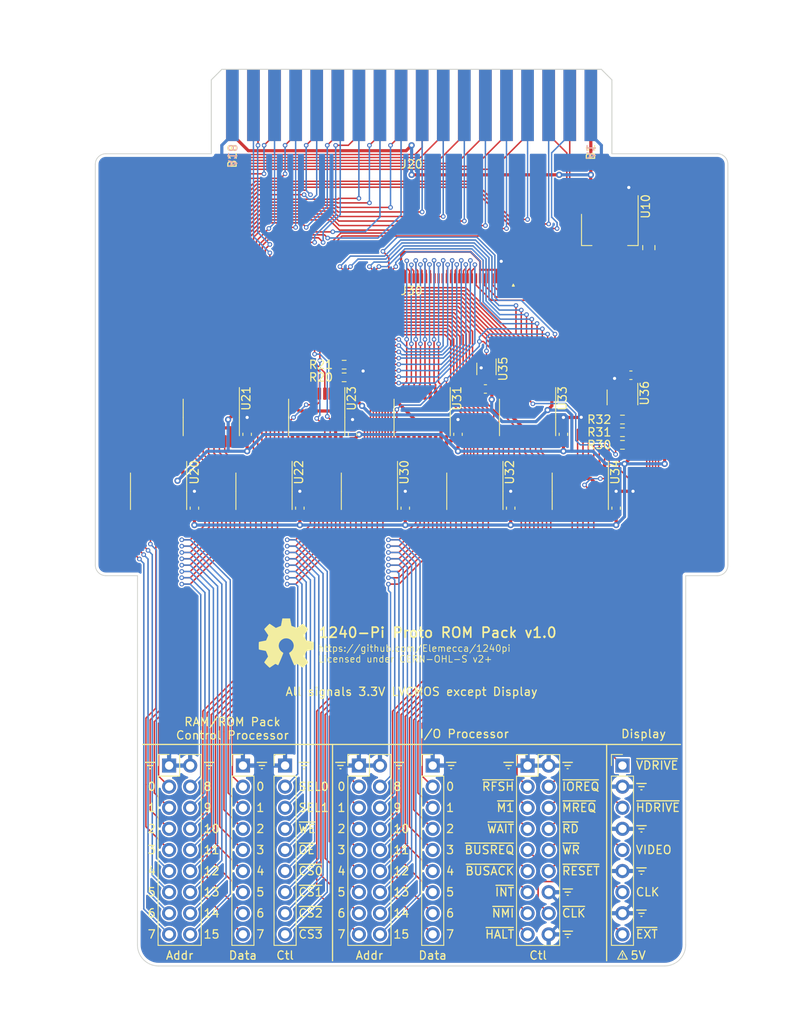
<source format=kicad_pcb>
(kicad_pcb (version 20211014) (generator pcbnew)
  (title_block (title "1240-Pi Proto ROM Pack") (date "2022-05-21") (rev "1.0") (company "© 2022 Sam Hanes, licensed under CERN-OHL-S v2+") (comment 1 "https://github.com/Elemecca/1240pi") (comment 2 "Licensed under CERN-OHL-S v2+"))
  (layers (0 "F.Cu" signal) (31 "B.Cu" signal) (34 "B.Paste" user) (35 "F.Paste" user) (36 "B.SilkS" user "B.Silkscreen") (37 "F.SilkS" user "F.Silkscreen") (38 "B.Mask" user) (39 "F.Mask" user) (44 "Edge.Cuts" user))
  (net 0 "")
  (net 1 "GND")
  (net 2 "/Control Proc Bus/C_A13")
  (net 3 "/Control Proc Bus/C_A14")
  (net 4 "/Control Proc Bus/C_A15")
  (net 5 "/Control Proc Bus/C_D3")
  (net 6 "/Control Proc Bus/C_D4")
  (net 7 "/Control Proc Bus/C_D5")
  (net 8 "/Control Proc Bus/C_D6")
  (net 9 "/Control Proc Bus/C_D7")
  (net 10 "/Control Proc Bus/C_~{CS0}")
  (net 11 "/Control Proc Bus/C_~{CS3}")
  (net 12 "/Control Proc Bus/C_A10")
  (net 13 "/Control Proc Bus/C_~{OE}")
  (net 14 "/Control Proc Bus/C_A11")
  (net 15 "/Control Proc Bus/C_D0")
  (net 16 "/Control Proc Bus/C_D1")
  (net 17 "/Control Proc Bus/C_~{CS1}")
  (net 18 "/Control Proc Bus/C_SEL1")
  (net 19 "/Control Proc Bus/C_SEL0")
  (net 20 "/Control Proc Bus/C_A2")
  (net 21 "/Control Proc Bus/C_A3")
  (net 22 "/Control Proc Bus/C_A4")
  (net 23 "/Control Proc Bus/C_A5")
  (net 24 "/Control Proc Bus/C_A6")
  (net 25 "/Control Proc Bus/C_A7")
  (net 26 "/Control Proc Bus/C_A8")
  (net 27 "/Control Proc Bus/C_A9")
  (net 28 "/Control Proc Bus/C_~{WE}")
  (net 29 "/Control Proc Bus/C_D2")
  (net 30 "/Control Proc Bus/C_A12")
  (net 31 "/Control Proc Bus/C_A0")
  (net 32 "/Control Proc Bus/C_A1")
  (net 33 "/Control Proc Bus/C_~{CS2}")
  (net 34 "/Control Proc Bus/CB_A0")
  (net 35 "/Control Proc Bus/CB_A8")
  (net 36 "/Control Proc Bus/CB_A1")
  (net 37 "/Control Proc Bus/CB_A9")
  (net 38 "/Control Proc Bus/CB_A2")
  (net 39 "/Control Proc Bus/CB_A10")
  (net 40 "/Control Proc Bus/CB_A3")
  (net 41 "/Control Proc Bus/CB_A11")
  (net 42 "/Control Proc Bus/CB_A4")
  (net 43 "/Control Proc Bus/CB_A12")
  (net 44 "/Control Proc Bus/CB_A5")
  (net 45 "/Control Proc Bus/CB_A13")
  (net 46 "/Control Proc Bus/CB_A6")
  (net 47 "/Control Proc Bus/CB_A14")
  (net 48 "/Control Proc Bus/CB_A7")
  (net 49 "/Control Proc Bus/CB_A15")
  (net 50 "/Control Proc Bus/CB_D0")
  (net 51 "/Control Proc Bus/CB_D1")
  (net 52 "/Control Proc Bus/CB_D2")
  (net 53 "/Control Proc Bus/CB_D3")
  (net 54 "/Control Proc Bus/CB_D4")
  (net 55 "/Control Proc Bus/CB_D5")
  (net 56 "/Control Proc Bus/CB_D6")
  (net 57 "/Control Proc Bus/CB_D7")
  (net 58 "/Control Proc Bus/CB_SEL0")
  (net 59 "/Control Proc Bus/CB_SEL1")
  (net 60 "/Control Proc Bus/CB_~{WE}")
  (net 61 "/Control Proc Bus/CB_~{OE}")
  (net 62 "/Control Proc Bus/CB_~{CS0}")
  (net 63 "/Control Proc Bus/CB_~{CS1}")
  (net 64 "/Control Proc Bus/CB_~{CS2}")
  (net 65 "/Control Proc Bus/CB_~{CS3}")
  (net 66 "/IO Proc Bus/~{VDRIVE}")
  (net 67 "/IO Proc Bus/~{HDRIVE}")
  (net 68 "/IO Proc Bus/VIDEO")
  (net 69 "/IO Proc Bus/PIX_CLK")
  (net 70 "/IO Proc Bus/~{VIDEO_EN}")
  (net 71 "/IO Proc Bus/IO_A0")
  (net 72 "/IO Proc Bus/IO_A1")
  (net 73 "/IO Proc Bus/IO_A2")
  (net 74 "/IO Proc Bus/IO_A3")
  (net 75 "/IO Proc Bus/IO_A4")
  (net 76 "/IO Proc Bus/IO_A5")
  (net 77 "/IO Proc Bus/IO_A6")
  (net 78 "/IO Proc Bus/IO_A7")
  (net 79 "/IO Proc Bus/IO_A8")
  (net 80 "/IO Proc Bus/IO_A9")
  (net 81 "/IO Proc Bus/IO_A10")
  (net 82 "/IO Proc Bus/IO_A11")
  (net 83 "/IO Proc Bus/IO_A12")
  (net 84 "/IO Proc Bus/IO_A13")
  (net 85 "/IO Proc Bus/IO_A14")
  (net 86 "/IO Proc Bus/IO_A15")
  (net 87 "/IO Proc Bus/IO_~{RFSH}")
  (net 88 "/IO Proc Bus/IO_~{M1}")
  (net 89 "/IO Proc Bus/IO_~{RESET}")
  (net 90 "/IO Proc Bus/IO_~{WAIT}")
  (net 91 "/IO Proc Bus/IO_~{BUSACK}")
  (net 92 "/IO Proc Bus/IO_~{WR}")
  (net 93 "/IO Proc Bus/IO_~{RD}")
  (net 94 "/IO Proc Bus/IO_~{CLK}")
  (net 96 "/IO Proc Bus/IO_~{INT}")
  (net 97 "/IO Proc Bus/IO_~{NMI}")
  (net 98 "/IO Proc Bus/IO_~{HALT}")
  (net 99 "/IO Proc Bus/IO_~{MREQ}")
  (net 100 "/IO Proc Bus/IO_D0")
  (net 101 "/IO Proc Bus/IO_D1")
  (net 102 "/IO Proc Bus/IO_D2")
  (net 103 "/IO Proc Bus/IO_D3")
  (net 104 "/IO Proc Bus/IO_D4")
  (net 105 "/IO Proc Bus/IO_D5")
  (net 106 "/IO Proc Bus/IO_D6")
  (net 107 "/IO Proc Bus/IO_D7")
  (net 108 "/IO Proc Bus/IOB_A0")
  (net 109 "/IO Proc Bus/IOB_A8")
  (net 110 "/IO Proc Bus/IOB_A1")
  (net 111 "/IO Proc Bus/IOB_A9")
  (net 112 "/IO Proc Bus/IOB_A2")
  (net 113 "/IO Proc Bus/IOB_A10")
  (net 114 "/IO Proc Bus/IOB_A3")
  (net 115 "/IO Proc Bus/IOB_A11")
  (net 116 "/IO Proc Bus/IOB_A4")
  (net 117 "/IO Proc Bus/IOB_A12")
  (net 118 "/IO Proc Bus/IOB_A5")
  (net 119 "/IO Proc Bus/IOB_A13")
  (net 120 "/IO Proc Bus/IOB_A6")
  (net 121 "/IO Proc Bus/IOB_A14")
  (net 122 "/IO Proc Bus/IOB_A7")
  (net 123 "/IO Proc Bus/IOB_A15")
  (net 124 "/IO Proc Bus/IOB_D0")
  (net 125 "/IO Proc Bus/IOB_D1")
  (net 126 "/IO Proc Bus/IOB_D2")
  (net 127 "/IO Proc Bus/IOB_D3")
  (net 128 "/IO Proc Bus/IOB_D4")
  (net 129 "/IO Proc Bus/IOB_D5")
  (net 130 "/IO Proc Bus/IOB_D6")
  (net 131 "/IO Proc Bus/IOB_D7")
  (net 132 "+3V3")
  (net 133 "/IO Proc Bus/IO_~{IOREQ}")
  (net 134 "/IO Proc Bus/IOB_~{IOREQ}")
  (net 135 "/IO Proc Bus/IOB_~{MREQ}")
  (net 136 "/IO Proc Bus/IOB_~{RD}")
  (net 137 "/IO Proc Bus/IOB_~{WR}")
  (net 138 "/IO Proc Bus/IOB_~{RESET}")
  (net 139 "/IO Proc Bus/IOB_~{HALT}")
  (net 140 "/IO Proc Bus/IOB_~{NMI}")
  (net 141 "/IO Proc Bus/IOB_~{INT}")
  (net 142 "/IO Proc Bus/IOB_~{CLK}")
  (net 143 "/IO Proc Bus/IOB_~{BUSACK}")
  (net 144 "/IO Proc Bus/IOB_~{WAIT}")
  (net 145 "/IO Proc Bus/IOB_~{M1}")
  (net 146 "/IO Proc Bus/IOB_~{RFSH}")
  (net 147 "Net-(U32-Pad1)")
  (net 148 "/IO Proc Bus/IOB_~{BUSREQ}")
  (net 149 "/IO Proc Bus/IO_~{BUSREQ}")
  (net 150 "+5V")
  (footprint "Symbol:OSHW-Symbol_6.7x6mm_SilkScreen" (layer "F.Cu") (at 137.287 119.888)
    (fp_text reference "REF**" hide)
    (fp_text value "OSHW-Symbol_6.7x6mm_SilkScreen" hide)
  )
  (footprint "Capacitor_SMD:C_0603_1608Metric" (layer "F.Cu") (at 177.038 103.632 90)
    (fp_text reference "C34" hide)
    (fp_text value "2u2")
  )
  (footprint "Connector_PinHeader_2.54mm:PinHeader_1x09_P2.54mm_Vertical" (layer "F.Cu") (at 154.94 134.62)
    (fp_text reference "J32" hide)
    (fp_text value "Conn_01x09" hide)
  )
  (footprint "0Local:Symbol_Warning_50mil" (layer "F.Cu") (at 177.8 157.48)
    (fp_text reference "REF**" hide)
    (fp_text value "Symbol_Warning_50mil" hide)
  )
  (footprint "Package_SO:TSSOP-20_4.4x6.5mm_P0.65mm" (layer "F.Cu") (at 128.27 92.71 -90)
    (fp_text reference "U21")
    (fp_text value "74LVC245A")
  )
  (footprint "0Local:Package_SC-74A" (layer "F.Cu") (at 177.8 90.297 -90)
    (fp_text reference "U36")
    (fp_text value "74LVC1G07")
  )
  (footprint "Package_TO_SOT_SMD:SOT-223-3_TabPin2" (layer "F.Cu") (at 176.276 70.104 -90)
    (fp_text reference "U10")
    (fp_text value "AMS1117-3.3")
  )
  (footprint "Capacitor_SMD:C_0603_1608Metric" (layer "F.Cu") (at 161.29 89.281 180)
    (fp_text reference "C35" hide)
    (fp_text value "2u2")
  )
  (footprint "Package_SO:TSSOP-20_4.4x6.5mm_P0.65mm" (layer "F.Cu") (at 166.37 92.71 -90)
    (fp_text reference "U33")
    (fp_text value "74LVC245A")
  )
  (footprint "Resistor_SMD:R_0603_1608Metric" (layer "F.Cu") (at 177.8 96.012 180)
    (fp_text reference "R30")
    (fp_text value "10k")
  )
  (footprint "Connector_PinHeader_2.54mm:PinHeader_2x09_P2.54mm_Vertical" (layer "F.Cu") (at 123.19 134.62)
    (fp_text reference "J21" hide)
    (fp_text value "Conn_02x09" hide)
  )
  (footprint "Resistor_SMD:R_0603_1608Metric" (layer "F.Cu") (at 144.272 86.36)
    (fp_text reference "R21")
    (fp_text value "10k")
  )
  (footprint "Capacitor_SMD:C_0603_1608Metric" (layer "F.Cu") (at 145.288 94.742 90)
    (fp_text reference "C23" hide)
    (fp_text value "2u2")
  )
  (footprint "Package_SO:TSSOP-20_4.4x6.5mm_P0.65mm" (layer "F.Cu") (at 147.32 101.6 -90)
    (fp_text reference "U30")
    (fp_text value "74LVC245A")
  )
  (footprint "Package_TO_SOT_SMD:SOT-353_SC-70-5" (layer "F.Cu") (at 161.417 86.868 -90)
    (fp_text reference "U35")
    (fp_text value "74LVC1G32")
  )
  (footprint "Connector_PinHeader_2.54mm:PinHeader_1x09_P2.54mm_Vertical" (layer "F.Cu") (at 177.8 134.62)
    (fp_text reference "J34" hide)
    (fp_text value "Conn_01x09" hide)
  )
  (footprint "Resistor_SMD:R_0603_1608Metric" (layer "F.Cu") (at 177.8 92.964 180)
    (fp_text reference "R32")
    (fp_text value "10k")
  )
  (footprint "Resistor_SMD:R_0603_1608Metric" (layer "F.Cu") (at 177.8 94.488 180)
    (fp_text reference "R31")
    (fp_text value "10k")
  )
  (footprint "Capacitor_SMD:C_0603_1608Metric" (layer "F.Cu") (at 170.688 94.742 90)
    (fp_text reference "C33" hide)
    (fp_text value "2u2")
  )
  (footprint "Capacitor_SMD:C_0805_2012Metric" (layer "F.Cu") (at 180.975 72.263 90)
    (fp_text reference "C10" hide)
    (fp_text value "22u")
  )
  (footprint "Connector_PinHeader_2.54mm:PinHeader_2x09_P2.54mm_Vertical" (layer "F.Cu") (at 146.05 134.62)
    (fp_text reference "J31" hide)
    (fp_text value "Conn_02x09" hide)
  )
  (footprint "Capacitor_SMD:C_0603_1608Metric" (layer "F.Cu") (at 157.988 94.742 90)
    (fp_text reference "C31" hide)
    (fp_text value "2u2")
  )
  (footprint "Capacitor_SMD:C_0603_1608Metric" (layer "F.Cu") (at 151.638 103.632 90)
    (fp_text reference "C30" hide)
    (fp_text value "2u2")
  )
  (footprint "Connector_PinHeader_2.54mm:PinHeader_1x09_P2.54mm_Vertical" (layer "F.Cu") (at 137.16 134.62)
    (fp_text reference "J23" hide)
    (fp_text value "Conn_01x09" hide)
  )
  (footprint "Connector_PinHeader_2.54mm:PinHeader_1x09_P2.54mm_Vertical" (layer "F.Cu") (at 132.08 134.62)
    (fp_text reference "J22" hide)
    (fp_text value "Conn_01x09" hide)
  )
  (footprint "Package_SO:TSSOP-20_4.4x6.5mm_P0.65mm" (layer "F.Cu") (at 140.97 92.71 -90)
    (fp_text reference "U23")
    (fp_text value "74LVC245A")
  )
  (footprint "Capacitor_SMD:C_0603_1608Metric" (layer "F.Cu") (at 126.238 103.632 90)
    (fp_text reference "C20" hide)
    (fp_text value "2u2")
  )
  (footprint "Connector_PinHeader_2.54mm:PinHeader_2x09_P2.54mm_Vertical" (layer "F.Cu") (at 166.37 134.63)
    (fp_text reference "J33" hide)
    (fp_text value "Conn_02x09" hide)
  )
  (footprint "Package_SO:TSSOP-20_4.4x6.5mm_P0.65mm" (layer "F.Cu") (at 172.72 101.6 -90)
    (fp_text reference "U34")
    (fp_text value "74LVC245A")
  )
  (footprint "Resistor_SMD:R_0603_1608Metric" (layer "F.Cu") (at 144.272 87.884)
    (fp_text reference "R20")
    (fp_text value "10k")
  )
  (footprint "Capacitor_SMD:C_0603_1608Metric" (layer "F.Cu") (at 132.588 94.742 90)
    (fp_text reference "C21" hide)
    (fp_text value "2u2")
  )
  (footprint "Package_SO:TSSOP-20_4.4x6.5mm_P0.65mm" (layer "F.Cu") (at 134.62 101.6 -90)
    (fp_text reference "U22")
    (fp_text value "74LVC245A")
  )
  (footprint "Capacitor_SMD:C_0603_1608Metric" (layer "F.Cu") (at 164.338 103.632 90)
    (fp_text reference "C32" hide)
    (fp_text value "2u2")
  )
  (footprint "Package_SO:TSSOP-20_4.4x6.5mm_P0.65mm" (layer "F.Cu") (at 153.67 92.71 -90)
    (fp_text reference "U31")
    (fp_text value "74LVC245A")
  )
  (footprint "Capacitor_SMD:C_0603_1608Metric" (layer "F.Cu") (at 138.938 103.632 90)
    (fp_text reference "C22" hide)
    (fp_text value "2u2")
  )
  (footprint "0Local:Amphenol_62684-50210" (layer "F.Cu") (at 152.4 73.66 180)
    (fp_text reference "J30")
    (fp_text value "62684-50210")
  )
  (footprint "Package_SO:TSSOP-20_4.4x6.5mm_P0.65mm" (layer "F.Cu") (at 121.92 101.6 -90)
    (fp_text reference "U20")
    (fp_text value "74LVC245A")
  )
  (footprint "Package_SO:TSSOP-20_4.4x6.5mm_P0.65mm" (layer "F.Cu") (at 160.02 101.6 -90)
    (fp_text reference "U32")
    (fp_text value "74LVC245A")
  )
  (footprint "Capacitor_SMD:C_0603_1608Metric" (layer "F.Cu") (at 178.816 87.63 180)
    (fp_text reference "C36" hide)
    (fp_text value "2u2")
  )
  (footprint "0Local:CardEdge_18x2" (layer "B.Cu") (at 152.4 60.96 180)
    (fp_text reference "J20")
    (fp_text value "CardEdge_ROMPACK")
    (fp_line (start 24.13 0) (end 24.13 8.89) (layer "Edge.Cuts") (width 0.12))
    (fp_line (start 24.13 8.89) (end 22.86 10.16) (layer "Edge.Cuts") (width 0.12))
    (fp_line (start 22.86 10.16) (end -22.86 10.16) (layer "Edge.Cuts") (width 0.12))
    (fp_line (start -22.86 10.16) (end -24.13 8.89) (layer "Edge.Cuts") (width 0.12))
    (fp_line (start -24.13 8.89) (end -24.13 0) (layer "Edge.Cuts") (width 0.12))
  )
  (gr_line (start 120.5865 134.62) (end 121.2215 134.62) (layer "F.SilkS") (width 0.15))
  (gr_line (start 170.6372 154.559) (end 171.7802 154.559) (layer "F.SilkS") (width 0.15))
  (gr_line (start 127.6985 134.62) (end 128.3335 134.62) (layer "F.SilkS") (width 0.15))
  (gr_line (start 156.591 134.239) (end 157.734 134.239) (layer "F.SilkS") (width 0.15))
  (gr_line (start 120.01 132.08) (end 184.785 132.08) (layer "F.SilkS") (width 0.15))
  (gr_line (start 134.0485 134.62) (end 134.6835 134.62) (layer "F.SilkS") (width 0.15))
  (gr_line (start 179.7685 152.4) (end 180.4035 152.4) (layer "F.SilkS") (width 0.15))
  (gr_line (start 179.5145 152.019) (end 180.6575 152.019) (layer "F.SilkS") (width 0.15))
  (gr_line (start 170.8912 154.94) (end 171.5262 154.94) (layer "F.SilkS") (width 0.15))
  (gr_line (start 180.0225 147.701) (end 180.1495 147.701) (layer "F.SilkS") (width 0.15))
  (gr_line (start 150.5585 134.62) (end 151.1935 134.62) (layer "F.SilkS") (width 0.15))
  (gr_line (start 163.7665 134.62) (end 164.4015 134.62) (layer "F.SilkS") (width 0.15))
  (gr_line (start 157.099 135.001) (end 157.226 135.001) (layer "F.SilkS") (width 0.15))
  (gr_line (start 170.8912 149.86) (end 171.5262 149.86) (layer "F.SilkS") (width 0.15))
  (gr_line (start 175.895 132.07) (end 175.895 158.115) (layer "F.SilkS") (width 0.15))
  (gr_line (start 150.8125 135.001) (end 150.9395 135.001) (layer "F.SilkS") (width 0.15))
  (gr_line (start 120.8405 135.001) (end 120.9675 135.001) (layer "F.SilkS") (width 0.15))
  (gr_line (start 120.3325 134.239) (end 121.4755 134.239) (layer "F.SilkS") (width 0.15))
  (gr_line (start 179.5145 141.859) (end 180.6575 141.859) (layer "F.SilkS") (width 0.15))
  (gr_line (start 180.0225 137.541) (end 180.1495 137.541) (layer "F.SilkS") (width 0.15))
  (gr_line (start 143.51 134.62) (end 144.145 134.62) (layer "F.SilkS") (width 0.15))
  (gr_line (start 179.5145 136.779) (end 180.6575 136.779) (layer "F.SilkS") (width 0.15))
  (gr_line (start 171.1452 155.321) (end 171.2722 155.321) (layer "F.SilkS") (width 0.15))
  (gr_line (start 170.8785 134.62) (end 171.5135 134.62) (layer "F.SilkS") (width 0.15))
  (gr_line (start 164.0205 135.001) (end 164.1475 135.001) (layer "F.SilkS") (width 0.15))
  (gr_line (start 143.256 134.239) (end 144.399 134.239) (layer "F.SilkS") (width 0.15))
  (gr_line (start 171.1325 135.001) (end 171.2595 135.001) (layer "F.SilkS") (width 0.15))
  (gr_line (start 170.6245 134.239) (end 171.7675 134.239) (layer "F.SilkS") (width 0.15))
  (gr_line (start 180.0225 142.621) (end 180.1495 142.621) (layer "F.SilkS") (width 0.15))
  (gr_line (start 171.1452 150.241) (end 171.2722 150.241) (layer "F.SilkS") (width 0.15))
  (gr_line (start 179.7685 147.32) (end 180.4035 147.32) (layer "F.SilkS") (width 0.15))
  (gr_line (start 138.8745 134.239) (end 140.0175 134.239) (layer "F.SilkS") (width 0.15))
  (gr_line (start 156.845 134.62) (end 157.48 134.62) (layer "F.SilkS") (width 0.15))
  (gr_line (start 163.5125 134.239) (end 164.6555 134.239) (layer "F.SilkS") (width 0.15))
  (gr_line (start 127.9525 135.001) (end 128.0795 135.001) (layer "F.SilkS") (width 0.15))
  (gr_line (start 179.7685 137.16) (end 180.4035 137.16) (layer "F.SilkS") (width 0.15))
  (gr_line (start 133.7945 134.239) (end 134.9375 134.239) (layer "F.SilkS") (width 0.15))
  (gr_line (start 139.1285 134.62) (end 139.7635 134.62) (layer "F.SilkS") (width 0.15))
  (gr_line (start 127.4445 134.239) (end 128.5875 134.239) (layer "F.SilkS") (width 0.15))
  (gr_line (start 179.5145 146.939) (end 180.6575 146.939) (layer "F.SilkS") (width 0.15))
  (gr_line (start 180.0225 152.781) (end 180.1495 152.781) (layer "F.SilkS") (width 0.15))
  (gr_line (start 150.3045 134.239) (end 151.4475 134.239) (layer "F.SilkS") (width 0.15))
  (gr_line (start 139.3825 135.001) (end 139.5095 135.001) (layer "F.SilkS") (width 0.15))
  (gr_line (start 134.3025 135.001) (end 134.4295 135.001) (layer "F.SilkS") (width 0.15))
  (gr_line (start 142.875 132.08) (end 142.875 158.115) (layer "F.SilkS") (width 0.15))
  (gr_line (start 179.7685 142.24) (end 180.4035 142.24) (layer "F.SilkS") (width 0.15))
  (gr_line (start 143.764 135.001) (end 143.891 135.001) (layer "F.SilkS") (width 0.15))
  (gr_line (start 170.6372 149.479) (end 171.7802 149.479) (layer "F.SilkS") (width 0.15))
  (gr_arc (start 185.415 156.21) (mid 184.671051 158.006051) (end 182.875 158.75) (layer "Edge.Cuts") (width 0.1))
  (gr_line (start 190.5 110.49) (end 190.5 62.23) (layer "Edge.Cuts") (width 0.1))
  (gr_arc (start 189.23 60.96) (mid 190.128026 61.331974) (end 190.5 62.23) (layer "Edge.Cuts") (width 0.1))
  (gr_line (start 185.42 111.76) (end 189.23 111.76) (layer "Edge.Cuts") (width 0.1))
  (gr_line (start 189.23 60.96) (end 176.53 60.96) (layer "Edge.Cuts") (width 0.1))
  (gr_line (start 119.375 156.21) (end 119.38 111.76) (layer "Edge.Cuts") (width 0.1))
  (gr_arc (start 190.5 110.49) (mid 190.128026 111.388026) (end 189.23 111.76) (layer "Edge.Cuts") (width 0.1))
  (gr_line (start 119.38 111.76) (end 115.57 111.76) (layer "Edge.Cuts") (width 0.1))
  (gr_arc (start 115.57 111.76) (mid 114.671974 111.388026) (end 114.3 110.49) (layer "Edge.Cuts") (width 0.1))
  (gr_arc (start 121.915 158.75) (mid 120.118949 158.006051) (end 119.375 156.21) (layer "Edge.Cuts") (width 0.1))
  (gr_line locked (start 121.915 158.75) (end 182.875 158.75) (layer "Edge.Cuts") (width 0.1))
  (gr_line (start 128.27 60.96) (end 115.57 60.96) (layer "Edge.Cuts") (width 0.1))
  (gr_line (start 185.415 156.21) (end 185.42 111.76) (layer "Edge.Cuts") (width 0.1))
  (gr_arc (start 114.3 62.23) (mid 114.671974 61.331974) (end 115.57 60.96) (layer "Edge.Cuts") (width 0.1))
  (gr_line (start 114.3 62.23) (end 114.3 110.49) (layer "Edge.Cuts") (width 0.1))
  (gr_text "${COMMENT1}\n${COMMENT2}" (at 141.097 121.158) (layer "F.SilkS") (effects (font (size 0.8 0.8) (thickness 0.1)) (justify left)))
  (gr_text "~{BUSACK}" (at 164.846 147.32) (layer "F.SilkS") (effects (font (size 1 1)) (justify right)))
  (gr_text "5" (at 156.464 149.86) (layer "F.SilkS") (effects (font (size 1 1)) (justify left)))
  (gr_text "3" (at 144.526 144.78) (layer "F.SilkS") (effects (font (size 1 1)) (justify right)))
  (gr_text "12" (at 127.254 147.32) (layer "F.SilkS") (effects (font (size 1 1)) (justify left)))
  (gr_text "2" (at 156.464 142.24) (layer "F.SilkS") (effects (font (size 1 1)) (justify left)))
  (gr_text "5" (at 144.526 149.86) (layer "F.SilkS") (effects (font (size 1 1)) (justify right)))
  (gr_text "SEL0" (at 138.684 137.16) (layer "F.SilkS") (effects (font (size 1 1)) (justify left)))
  (gr_text "~{CS2}" (at 138.684 152.4) (layer "F.SilkS") (effects (font (size 1 1)) (justify left)))
  (gr_text "7" (at 144.526 154.94) (layer "F.SilkS") (effects (font (size 1 1)) (justify right)))
  (gr_text "Ctl" (at 167.64 157.48) (layer "F.SilkS") (effects (font (size 1 1))))
  (gr_text "~{BUSREQ}" (at 164.846 144.78) (layer "F.SilkS") (effects (font (size 1 1)) (justify right)))
  (gr_text "14" (at 150.114 152.4) (layer "F.SilkS") (effects (font (size 1 1)) (justify left)))
  (gr_text "0" (at 156.464 137.16) (layer "F.SilkS") (effects (font (size 1 1)) (justify left)))
  (gr_text "~{NMI}" (at 164.846 152.4) (layer "F.SilkS") (effects (font (size 1 1)) (justify right)))
  (gr_text "~{WR}" (at 170.434 144.78) (layer "F.SilkS") (effects (font (size 1 1)) (justify left)))
  (gr_text "11" (at 150.114 144.78) (layer "F.SilkS") (effects (font (size 1 1)) (justify left)))
  (gr_text "RAM/ROM Pack\nControl Processor" (at 130.81 130.175) (layer "F.SilkS") (effects (font (size 1 1))))
  (gr_text "1" (at 133.604 139.7) (layer "F.SilkS") (effects (font (size 1 1)) (justify left)))
  (gr_text "~{HDRIVE}" (at 179.324 139.69) (layer "F.SilkS") (effects (font (size 1 1)) (justify left)))
  (gr_text "~{CS3}" (at 138.684 154.94) (layer "F.SilkS") (effects (font (size 1 1)) (justify left)))
  (gr_text "~{HALT}" (at 164.846 154.94) (layer "F.SilkS") (effects (font (size 1 1)) (justify right)))
  (gr_text "~{RFSH}" (at 164.846 137.16) (layer "F.SilkS") (effects (font (size 1 1)) (justify right)))
  (gr_text "All signals 3.3V LVCMOS except Display" (at 152.395 125.73) (layer "F.SilkS") (effects (font (size 1 1))))
  (gr_text "~{WAIT}" (at 164.846 142.24) (layer "F.SilkS") (effects (font (size 1 1)) (justify right)))
  (gr_text "~{WE}" (at 138.684 142.24) (layer "F.SilkS") (effects (font (size 1 1)) (justify left)))
  (gr_text "~{VDRIVE}" (at 179.324 134.61) (layer "F.SilkS") (effects (font (size 1 1)) (justify left)))
  (gr_text "5" (at 121.666 149.86) (layer "F.SilkS") (effects (font (size 1 1)) (justify right)))
  (gr_text "4" (at 144.526 147.32) (layer "F.SilkS") (effects (font (size 1 1)) (justify right)))
  (gr_text "SEL1" (at 138.684 139.7) (layer "F.SilkS") (effects (font (size 1 1)) (justify left)))
  (gr_text "VIDEO" (at 179.324 144.77) (layer "F.SilkS") (effects (font (size 1 1)) (justify left)))
  (gr_text "0" (at 144.526 137.16) (layer "F.SilkS") (effects (font (size 1 1)) (justify right)))
  (gr_text "9" (at 127.254 139.7) (layer "F.SilkS") (effects (font (size 1 1)) (justify left)))
  (gr_text "~{CS1}" (at 138.684 149.86) (layer "F.SilkS") (effects (font (size 1 1)) (justify left)))
  (gr_text "~{CLK}" (at 170.434 152.4) (layer "F.SilkS") (effects (font (size 1 1)) (justify left)))
  (gr_text "10" (at 127.254 142.24) (layer "F.SilkS") (effects (font (size 1 1)) (justify left)))
  (gr_text "13" (at 127.254 149.86) (layer "F.SilkS") (effects (font (size 1 1)) (justify left)))
  (gr_text "1" (at 121.666 139.7) (layer "F.SilkS") (effects (font (size 1 1)) (justify right)))
  (gr_text "1" (at 156.464 139.7) (layer "F.SilkS") (effects (font (size 1 1)) (justify left)))
  (gr_text "${TITLE} v${REVISION}" (at 141.097 118.618) (layer "F.SilkS") (effects (font (size 1.2192 1.2192) (thickness 0.2032)) (justify left)))
  (gr_text "~{RESET}" (at 170.434 147.32) (layer "F.SilkS") (effects (font (size 1 1)) (justify left)))
  (gr_text "Ctl" (at 137.16 157.48) (layer "F.SilkS") (effects (font (size 1 1))))
  (gr_text "Addr" (at 124.46 157.48) (layer "F.SilkS") (effects (font (size 1 1))))
  (gr_text "8" (at 127.254 137.16) (layer "F.SilkS") (effects (font (size 1 1)) (justify left)))
  (gr_text "4" (at 121.666 147.32) (layer "F.SilkS") (effects (font (size 1 1)) (justify right)))
  (gr_text "2" (at 144.526 142.24) (layer "F.SilkS") (effects (font (size 1 1)) (justify right)))
  (gr_text "8" (at 150.114 137.16) (layer "F.SilkS") (effects (font (size 1 1)) (justify left)))
  (gr_text "2" (at 133.604 142.24) (layer "F.SilkS") (effects (font (size 1 1)) (justify left)))
  (gr_text "6" (at 144.526 152.4) (layer "F.SilkS") (effects (font (size 1 1)) (justify right)))
  (gr_text "6" (at 121.666 152.4) (layer "F.SilkS") (effects (font (size 1 1)) (justify right)))
  (gr_text "15" (at 127.254 154.94) (layer "F.SilkS") (effects (font (size 1 1)) (justify left)))
  (gr_text "11" (at 127.254 144.78) (layer "F.SilkS") (effects (font (size 1 1)) (justify left)))
  (gr_text "Addr" (at 147.32 157.48) (layer "F.SilkS") (effects (font (size 1 1))))
  (gr_text "15" (at 150.114 154.94) (layer "F.SilkS") (effects (font (size 1 1)) (justify left)))
  (gr_text "4" (at 133.604 147.32) (layer "F.SilkS") (effects (font (size 1 1)) (justify left)))
  (gr_text "9" (at 150.114 139.7) (layer "F.SilkS") (effects (font (size 1 1)) (justify left)))
  (gr_text "~{INT}" (at 164.846 149.86) (layer "F.SilkS") (effects (font (size 1 1)) (justify right)))
  (gr_text "14" (at 127.254 152.4) (layer "F.SilkS") (effects (font (size 1 1)) (justify left)))
  (gr_text "3" (at 156.464 144.78) (layer "F.SilkS") (effects (font (size 1 1)) (justify left)))
  (gr_text "7" (at 121.666 154.94) (layer "F.SilkS") (effects (font (size 1 1)) (justify right)))
  (gr_text "12" (at 150.114 147.32) (layer "F.SilkS") (effects (font (size 1 1)) (justify left)))
  (gr_text "1" (at 144.526 139.7) (layer "F.SilkS") (effects (font (size 1 1)) (justify right)))
  (gr_text "7" (at 133.604 154.94) (layer "F.SilkS") (effects (font (size 1 1)) (justify left)))
  (gr_text "Display" (at 180.34 130.81) (layer "F.SilkS") (effects (font (size 1 1))))
  (gr_text "2" (at 121.666 142.24) (layer "F.SilkS") (effects (font (size 1 1)) (justify right)))
  (gr_text "0" (at 133.604 137.16) (layer "F.SilkS") (effects (font (size 1 1)) (justify left)))
  (gr_text "10" (at 150.114 142.24) (layer "F.SilkS") (effects (font (size 1 1)) (justify left)))
  (gr_text "3" (at 121.666 144.78) (layer "F.SilkS") (effects (font (size 1 1)) (justify right)))
  (gr_text "7" (at 156.464 154.94) (layer "F.SilkS") (effects (font (size 1 1)) (justify left)))
  (gr_text "I/O Processor" (at 158.75 130.81) (layer "F.SilkS") (effects (font (size 1 1))))
  (gr_text "~{OE}" (at 138.684 144.78) (layer "F.SilkS") (effects (font (size 1 1)) (justify left)))
  (gr_text "3" (at 133.604 144.78) (layer "F.SilkS") (effects (font (size 1 1)) (justify left)))
  (gr_text "~{CS0}" (at 138.684 147.32) (layer "F.SilkS") (effects (font (size 1 1)) (justify left)))
  (gr_text "~{EXT}" (at 179.324 154.93) (layer "F.SilkS") (effects (font (size 1 1)) (justify left)))
  (gr_text "CLK" (at 179.324 149.85) (layer "F.SilkS") (effects (font (size 1 1)) (justify left)))
  (gr_text "13" (at 150.114 149.86) (layer "F.SilkS") (effects (font (size 1 1)) (justify left)))
  (gr_text "0" (at 121.666 137.16) (layer "F.SilkS") (effects (font (size 1 1)) (justify right)))
  (gr_text "~{IOREQ}" (at 170.434 137.16) (layer "F.SilkS") (effects (font (size 1 1)) (justify left)))
  (gr_text "Data" (at 154.94 157.48) (layer "F.SilkS") (effects (font (size 1 1))))
  (gr_text "4" (at 156.464 147.32) (layer "F.SilkS") (effects (font (size 1 1)) (justify left)))
  (gr_text "5V" (at 178.689 157.48) (layer "F.SilkS") (effects (font (size 1 1)) (justify left)))
  (gr_text "~{RD}" (at 170.434 142.24) (layer "F.SilkS") (effects (font (size 1 1)) (justify left)))
  (gr_text "6" (at 156.464 152.4) (layer "F.SilkS") (effects (font (size 1 1)) (justify left)))
  (gr_text "Data" (at 132.08 157.48) (layer "F.SilkS") (effects (font (size 1 1))))
  (gr_text "5" (at 133.604 149.86) (layer "F.SilkS") (effects (font (size 1 1)) (justify left)))
  (gr_text "6" (at 133.604 152.4) (layer "F.SilkS") (effects (font (size 1 1)) (justify left)))
  (gr_text "~{MREQ}" (at 170.434 139.7) (layer "F.SilkS") (effects (font (size 1 1)) (justify left)))
  (gr_text "~{M1}" (at 164.846 139.7) (layer "F.SilkS") (effects (font (size 1 1)) (justify right)))
  (segment (start 171.745 100.065) (end 171.095 100.065) (width 0.381) (layer "F.Cu") (net 1))
  (segment (start 162.295 104.4625) (end 162.295 102.881) (width 0.381) (layer "F.Cu") (net 1))
  (segment (start 145.097 87.884) (end 145.796 87.884) (width 0.381) (layer "F.Cu") (net 1))
  (segment (start 138.045 91.130899) (end 138.045 89.8475) (width 0.381) (layer "F.Cu") (net 1))
  (segment (start 174.995 104.4625) (end 174.995 102.881) (width 0.381) (layer "F.Cu") (net 1))
  (segment (start 170.434 102.87) (end 171.095 102.87) (width 0.381) (layer "F.Cu") (net 1))
  (segment (start 168.645 93.991) (end 168.656 93.98) (width 0.381) (layer "F.Cu") (net 1))
  (segment (start 165.862 93.98) (end 168.656 93.98) (width 0.381) (layer "F.Cu") (net 1))
  (segment (start 180.73 71.313) (end 178.576 69.159) (width 0.381) (layer "F.Cu") (net 1))
  (segment (start 161.65 74.951) (end 161.666 74.935) (width 0.254) (layer "F.Cu") (net 1))
  (segment (start 168.645 95.5725) (end 168.645 93.991) (width 0.381) (layer "F.Cu") (net 1))
  (segment (start 177.231 87.63) (end 176.85 88.011) (width 0.381) (layer "F.Cu") (net 1))
  (segment (start 145.796 87.884) (end 146.558 87.122) (width 0.381) (layer "F.Cu") (net 1))
  (segment (start 145.288 93.967) (end 143.243 93.967) (width 0.381) (layer "F.Cu") (net 1))
  (segment (start 136.895 104.4625) (end 136.895 102.881) (width 0.381) (layer "F.Cu") (net 1))
  (segment (start 169.795 102.87) (end 170.434 102.87) (width 0.381) (layer "F.Cu") (net 1))
  (segment (start 169.926 100.076) (end 170.434 100.076) (width 0.381) (layer "F.Cu") (net 1))
  (segment (start 180.975 71.313) (end 180.73 71.313) (width 0.381) (layer "F.Cu") (net 1))
  (segment (start 132.588 93.967) (end 132.588 92.71) (width 0.381) (layer "F.Cu") (net 1))
  (segment (start 118.995 98.7375) (end 118.995 101.723) (width 0.381) (layer "F.Cu") (net 1))
  (segment (start 124.195 104.4625) (end 124.195 102.881) (width 0.381) (layer "F.Cu") (net 1))
  (segment (start 163.65 75.96) (end 163.65 75.004) (width 0.254) (layer "F.Cu") (net 1))
  (segment (start 138.84929 91.935189) (end 138.045 91.130899) (width 0.381) (layer "F.Cu") (net 1))
  (segment (start 164.65 75.101378) (end 164.483622 74.935) (width 0.254) (layer "F.Cu") (net 1))
  (segment (start 170.445 100.065) (end 170.434 100.076) (width 0.381) (layer "F.Cu") (net 1))
  (segment (start 157.988 93.967) (end 157.988 92.964) (width 0.381) (layer "F.Cu") (net 1))
  (segment (start 171.095 102.87) (end 171.095 104.4625) (width 0.381) (layer "F.Cu") (net 1))
  (segment (start 160.199189 88.965189) (end 160.199189 87.323811) (width 0.381) (layer "F.Cu") (net 1))
  (segment (start 142.735189 91.935189) (end 138.84929 91.935189) (width 0.381) (layer "F.Cu") (net 1))
  (segment (start 163.581 74.935) (end 163.19 74.935) (width 0.254) (layer "F.Cu") (net 1))
  (segment (start 177.038 101.6) (end 179.07 101.6) (width 0.381) (layer "F.Cu") (net 1))
  (segment (start 149.595 102.881) (end 149.606 102.87) (width 0.381) (layer "F.Cu") (net 1))
  (segment (start 124.195 102.881) (end 124.206 102.87) (width 0.381) (layer "F.Cu") (net 1))
  (segment (start 178.576 65.038) (end 178.562 65.024) (width 0.381) (layer "F.Cu") (net 1))
  (segment (start 164.483622 74.935) (end 163.581 74.935) (width 0.254) (layer "F.Cu") (net 1))
  (segment (start 175.006 102.87) (end 177.025 102.87) (width 0.381) (layer "F.Cu") (net 1))
  (segment (start 126.225 102.87) (end 126.238 102.857) (width 0.381) (layer "F.Cu") (net 1))
  (segment (start 162.306 102.87) (end 164.325 102.87) (width 0.381) (layer "F.Cu") (net 1))
  (segment (start 124.206 102.87) (end 126.225 102.87) (width 0.381) (layer "F.Cu") (net 1))
  (segment (start 126.238 102.857) (end 126.238 101.6) (width 0.381) (layer "F.Cu") (net 1))
  (segment (start 143.243 93.967) (end 143.243 92.443) (width 0.381) (layer "F.Cu") (net 1))
  (segment (start 151.13 73.152) (end 151.13 74.612794) (width 0.254) (layer "F.Cu") (net 1))
  (segment (start 173.979 100.065) (end 175.006 101.092) (width 0.381) (layer "F.Cu") (net 1))
  (segment (start 118.995 101.723) (end 120.142 102.87) (width 0.381) (layer "F.Cu") (net 1))
  (segment (start 151.625 102.87) (end 151.638 102.857) (width 0.381) (layer "F.Cu") (net 1))
  (segment (start 151.638 102.857) (end 151.638 101.6) (width 0.381) (layer "F.Cu") (net 1))
  (segment (start 150.745 90.928) (end 153.797 93.98) (width 0.381) (layer "F.Cu") (net 1))
  (segment (start 143.245 93.969) (end 143.243 93.967) (width 0.381) (layer "F.Cu") (net 1))
  (segment (start 160.767 85.918) (end 160.767 86.726) (width 0.381) (layer "F.Cu") (net 1))
  (segment (start 170.445 104.4625) (end 170.445 102.881) (width 0.381) (layer "F.Cu") (net 1))
  (segment (start 151.511 72.771) (end 151.13 73.152) (width 0.254) (layer "F.Cu") (net 1))
  (segment (start 170.445 102.881) (end 170.434 102.87) (width 0.381) (layer "F.Cu") (net 1))
  (segment (start 162.65 74.967) (end 162.682 74.935) (width 0.254) (layer "F.Cu") (net 1))
  (segment (start 171.095 98.7375) (end 171.095 100.065) (width 0.381) (layer "F.Cu") (net 1))
  (segment (start 120.142 102.87) (end 124.206 102.87) (width 0.381) (layer "F.Cu") (net 1))
  (segment (start 130.545 95.5725) (end 130.545 93.969) (width 0.381) (layer "F.Cu") (net 1))
  (segment (start 169.795 99.945) (end 169.795 102.493) (width 0.381) (layer "F.Cu") (net 1))
  (segment (start 155.945 93.991) (end 155.956 93.98) (width 0.381) (layer "F.Cu") (net 1))
  (segment (start 153.797 93.98) (end 155.956 93.98) (width 0.381) (layer "F.Cu") (net 1))
  (segment (start 145.288 93.967) (end 145.288 92.964) (width 0.381) (layer "F.Cu") (net 1))
  (segment (start 143.243 92.443) (end 142.735189 91.935189) (width 0.381) (layer "F.Cu") (net 1))
  (segment (start 159.512 72.771) (end 151.511 72.771) (width 0.254) (layer "F.Cu") (net 1))
  (segment (start 158.242 102.87) (end 162.306 102.87) (width 0.381) (layer "F.Cu") (net 1))
  (segment (start 163.19 73.919) (end 163.19 74.935) (width 0.254) (layer "F.Cu") (net 1))
  (segment (start 177.038 102.857) (end 177.038 101.6) (width 0.381) (layer "F.Cu") (net 1))
  (segment (start 161.65 75.96) (end 161.65 74.951) (width 0.254) (layer "F.Cu") (net 1))
  (segment (start 163.445 91.563) (end 165.862 93.98) (width 0.381) (layer "F.Cu") (net 1))
  (segment (start 131.695 98.7375) (end 131.695 101.723) (width 0.381) (layer "F.Cu") (net 1))
  (segment (start 168.656 93.98) (end 170.675 93.98) (width 0.381) (layer "F.Cu") (net 1))
  (segment (start 169.795 104.4625) (end 169.795 102.493) (width 0.381) (layer "F.Cu") (net 1))
  (segment (start 162.682 74.935) (end 161.666 74.935) (width 0.254) (layer "F.Cu") (net 1))
  (segment (start 155.956 93.98) (end 157.975 93.98) (width 0.381) (layer "F.Cu") (net 1))
  (segment (start 163.445 89.8475) (end 163.445 91.563) (width 0.381) (layer "F.Cu") (net 1))
  (segment (start 160.65 74.935) (end 160.65 73.909) (width 0.254) (layer "F.Cu") (net 1))
  (segment (start 132.842 102.87) (end 136.906 102.87) (width 0.381) (layer "F.Cu") (net 1))
  (segment (start 150.745 89.8475) (end 150.745 90.928) (width 0.381) (layer "F.Cu") (net 1))
  (segment (start 170.688 92.71) (end 172.810071 92.71) (width 0.381) (layer "F.Cu") (net 1))
  (segment (start 145.542 102.87) (end 149.606 102.87) (width 0.381) (layer "F.Cu") (net 1))
  (segment (start 161.666 74.935) (end 160.65 74.935) (width 0.254) (layer "F.Cu") (net 1))
  (segment (start 163.65 75.004) (end 163.581 74.935) (width 0.254) (layer "F.Cu") (net 1))
  (segment (start 162.295 102.881) (end 162.306 102.87) (width 0.381) (layer "F.Cu") (net 1))
  (segment (start 164.338 102.857) (end 164.338 101.6) (width 0.381) (layer "F.Cu") (net 1))
  (segment (start 160.515 89.281) (end 160.199189 88.965189) (width 0.381) (layer "F.Cu") (net 1))
  (segment (start 143.245 95.5725) (end 143.245 93.969) (width 0.381) (layer "F.Cu") (net 1))
  (segment (start 144.395 101.723) (end 145.542 102.87) (width 0.381) (layer "F.Cu") (net 1))
  (segment (start 171.095 100.065) (end 170.445 100.065) (width 0.381) (layer "F.Cu") (net 1))
  (segment (start 160.65 73.909) (end 159.512 72.771) (width 0.254) (layer "F.Cu") (net 1))
  (segment (start 136.906 102.87) (end 138.925 102.87) (width 0.381) (layer "F.Cu") (net 1))
  (segment (start 151.13 74.612794) (end 151.65 75.132794) (width 0.254) (layer "F.Cu") (net 1))
  (segment (start 177.025 102.87) (end 177.038 102.857) (width 0.381) (layer "F.Cu") (net 1))
  (segment (start 145.097 86.36) (end 145.796 86.36) (width 0.381) (layer "F.Cu") (net 1))
  (segment (start 149.606 102.87) (end 151.625 102.87) (width 0.381) (layer "F.Cu") (net 1))
  (segment (start 169.795 98.7375) (end 169.795 99.945) (width 0.381) (layer "F.Cu") (net 1))
  (segment (start 163.19 74.935) (end 162.682 74.935) (width 0.254) (layer "F.Cu") (net 1))
  (segment (start 170.688 93.967) (end 170.688 92.71) (width 0.381) (layer "F.Cu") (net 1))
  (segment (start 178.576 66.954) (end 178.576 65.038) (width 0.381) (layer "F.Cu") (net 1))
  (segment (start 132.588 93.967) (end 130.543 93.967) (width 0.381) (layer "F.Cu") (net 1))
  (segment (start 169.795 102.493) (end 169.795 102.87) (width 0.381) (layer "F.Cu") (net 1))
  (segment (start 131.695 101.723) (end 132.842 102.87) (width 0.381) (layer "F.Cu") (net 1))
  (segment (start 170.445 98.7375) (end 170.445 100.065) (width 0.381) (layer "F.Cu") (net 1))
  (segment (start 160.65 75.96) (end 160.65 74.935) (width 0.254) (layer "F.Cu") (net 1))
  (segment (start 171.745 98.7375) (end 171.745 100.065) (width 0.381) (layer "F.Cu") (net 1))
  (segment (start 130.545 93.969) (end 130.543 93.967) (width 0.381) (layer "F.Cu") (net 1))
  (segment (start 130.543 93.967) (end 126.479 93.967) (width 0.381) (layer "F.Cu") (net 1))
  (segment (start 162.65 75.96) (end 162.65 74.967) (width 0.254) (layer "F.Cu") (net 1))
  (segment (start 157.095 98.7375) (end 157.095 101.723) (width 0.381) (layer "F.Cu") (net 1))
  (segment (start 170.675 93.98) (end 170.688 93.967) (width 0.381) (layer "F.Cu") (net 1))
  (segment (start 172.810071 92.71) (end 172.83106 92.689011) (width 0.381) (layer "F.Cu") (net 1))
  (segment (start 169.795 99.945) (end 169.926 100.076) (width 0.381) (layer "F.Cu") (net 1))
  (segment (start 160.767 86.726) (end 160.782 86.741) (width 0.381) (layer "F.Cu") (net 1))
  (segment (start 164.325 102.87) (end 164.338 102.857) (width 0.381) (layer "F.Cu") (net 1))
  (segment (start 149.595 104.4625) (end 149.595 102.881) (width 0.381) (layer "F.Cu") (net 1))
  (segment (start 171.745 100.065) (end 173.979 100.065) (width 0.381) (layer "F.Cu") (net 1))
  (segment (start 157.975 93.98) (end 157.988 93.967) (width 0.381) (layer "F.Cu") (net 1))
  (segment (start 178.041 87.63) (end 177.231 87.63) (width 0.381) (layer "F.Cu") (net 1))
  (segment (start 157.095 101.723) (end 158.242 102.87) (width 0.381) (layer "F.Cu") (net 1))
  (segment (start 151.65 75.132794) (end 151.65 75.96) (width 0.254) (layer "F.Cu") (net 1))
  (segment (start 136.895 102.881) (end 136.906 102.87) (width 0.381) (layer "F.Cu") (net 1))
  (segment (start 174.995 102.881) (end 175.006 102.87) (width 0.381) (layer "F.Cu") (net 1))
  (segment (start 175.006 101.092) (end 175.006 102.87) (width 0.381) (layer "F.Cu") (net 1))
  (segment (start 144.395 98.7375) (end 144.395 101.723) (width 0.381) (layer "F.Cu") (net 1))
  (segment (start 160.199189 87.323811) (end 160.782 86.741) (width 0.381) (layer "F.Cu") (net 1))
  (segment (start 164.65 75.96) (end 164.65 75.101378) (width 0.254) (layer "F.Cu") (net 1))
  (segment (start 126.479 93.967) (end 125.345 92.833) (width 0.381) (layer "F.Cu") (net 1))
  (segment (start 155.945 95.5725) (end 155.945 93.991) (width 0.381) (layer "F.Cu") (net 1))
  (segment (start 163.195 73.914) (end 163.19 73.919) (width 0.254) (layer "F.Cu") (net 1))
  (segment (start 178.576 69.159) (end 178.576 66.954) (width 0.381) (layer "F.Cu") (net 1))
  (segment (start 138.938 102.857) (end 138.938 101.6) (width 0.381) (layer "F.Cu") (net 1))
  (segment (start 125.345 92.833) (end 125.345 89.8475) (width 0.381) (layer "F.Cu") (net 1))
  (segment (start 176.85 89.097) (end 176.85 88.011) (width 0.381) (layer "F.Cu") (net 1))
  (segment (start 145.796 86.36) (end 146.558 87.122) (width 0.381) (layer "F.Cu") (net 1))
  (via (at 176.85 88.011) (size 0.762) (drill 0.381) (layers "F.Cu" "B.Cu") (net 1))
  (via (at 160.782 86.741) (size 0.762) (drill 0.381) (layers "F.Cu" "B.Cu") (net 1))
  (via (at 126.238 101.6) (size 0.762) (drill 0.381) (layers "F.Cu" "B.Cu") (net 1))
  (via (at 146.558 87.122) (size 0.762) (drill 0.381) (layers "F.Cu" "B.Cu") (net 1))
  (via (at 178.562 65.024) (size 0.762) (drill 0.381) (layers "F.Cu" "B.Cu") (net 1))
  (via (at 163.195 73.914) (size 0.762) (drill 0.381) (layers "F.Cu" "B.Cu") (net 1))
  (via (at 172.83106 92.689011) (size 0.762) (drill 0.381) (layers "F.Cu" "B.Cu") (net 1))
  (via (at 132.588 92.71) (size 0.762) (drill 0.381) (layers "F.Cu" "B.Cu") (net 1))
  (via (at 138.938 101.6) (size 0.762) (drill 0.381) (layers "F.Cu" "B.Cu") (net 1))
  (via (at 179.07 101.6) (size 0.762) (drill 0.381) (layers "F.Cu" "B.Cu") (net 1))
  (via (at 145.288 92.964) (size 0.762) (drill 0.381) (layers "F.Cu" "B.Cu") (net 1))
  (via (at 177.038 101.6) (size 0.762) (drill 0.381) (layers "F.Cu" "B.Cu") (net 1))
  (via (at 151.638 101.6) (size 0.762) (drill 0.381) (layers "F.Cu" "B.Cu") (net 1))
  (via (at 157.988 92.964) (size 0.762) (drill 0.381) (layers "F.Cu" "B.Cu") (net 1))
  (via (at 170.688 92.71) (size 0.762) (drill 0.381) (layers "F.Cu" "B.Cu") (net 1))
  (via (at 164.338 101.6) (size 0.762) (drill 0.381) (layers "F.Cu" "B.Cu") (net 1))
  (segment (start 179.324 150.876) (end 179.324 147.32) (width 0.381) (layer "B.Cu") (net 1))
  (segment (start 137.16 134.62) (end 132.08 134.62) (width 0.381) (layer "B.Cu") (net 1))
  (segment (start 146.05 106.68) (end 154.94 106.68) (width 0.381) (layer "B.Cu") (net 1))
  (segment (start 165.1 106.68) (end 177.292 106.68) (width 0.381) (layer "B.Cu") (net 1))
  (segment (start 123.952 91.694) (end 131.572 91.694) (width 0.381) (layer "B.Cu") (net 1))
  (segment (start 123.19 101.6) (end 123.19 92.456) (width 0.381) (layer "B.Cu") (net 1))
  (segment (start 146.05 134.62) (end 148.59 134.62) (width 0.381) (layer "B.Cu") (net 1))
  (segment (start 130.81 58.674) (end 130.81 55.118) (width 0.381) (layer "B.Cu") (net 1))
  (segment (start 144.78 93.472) (end 143.002 93.472) (width 0.381) (layer "B.Cu") (net 1))
  (segment (start 168.91 154.95) (end 171.46 152.4) (width 0.381) (layer "B.Cu") (net 1))
  (segment (start 175.26 61.976) (end 175.26 59.944) (width 0.381) (layer "B.Cu") (net 1))
  (segment (start 129.54 61.976) (end 129.54 59.944) (width 0.381) (layer "B.Cu") (net 1))
  (segment (start 177.8 142.24) (end 179.324 142.24) (width 0.381) (layer "B.Cu") (net 1))
  (segment (start 164.338 101.6) (end 177.038 101.6) (width 0.381) (layer "B.Cu") (net 1))
  (segment (start 151.638 101.6) (end 164.338 101.6) (width 0.381) (layer "B.Cu") (net 1))
  (segment (start 129.54 59.944) (end 130.81 58.674) (width 0.381) (layer "B.Cu") (net 1))
  (segment (start 179.324 137.414) (end 179.324 108.712) (width 0.381) (layer "B.Cu") (net 1))
  (segment (start 154.94 134.62) (end 154.94 106.68) (width 0.381) (layer "B.Cu") (net 1))
  (segment (start 179.07 137.16) (end 179.324 137.414) (width 0.381) (layer "B.Cu") (net 1))
  (segment (start 159.004 93.98) (end 169.418 93.98) (width 0.381) (layer "B.Cu") (net 1))
  (segment (start 123.19 92.456) (end 123.952 91.694) (width 0.381) (layer "B.Cu") (net 1))
  (segment (start 132.08 134.62) (end 132.08 106.68) (width 0.381) (layer "B.Cu") (net 1))
  (segment (start 171.44 152.4) (end 168.91 149.87) (width 0.381) (layer "B.Cu") (net 1))
  (segment (start 177.8 152.4) (end 179.324 150.876) (width 0.381) (layer "B.Cu") (net 1))
  (segment (start 171.46 152.4) (end 171.704 152.4) (width 0.381) (layer "B.Cu") (net 1))
  (segment (start 177.8 137.16) (end 179.07 137.16) (width 0.381) (layer "B.Cu") (net 1))
  (segment (start 133.35 93.472) (end 143.002 93.472) (width 0.381) (layer "B.Cu") (net 1))
  (segment (start 132.08 106.68) (end 146.05 106.68) (width 0.381) (layer "B.Cu") (net 1))
  (segment (start 177.8 152.4) (end 171.704 152.4) (width 0.381) (layer "B.Cu") (net 1))
  (segment (start 157.988 92.964) (end 145.288 92.964) (width 0.381) (layer "B.Cu") (net 1))
  (segment (start 169.418 93.98) (end 170.688 92.71) (width 0.381) (layer "B.Cu") (net 1))
  (segment (start 179.324 147.32) (end 179.324 142.24) (width 0.381) (layer "B.Cu") (net 1))
  (segment (start 123.19 106.68) (end 132.08 106.68) (width 0.381) (layer "B.Cu") (net 1))
  (segment (start 143.002 90.678) (end 143.002 93.472) (width 0.381) (layer "B.Cu") (net 1))
  (segment (start 154.94 106.68) (end 165.1 106.68) (width 0.381) (layer "B.Cu") (net 1))
  (segment (start 123.19 134.62) (end 125.73 134.62) (width 0.381) (layer "B.Cu") (net 1))
  (segment (start 145.288 92.964) (end 144.78 93.472) (width 0.381) (layer "B.Cu") (net 1))
  (segment (start 146.05 134.62) (end 146.05 106.68) (width 0.381) (layer "B.Cu") (net 1))
  (segment (start 132.588 92.71) (end 133.35 93.472) (width 0.381) (layer "B.Cu") (net 1))
  (segment (start 171.704 152.4) (end 171.44 152.4) (width 0.381) (layer "B.Cu") (net 1))
  (segment (start 126.238 101.6) (end 138.938 101.6) (width 0.381) (layer "B.Cu") (net 1))
  (segment (start 131.572 91.694) (end 132.588 92.71) (width 0.381) (layer "B.Cu") (net 1))
  (segment (start 123.19 101.6) (end 123.19 106.68) (width 0.381) (layer "B.Cu") (net 1))
  (segment (start 179.324 108.712) (end 177.292 106.68) (width 0.381) (layer "B.Cu") (net 1))
  (segment (start 173.99 58.674) (end 173.99 55.118) (width 0.381) (layer "B.Cu") (net 1))
  (segment (start 177.8 147.32) (end 179.324 147.32) (width 0.381) (layer "B.Cu") (net 1))
  (segment (start 166.37 134.63) (end 168.91 134.63) (width 0.381) (layer "B.Cu") (net 1))
  (segment (start 157.988 92.964) (end 159.004 93.98) (width 0.381) (layer "B.Cu") (net 1))
  (segment (start 126.238 101.6) (end 123.19 101.6) (width 0.381) (layer "B.Cu") (net 1))
  (segment (start 179.324 142.24) (end 179.324 137.414) (width 0.381) (layer "B.Cu") (net 1))
  (segment (start 138.938 101.6) (end 151.638 101.6) (width 0.381) (layer "B.Cu") (net 1))
  (segment (start 123.19 134.62) (end 123.19 106.68) (width 0.381) (layer "B.Cu") (net 1))
  (segment (start 166.37 134.63) (end 166.37 106.68) (width 0.381) (layer "B.Cu") (net 1))
  (segment (start 146.558 87.122) (end 143.002 90.678) (width 0.381) (layer "B.Cu") (net 1))
  (segment (start 175.26 59.944) (end 173.99 58.674) (width 0.381) (layer "B.Cu") (net 1))
  (segment (start 159.628429 64.990649) (end 133.87567 64.990649) (width 0.1778) (layer "F.Cu") (net 2))
  (segment (start 164.60246 69.96468) (end 159.628429 64.990649) (width 0.1778) (layer "F.Cu") (net 2))
  (segment (start 127.295 71.571319) (end 127.295 89.8475) (width 0.1778) (layer "F.Cu") (net 2))
  (segment (start 133.87567 64.990649) (end 127.295 71.571319) (width 0.1778) (layer "F.Cu") (net 2))
  (segment (start 169.92367 69.96468) (end 164.60246 69.96468) (width 0.1778) (layer "F.Cu") (net 2))
  (via (at 169.92367 69.96468) (size 0.56) (drill 0.3) (layers "F.Cu" "B.Cu") (net 2))
  (segment (start 171.45 58.674) (end 171.45 55.118) (width 0.1778) (layer "B.Cu") (net 2))
  (segment (start 169.26512 60.85888) (end 171.45 58.674) (width 0.1778) (layer "B.Cu") (net 2))
  (segment (start 169.92367 69.96468) (end 169.92367 69.24568) (width 0.1778) (layer "B.Cu") (net 2))
  (segment (start 169.92367 69.24568) (end 169.26512 68.58713) (width 0.1778) (layer "B.Cu") (net 2))
  (segment (start 169.26512 68.58713) (end 169.26512 60.85888) (width 0.1778) (layer "B.Cu") (net 2))
  (segment (start 168.91 69.41848) (end 164.558476 69.41848) (width 0.1778) (layer "F.Cu") (net 3))
  (segment (start 133.728575 64.635529) (end 126.645 71.719104) (width 0.1778) (layer "F.Cu") (net 3))
  (segment (start 164.558476 69.41848) (end 159.775525 64.635529) (width 0.1778) (layer "F.Cu") (net 3))
  (segment (start 159.775525 64.635529) (end 133.728575 64.635529) (width 0.1778) (layer "F.Cu") (net 3))
  (segment (start 126.645 71.719104) (end 126.645 89.8475) (width 0.1778) (layer "F.Cu") (net 3))
  (via (at 168.91 69.41848) (size 0.56) (drill 0.3) (layers "F.Cu" "B.Cu") (net 3))
  (segment (start 168.91 69.41848) (end 168.91 55.118) (width 0.1778) (layer "B.Cu") (net 3))
  (segment (start 159.922621 64.280409) (end 133.58148 64.280409) (width 0.1778) (layer "F.Cu") (net 4))
  (segment (start 164.514492 68.87228) (end 159.922621 64.280409) (width 0.1778) (layer "F.Cu") (net 4))
  (segment (start 166.37 68.87228) (end 164.514492 68.87228) (width 0.1778) (layer "F.Cu") (net 4))
  (segment (start 133.58148 64.280409) (end 125.995 71.866889) (width 0.1778) (layer "F.Cu") (net 4))
  (segment (start 125.995 71.866889) (end 125.995 89.8475) (width 0.1778) (layer "F.Cu") (net 4))
  (via (at 166.37 68.87228) (size 0.56) (drill 0.3) (layers "F.Cu" "B.Cu") (net 4))
  (segment (start 166.37 68.87228) (end 166.37 55.118) (width 0.1778) (layer "B.Cu") (net 4))
  (segment (start 161.93732 69.96468) (end 161.746229 70.155771) (width 0.1778) (layer "F.Cu") (net 5))
  (segment (start 135.382 97.695087) (end 134.945 98.132087) (width 0.1778) (layer "F.Cu") (net 5))
  (segment (start 134.945 98.132087) (end 134.945 98.7375) (width 0.1778) (layer "F.Cu") (net 5))
  (segment (start 134.964455 68.924018) (end 133.005529 70.882944) (width 0.1778) (layer "F.Cu") (net 5))
  (segment (start 142.486281 68.924018) (end 134.964455 68.924018) (width 0.1778) (layer "F.Cu") (net 5))
  (segment (start 161.746229 70.155771) (end 143.718036 70.155771) (width 0.1778) (layer "F.Cu") (net 5))
  (segment (start 133.005529 76.109529) (end 135.382 78.486) (width 0.1778) (layer "F.Cu") (net 5))
  (segment (start 133.005529 70.882944) (end 133.005529 76.109529) (width 0.1778) (layer "F.Cu") (net 5))
  (segment (start 163.83 69.96468) (end 161.93732 69.96468) (width 0.1778) (layer "F.Cu") (net 5))
  (segment (start 143.718036 70.155771) (end 142.486281 68.924018) (width 0.1778) (layer "F.Cu") (net 5))
  (segment (start 135.382 78.486) (end 135.382 97.695087) (width 0.1778) (layer "F.Cu") (net 5))
  (via (at 163.83 69.96468) (size 0.56) (drill 0.3) (layers "F.Cu" "B.Cu") (net 5))
  (segment (start 163.83 69.96468) (end 163.83 55.118) (width 0.1778) (layer "B.Cu") (net 5))
  (segment (start 143.67404 69.60956) (end 142.633377 68.568898) (width 0.1778) (layer "F.Cu") (net 6))
  (segment (start 132.650409 70.735849) (end 132.650409 76.256624) (width 0.1778) (layer "F.Cu") (net 6))
  (segment (start 134.874 97.536) (end 134.295 98.115) (width 0.1778) (layer "F.Cu") (net 6))
  (segment (start 161.29 69.60956) (end 143.67404 69.60956) (width 0.1778) (layer "F.Cu") (net 6))
  (segment (start 134.874 78.480216) (end 134.874 97.536) (width 0.1778) (layer "F.Cu") (net 6))
  (segment (start 132.650409 76.256624) (end 134.874 78.480216) (width 0.1778) (layer "F.Cu") (net 6))
  (segment (start 142.633377 68.568898) (end 134.81736 68.568898) (width 0.1778) (layer "F.Cu") (net 6))
  (segment (start 134.81736 68.568898) (end 132.650409 70.735849) (width 0.1778) (layer "F.Cu") (net 6))
  (segment (start 134.295 98.115) (end 134.295 98.7375) (width 0.1778) (layer "F.Cu") (net 6))
  (via (at 161.29 69.60956) (size 0.56) (drill 0.3) (layers "F.Cu" "B.Cu") (net 6))
  (segment (start 161.29 69.60956) (end 161.29 55.118) (width 0.1778) (layer "B.Cu") (net 6))
  (segment (start 133.645 98.132087) (end 133.645 98.7375) (width 0.1778) (layer "F.Cu") (net 7))
  (segment (start 134.366 78.486) (end 134.366 97.411087) (width 0.1778) (layer "F.Cu") (net 7))
  (segment (start 134.46224 68.421803) (end 132.295289 70.588754) (width 0.1778) (layer "F.Cu") (net 7))
  (segment (start 158.75 69.06336) (end 143.630056 69.06336) (width 0.1778) (layer "F.Cu") (net 7))
  (segment (start 132.295289 70.588754) (end 132.295289 76.415289) (width 0.1778) (layer "F.Cu") (net 7))
  (segment (start 132.295289 76.415289) (end 134.366 78.486) (width 0.1778) (layer "F.Cu") (net 7))
  (segment (start 134.366 97.411087) (end 133.645 98.132087) (width 0.1778) (layer "F.Cu") (net 7))
  (segment (start 143.630056 69.06336) (end 142.780472 68.213778) (width 0.1778) (layer "F.Cu") (net 7))
  (segment (start 134.670264 68.213778) (end 134.46224 68.421803) (width 0.1778) (layer "F.Cu") (net 7))
  (segment (start 142.780472 68.213778) (end 134.670264 68.213778) (width 0.1778) (layer "F.Cu") (net 7))
  (via (at 158.75 69.06336) (size 0.56) (drill 0.3) (layers "F.Cu" "B.Cu") (net 7))
  (segment (start 158.75 69.06336) (end 158.75 55.118) (width 0.1778) (layer "B.Cu") (net 7))
  (segment (start 132.995 98.132087) (end 132.995 98.7375) (width 0.1778) (layer "F.Cu") (net 8))
  (segment (start 133.858 97.269087) (end 132.995 98.132087) (width 0.1778) (layer "F.Cu") (net 8))
  (segment (start 156.21 68.51716) (end 143.58607 68.51716) (width 0.1778) (layer "F.Cu") (net 8))
  (segment (start 142.927569 67.858659) (end 134.523168 67.858659) (width 0.1778) (layer "F.Cu") (net 8))
  (segment (start 143.58607 68.51716) (end 142.927569 67.858659) (width 0.1778) (layer "F.Cu") (net 8))
  (segment (start 131.940169 70.441659) (end 131.940169 76.562385) (width 0.1778) (layer "F.Cu") (net 8))
  (segment (start 133.858 78.480215) (end 133.858 97.269087) (width 0.1778) (layer "F.Cu") (net 8))
  (segment (start 132.463892 77.086107) (end 133.858 78.480215) (width 0.1778) (layer "F.Cu") (net 8))
  (segment (start 131.940169 76.562385) (end 132.463892 77.086107) (width 0.1778) (layer "F.Cu") (net 8))
  (segment (start 134.523168 67.858659) (end 131.940169 70.441659) (width 0.1778) (layer "F.Cu") (net 8))
  (via (at 156.21 68.51716) (size 0.56) (drill 0.3) (layers "F.Cu" "B.Cu") (net 8))
  (segment (start 156.21 68.51716) (end 156.21 55.118) (width 0.1778) (layer "B.Cu") (net 8))
  (segment (start 153.67 67.97096) (end 143.542086 67.97096) (width 0.1778) (layer "F.Cu") (net 9))
  (segment (start 131.572 76.696432) (end 133.35 78.474432) (width 0.1778) (layer "F.Cu") (net 9))
  (segment (start 133.35 78.474432) (end 133.35 97.127087) (width 0.1778) (layer "F.Cu") (net 9))
  (segment (start 143.074664 67.503539) (end 134.376072 67.503539) (width 0.1778) (layer "F.Cu") (net 9))
  (segment (start 134.168048 67.711564) (end 131.572 70.307612) (width 0.1778) (layer "F.Cu") (net 9))
  (segment (start 133.35 97.127087) (end 132.345 98.132087) (width 0.1778) (layer "F.Cu") (net 9))
  (segment (start 134.376072 67.503539) (end 134.168048 67.711564) (width 0.1778) (layer "F.Cu") (net 9))
  (segment (start 143.542086 67.97096) (end 143.074664 67.503539) (width 0.1778) (layer "F.Cu") (net 9))
  (segment (start 132.345 98.132087) (end 132.345 98.7375) (width 0.1778) (layer "F.Cu") (net 9))
  (segment (start 131.572 70.307612) (end 131.572 76.696432) (width 0.1778) (layer "F.Cu") (net 9))
  (via (at 153.67 67.97096) (size 0.56) (drill 0.3) (layers "F.Cu" "B.Cu") (net 9))
  (segment (start 153.67 67.97096) (end 153.67 55.118) (width 0.1778) (layer "B.Cu") (net 9))
  (segment (start 140.645 89.8475) (end 140.645 87.039432) (width 0.1778) (layer "F.Cu") (net 10))
  (segment (start 139.459549 79.030905) (end 135.87354 75.444896) (width 0.1778) (layer "F.Cu") (net 10))
  (segment (start 136.403864 71.12523) (end 136.802425 70.726669) (width 0.1778) (layer "F.Cu") (net 10))
  (segment (start 135.87354 75.444896) (end 135.87354 71.65492) (width 0.1778) (layer "F.Cu") (net 10))
  (segment (start 136.802425 70.726669) (end 141.908864 70.726669) (width 0.1778) (layer "F.Cu") (net 10))
  (segment (start 140.645 87.039432) (end 139.459549 85.853981) (width 0.1778) (layer "F.Cu") (net 10))
  (segment (start 136.40323 71.12523) (end 136.403864 71.12523) (width 0.1778) (layer "F.Cu") (net 10))
  (segment (start 135.87354 71.65492) (end 136.40323 71.12523) (width 0.1778) (layer "F.Cu") (net 10))
  (segment (start 141.908864 70.726669) (end 142.288681 71.106486) (width 0.1778) (layer "F.Cu") (net 10))
  (segment (start 139.459549 85.853981) (end 139.459549 79.030905) (width 0.1778) (layer "F.Cu") (net 10))
  (via (at 142.288681 71.106486) (size 0.56) (drill 0.3) (layers "F.Cu" "B.Cu") (net 10))
  (segment (start 151.13 68.326) (end 151.13 55.118) (width 0.1778) (layer "B.Cu") (net 10))
  (segment (start 148.349514 71.106486) (end 151.13 68.326) (width 0.1778) (layer "B.Cu") (net 10))
  (segment (start 142.288681 71.106486) (end 148.349514 71.106486) (width 0.1778) (layer "B.Cu") (net 10))
  (segment (start 134.426009 72.010871) (end 134.426009 75.504013) (width 0.1778) (layer "F.Cu") (net 11))
  (segment (start 138.695 86.59608) (end 138.695 89.8475) (width 0.1778) (layer "F.Cu") (net 11))
  (segment (start 142.903708 70.358) (end 142.890159 70.371549) (width 0.1778) (layer "F.Cu") (net 11))
  (segment (start 136.067014 70.371549) (end 135.72353 70.715033) (width 0.1778) (layer "F.Cu") (net 11))
  (segment (start 135.721847 70.715033) (end 134.426009 72.010871) (width 0.1778) (layer "F.Cu") (net 11))
  (segment (start 134.426009 75.504013) (end 138.394189 79.472193) (width 0.1778) (layer "F.Cu") (net 11))
  (segment (start 138.394189 86.295269) (end 138.695 86.59608) (width 0.1778) (layer "F.Cu") (net 11))
  (segment (start 135.72353 70.715033) (end 135.721847 70.715033) (width 0.1778) (layer "F.Cu") (net 11))
  (segment (start 142.890159 70.371549) (end 136.067014 70.371549) (width 0.1778) (layer "F.Cu") (net 11))
  (segment (start 138.394189 79.472193) (end 138.394189 86.295269) (width 0.1778) (layer "F.Cu") (net 11))
  (via (at 142.903708 70.358) (size 0.56) (drill 0.3) (layers "F.Cu" "B.Cu") (net 11))
  (segment (start 142.903708 70.358) (end 146.812 70.358) (width 0.1778) (layer "B.Cu") (net 11))
  (segment (start 146.812 70.358) (end 148.59 68.58) (width 0.1778) (layer "B.Cu") (net 11))
  (segment (start 148.59 68.58) (end 148.59 55.118) (width 0.1778) (layer "B.Cu") (net 11))
  (segment (start 129.245 71.127965) (end 129.245 89.8475) (width 0.1778) (layer "F.Cu") (net 12))
  (segment (start 133.934785 66.43818) (end 129.245 71.127965) (width 0.1778) (layer "F.Cu") (net 12))
  (segment (start 143.515953 66.43818) (end 133.934785 66.43818) (width 0.1778) (layer "F.Cu") (net 12))
  (segment (start 143.621773 66.33236) (end 143.515953 66.43818) (width 0.1778) (layer "F.Cu") (net 12))
  (segment (start 146.05 66.33236) (end 143.621773 66.33236) (width 0.1778) (layer "F.Cu") (net 12))
  (via (at 146.05 66.33236) (size 0.56) (drill 0.3) (layers "F.Cu" "B.Cu") (net 12))
  (segment (start 146.05 66.33236) (end 146.05 55.118) (width 0.1778) (layer "B.Cu") (net 12))
  (segment (start 139.814669 85.706885) (end 141.295 87.187216) (width 0.1778) (layer "F.Cu") (net 13))
  (segment (start 140.97 91.186) (end 139.7 91.186) (width 0.1778) (layer "F.Cu") (net 13))
  (segment (start 141.295 90.861) (end 140.97 91.186) (width 0.1778) (layer "F.Cu") (net 13))
  (segment (start 136.22866 71.802633) (end 136.22866 75.2978) (width 0.1778) (layer "F.Cu") (net 13))
  (segment (start 138.176 92.71) (end 137.545 93.341) (width 0.1778) (layer "F.Cu") (net 13))
  (segment (start 136.22866 75.2978) (end 139.814669 78.883809) (width 0.1778) (layer "F.Cu") (net 13))
  (segment (start 141.742481 71.638481) (end 141.185789 71.081789) (width 0.1778) (layer "F.Cu") (net 13))
  (segment (start 139.814669 78.883809) (end 139.814669 85.706885) (width 0.1778) (layer "F.Cu") (net 13))
  (segment (start 137.545 93.341) (end 137.545 98.7375) (width 0.1778) (layer "F.Cu") (net 13))
  (segment (start 141.185789 71.081789) (end 136.949503 71.081789) (width 0.1778) (layer "F.Cu") (net 13))
  (segment (start 141.295 89.8475) (end 141.295 90.861) (width 0.1778) (layer "F.Cu") (net 13))
  (segment (start 141.295 87.187216) (end 141.295 89.8475) (width 0.1778) (layer "F.Cu") (net 13))
  (segment (start 136.949503 71.081789) (end 136.22866 71.802633) (width 0.1778) (layer "F.Cu") (net 13))
  (via (at 138.176 92.71) (size 0.56) (drill 0.3) (layers "F.Cu" "B.Cu") (net 13))
  (via (at 141.742481 71.638481) (size 0.56) (drill 0.3) (layers "F.Cu" "B.Cu") (net 13))
  (via (at 139.7 91.186) (size 0.56) (drill 0.3) (layers "F.Cu" "B.Cu") (net 13))
  (segment (start 141.742481 71.638481) (end 141.742481 70.347519) (width 0.1778) (layer "B.Cu") (net 13))
  (segment (start 143.802211 68.287789) (end 143.802211 55.410211) (width 0.1778) (layer "B.Cu") (net 13))
  (segment (start 139.7 91.186) (end 138.176 92.71) (width 0.1778) (layer "B.Cu") (net 13))
  (segment (start 141.742481 70.347519) (end 143.802211 68.287789) (width 0.1778) (layer "B.Cu") (net 13))
  (segment (start 143.802211 55.410211) (end 143.51 55.118) (width 0.1778) (layer "B.Cu") (net 13))
  (segment (start 128.595 71.27575) (end 128.595 89.8475) (width 0.1778) (layer "F.Cu") (net 14))
  (segment (start 139.446 65.89198) (end 133.97877 65.89198) (width 0.1778) (layer "F.Cu") (net 14))
  (segment (start 133.97877 65.89198) (end 128.595 71.27575) (width 0.1778) (layer "F.Cu") (net 14))
  (via (at 139.446 65.89198) (size 0.56) (drill 0.3) (layers "F.Cu" "B.Cu") (net 14))
  (segment (start 140.442082 66.43558) (end 140.97 65.907662) (width 0.1778) (layer "B.Cu") (net 14))
  (segment (start 139.446 65.89198) (end 139.9896 66.43558) (width 0.1778) (layer "B.Cu") (net 14))
  (segment (start 139.9896 66.43558) (end 140.442082 66.43558) (width 0.1778) (layer "B.Cu") (net 14))
  (segment (start 140.97 65.907662) (end 140.97 55.118) (width 0.1778) (layer "B.Cu") (net 14))
  (segment (start 138.43 69.825349) (end 136.109315 69.825349) (width 0.1778) (layer "F.Cu") (net 15))
  (segment (start 135.576434 70.359913) (end 135.574751 70.359913) (width 0.1778) (layer "F.Cu") (net 15))
  (segment (start 134.070889 71.863775) (end 134.070889 75.651109) (width 0.1778) (layer "F.Cu") (net 15))
  (segment (start 134.070889 75.651109) (end 136.895 78.47522) (width 0.1778) (layer "F.Cu") (net 15))
  (segment (start 135.574751 70.359913) (end 134.070889 71.863775) (width 0.1778) (layer "F.Cu") (net 15))
  (segment (start 135.896396 70.038268) (end 135.896396 70.039951) (width 0.1778) (layer "F.Cu") (net 15))
  (segment (start 136.895 98.7375) (end 136.895 78.47522) (width 0.1778) (layer "F.Cu") (net 15))
  (segment (start 136.109315 69.825349) (end 135.896396 70.038268) (width 0.1778) (layer "F.Cu") (net 15))
  (segment (start 135.896396 70.039951) (end 135.576434 70.359913) (width 0.1778) (layer "F.Cu") (net 15))
  (via (at 138.43 69.825349) (size 0.56) (drill 0.3) (layers "F.Cu" "B.Cu") (net 15))
  (segment (start 138.43 69.825349) (end 138.43 55.118) (width 0.1778) (layer "B.Cu") (net 15))
  (segment (start 136.398 97.979087) (end 136.245 98.132087) (width 0.1778) (layer "F.Cu") (net 16))
  (segment (start 133.715769 71.447379) (end 133.715769 75.803769) (width 0.1778) (layer "F.Cu") (net 16))
  (segment (start 133.715769 75.803769) (end 136.398 78.486) (width 0.1778) (layer "F.Cu") (net 16))
  (segment (start 136.245 98.132087) (end 136.245 98.7375) (width 0.1778) (layer "F.Cu") (net 16))
  (segment (start 136.398 78.486) (end 136.398 97.979087) (width 0.1778) (layer "F.Cu") (net 16))
  (segment (start 135.207926 69.955222) (end 133.715769 71.447379) (width 0.1778) (layer "F.Cu") (net 16))
  (via (at 135.207926 69.955222) (size 0.56) (drill 0.3) (layers "F.Cu" "B.Cu") (net 16))
  (segment (start 135.89 69.273148) (end 135.89 55.118) (width 0.1778) (layer "B.Cu") (net 16))
  (segment (start 135.207926 69.955222) (end 135.89 69.273148) (width 0.1778) (layer "B.Cu") (net 16))
  (segment (start 139.104429 79.178001) (end 139.104429 86.001077) (width 0.1778) (layer "F.Cu") (net 17))
  (segment (start 135.32734 72.898) (end 135.32734 75.400912) (width 0.1778) (layer "F.Cu") (net 17))
  (segment (start 139.104429 86.001077) (end 139.995 86.891648) (width 0.1778) (layer "F.Cu") (net 17))
  (segment (start 139.995 86.891648) (end 139.995 89.8475) (width 0.1778) (layer "F.Cu") (net 17))
  (segment (start 135.32734 75.400912) (end 139.104429 79.178001) (width 0.1778) (layer "F.Cu") (net 17))
  (via (at 135.32734 72.898) (size 0.56) (drill 0.3) (layers "F.Cu" "B.Cu") (net 17))
  (segment (start 133.35 70.92066) (end 133.35 55.118) (width 0.1778) (layer "B.Cu") (net 17))
  (segment (start 135.32734 72.898) (end 133.35 70.92066) (width 0.1778) (layer "B.Cu") (net 17))
  (segment (start 141.351 78.913493) (end 139.733789 77.296281) (width 0.1778) (layer "F.Cu") (net 18))
  (segment (start 140.97 92.8242) (end 141.945 93.7992) (width 0.1778) (layer "F.Cu") (net 18))
  (segment (start 144.018 70.866) (end 170.434 70.866) (width 0.1778) (layer "F.Cu") (net 18))
  (segment (start 139.733789 75.150211) (end 144.018 70.866) (width 0.1778) (layer "F.Cu") (net 18))
  (segment (start 170.434 70.866) (end 171.45 69.85) (width 0.1778) (layer "F.Cu") (net 18))
  (segment (start 141.351 85.852) (end 141.351 78.913493) (width 0.1778) (layer "F.Cu") (net 18))
  (segment (start 171.45 69.85) (end 171.45 55.118) (width 0.1778) (layer "F.Cu") (net 18))
  (segment (start 139.733789 77.296281) (end 139.733789 75.150211) (width 0.1778) (layer "F.Cu") (net 18))
  (segment (start 141.945 93.7992) (end 141.945 95.5725) (width 0.1778) (layer "F.Cu") (net 18))
  (via (at 140.97 92.8242) (size 0.56) (drill 0.3) (layers "F.Cu" "B.Cu") (net 18))
  (via (at 141.351 85.852) (size 0.56) (drill 0.3) (layers "F.Cu" "B.Cu") (net 18))
  (segment (start 140.97 92.8242) (end 141.351 92.4432) (width 0.1778) (layer "B.Cu") (net 18))
  (segment (start 141.351 92.4432) (end 141.351 85.852) (width 0.1778) (layer "B.Cu") (net 18))
  (segment (start 142.595 92.938) (end 142.24 92.583) (width 0.1778) (layer "F.Cu") (net 19))
  (segment (start 139.378669 77.443376) (end 139.378669 74.997331) (width 0.1778) (layer "F.Cu") (net 19))
  (segment (start 143.86512 70.51088) (end 170.286904 70.51088) (width 0.1778) (layer "F.Cu") (net 19))
  (segment (start 171.09488 60.85888) (end 168.91 58.674) (width 0.1778) (layer "F.Cu") (net 19))
  (segment (start 168.91 58.674) (end 168.91 55.118) (width 0.1778) (layer "F.Cu") (net 19))
  (segment (start 142.595 95.5725) (end 142.595 92.938) (width 0.1778) (layer "F.Cu") (net 19))
  (segment (start 170.286904 70.51088) (end 171.09488 69.702904) (width 0.1778) (layer "F.Cu") (net 19))
  (segment (start 139.378669 74.997331) (end 143.86512 70.51088) (width 0.1778) (layer "F.Cu") (net 19))
  (segment (start 140.716 78.780709) (end 139.378669 77.443376) (width 0.1778) (layer "F.Cu") (net 19))
  (segment (start 171.09488 69.702904) (end 171.09488 60.85888) (width 0.1778) (layer "F.Cu") (net 19))
  (segment (start 140.716 85.09) (end 140.716 78.780709) (width 0.1778) (layer "F.Cu") (net 19))
  (via (at 142.24 92.583) (size 0.56) (drill 0.3) (layers "F.Cu" "B.Cu") (net 19))
  (via (at 140.716 85.09) (size 0.56) (drill 0.3) (layers "F.Cu" "B.Cu") (net 19))
  (segment (start 140.716 85.09) (end 141.36146 85.09) (width 0.1778) (layer "B.Cu") (net 19))
  (segment (start 141.36146 85.09) (end 142.24 85.96854) (width 0.1778) (layer "B.Cu") (net 19))
  (segment (start 142.24 85.96854) (end 142.24 92.583) (width 0.1778) (layer "B.Cu") (net 19))
  (segment (start 166.37 58.674) (end 162.211122 62.832878) (width 0.1778) (layer "F.Cu") (net 20))
  (segment (start 132.109498 62.832878) (end 122.895 72.047376) (width 0.1778) (layer "F.Cu") (net 20))
  (segment (start 122.895 72.047376) (end 122.895 98.7375) (width 0.1778) (layer "F.Cu") (net 20))
  (segment (start 162.211122 62.832878) (end 132.109498 62.832878) (width 0.1778) (layer "F.Cu") (net 20))
  (segment (start 166.37 55.118) (end 166.37 58.674) (width 0.1778) (layer "F.Cu") (net 20))
  (segment (start 163.83 55.118) (end 163.83 58.674) (width 0.1778) (layer "F.Cu") (net 21))
  (segment (start 131.962402 62.477758) (end 122.245 72.19516) (width 0.1778) (layer "F.Cu") (net 21))
  (segment (start 160.026242 62.477758) (end 131.962402 62.477758) (width 0.1778) (layer "F.Cu") (net 21))
  (segment (start 122.245 72.19516) (end 122.245 98.7375) (width 0.1778) (layer "F.Cu") (net 21))
  (segment (start 163.83 58.674) (end 160.026242 62.477758) (width 0.1778) (layer "F.Cu") (net 21))
  (segment (start 161.29 55.118) (end 161.29 58.674) (width 0.1778) (layer "F.Cu") (net 22))
  (segment (start 161.29 58.674) (end 157.841362 62.122638) (width 0.1778) (layer "F.Cu") (net 22))
  (segment (start 157.841362 62.122638) (end 131.815307 62.122638) (width 0.1778) (layer "F.Cu") (net 22))
  (segment (start 131.815307 62.122638) (end 121.595 72.342944) (width 0.1778) (layer "F.Cu") (net 22))
  (segment (start 121.595 72.342944) (end 121.595 98.7375) (width 0.1778) (layer "F.Cu") (net 22))
  (segment (start 158.75 55.118) (end 158.75 58.674) (width 0.1778) (layer "F.Cu") (net 23))
  (segment (start 155.656482 61.767518) (end 131.66821 61.767518) (width 0.1778) (layer "F.Cu") (net 23))
  (segment (start 158.75 58.674) (end 155.656482 61.767518) (width 0.1778) (layer "F.Cu") (net 23))
  (segment (start 131.66821 61.767518) (end 120.945 72.490728) (width 0.1778) (layer "F.Cu") (net 23))
  (segment (start 120.945 72.490728) (end 120.945 98.7375) (width 0.1778) (layer "F.Cu") (net 23))
  (segment (start 156.21 55.118) (end 156.21 58.674) (width 0.1778) (layer "F.Cu") (net 24))
  (segment (start 131.521114 61.412398) (end 120.295 72.638512) (width 0.1778) (layer "F.Cu") (net 24))
  (segment (start 156.21 58.674) (end 153.471602 61.412398) (width 0.1778) (layer "F.Cu") (net 24))
  (segment (start 120.295 72.638512) (end 120.295 98.7375) (width 0.1778) (layer "F.Cu") (net 24))
  (segment (start 153.471602 61.412398) (end 131.521114 61.412398) (width 0.1778) (layer "F.Cu") (net 24))
  (segment (start 153.67 55.118) (end 153.67 60.198) (width 0.1778) (layer "F.Cu") (net 25))
  (segment (start 152.810722 61.057278) (end 131.374018 61.057278) (width 0.1778) (layer "F.Cu") (net 25))
  (segment (start 153.67 60.198) (end 152.810722 61.057278) (width 0.1778) (layer "F.Cu") (net 25))
  (segment (start 119.645 72.786296) (end 119.645 98.7375) (width 0.1778) (layer "F.Cu") (net 25))
  (segment (start 131.374018 61.057278) (end 119.645 72.786296) (width 0.1778) (layer "F.Cu") (net 25))
  (segment (start 151.13 58.674) (end 149.86 59.944) (width 0.1778) (layer "F.Cu") (net 26))
  (segment (start 130.545 89.8475) (end 130.545 70.832396) (width 0.1778) (layer "F.Cu") (net 26))
  (segment (start 151.13 55.118) (end 151.13 58.674) (width 0.1778) (layer "F.Cu") (net 26))
  (segment (start 131.295699 70.081698) (end 134.228976 67.14842) (width 0.1778) (layer "F.Cu") (net 26))
  (segment (start 130.545 70.832396) (end 131.295699 70.081698) (width 0.1778) (layer "F.Cu") (net 26))
  (segment (start 149.86 67.42476) (end 143.498103 67.42476) (width 0.1778) (layer "F.Cu") (net 26))
  (segment (start 143.498103 67.42476) (end 143.221763 67.14842) (width 0.1778) (layer "F.Cu") (net 26))
  (segment (start 143.221763 67.14842) (end 134.228976 67.14842) (width 0.1778) (layer "F.Cu") (net 26))
  (via (at 149.86 67.42476) (size 0.56) (drill 0.3) (layers "F.Cu" "B.Cu") (net 26))
  (via (at 149.86 59.944) (size 0.56) (drill 0.3) (layers "F.Cu" "B.Cu") (net 26))
  (segment (start 149.86 59.944) (end 149.86 67.42476) (width 0.1778) (layer "B.Cu") (net 26))
  (segment (start 148.59 58.674) (end 147.32 59.944) (width 0.1778) (layer "F.Cu") (net 27))
  (segment (start 134.08188 66.7933) (end 129.895 70.98018) (width 0.1778) (layer "F.Cu") (net 27))
  (segment (start 147.32 66.87856) (end 143.454118 66.87856) (width 0.1778) (layer "F.Cu") (net 27))
  (segment (start 148.59 55.118) (end 148.59 58.674) (width 0.1778) (layer "F.Cu") (net 27))
  (segment (start 143.454118 66.87856) (end 143.368858 66.7933) (width 0.1778) (layer "F.Cu") (net 27))
  (segment (start 129.895 70.98018) (end 129.895 89.8475) (width 0.1778) (layer "F.Cu") (net 27))
  (segment (start 143.368858 66.7933) (end 134.08188 66.7933) (width 0.1778) (layer "F.Cu") (net 27))
  (via (at 147.32 59.944) (size 0.56) (drill 0.3) (layers "F.Cu" "B.Cu") (net 27))
  (via (at 147.32 66.87856) (size 0.56) (drill 0.3) (layers "F.Cu" "B.Cu") (net 27))
  (segment (start 147.32 59.944) (end 147.32 66.87856) (width 0.1778) (layer "B.Cu") (net 27))
  (segment (start 140.169789 78.736713) (end 140.169789 85.559789) (width 0.1778) (layer "F.Cu") (net 28))
  (segment (start 136.906 71.628) (end 136.74022 71.79378) (width 0.1778) (layer "F.Cu") (net 28))
  (segment (start 136.739728 71.79378) (end 136.58378 71.949728) (width 0.1778) (layer "F.Cu") (net 28))
  (segment (start 140.169789 85.559789) (end 141.945 87.335) (width 0.1778) (layer "F.Cu") (net 28))
  (segment (start 146.05 58.674) (end 146.05 55.118) (width 0.1778) (layer "F.Cu") (net 28))
  (segment (start 136.74022 71.79378) (end 136.739728 71.79378) (width 0.1778) (layer "F.Cu") (net 28))
  (segment (start 136.58378 75.150704) (end 140.169789 78.736713) (width 0.1778) (layer "F.Cu") (net 28))
  (segment (start 143.256 59.944) (end 144.78 59.944) (width 0.1778) (layer "F.Cu") (net 28))
  (segment (start 144.78 59.944) (end 146.05 58.674) (width 0.1778) (layer "F.Cu") (net 28))
  (segment (start 136.58378 71.949728) (end 136.58378 75.150704) (width 0.1778) (layer "F.Cu") (net 28))
  (segment (start 141.945 87.335) (end 141.945 89.8475) (width 0.1778) (layer "F.Cu") (net 28))
  (segment (start 140.716 71.628) (end 136.906 71.628) (width 0.1778) (layer "F.Cu") (net 28))
  (via (at 143.256 59.944) (size 0.56) (drill 0.3) (layers "F.Cu" "B.Cu") (net 28))
  (via (at 140.716 71.628) (size 0.56) (drill 0.3) (layers "F.Cu" "B.Cu") (net 28))
  (segment (start 140.716 71.628) (end 140.716 70.866) (width 0.1778) (layer "B.Cu") (net 28))
  (segment (start 143.256 68.326) (end 143.256 59.944) (width 0.1778) (layer "B.Cu") (net 28))
  (segment (start 140.716 70.866) (end 143.256 68.326) (width 0.1778) (layer "B.Cu") (net 28))
  (segment (start 139.153789 69.279138) (end 135.11155 69.279138) (width 0.1778) (layer "F.Cu") (net 29))
  (segment (start 133.360649 75.950865) (end 133.568674 76.158889) (width 0.1778) (layer "F.Cu") (net 29))
  (segment (start 135.11155 69.279138) (end 133.360649 71.030039) (width 0.1778) (layer "F.Cu") (net 29))
  (segment (start 135.89 78.480215) (end 135.89 97.837087) (width 0.1778) (layer "F.Cu") (net 29))
  (segment (start 133.360649 71.030039) (end 133.360649 75.950865) (width 0.1778) (layer "F.Cu") (net 29))
  (segment (start 135.595 98.132087) (end 135.595 98.7375) (width 0.1778) (layer "F.Cu") (net 29))
  (segment (start 135.89 97.837087) (end 135.595 98.132087) (width 0.1778) (layer "F.Cu") (net 29))
  (segment (start 133.568674 76.158889) (end 135.89 78.480215) (width 0.1778) (layer "F.Cu") (net 29))
  (segment (start 143.51 58.674) (end 143.51 55.118) (width 0.1778) (layer "F.Cu") (net 29))
  (segment (start 139.7 69.825349) (end 139.153789 69.279138) (width 0.1778) (layer "F.Cu") (net 29))
  (segment (start 142.24 59.944) (end 143.51 58.674) (width 0.1778) (layer "F.Cu") (net 29))
  (via (at 139.7 69.825349) (size 0.56) (drill 0.3) (layers "F.Cu" "B.Cu") (net 29))
  (via (at 142.24 59.944) (size 0.56) (drill 0.3) (layers "F.Cu" "B.Cu") (net 29))
  (segment (start 142.24 59.944) (end 142.24 67.285349) (width 0.1778) (layer "B.Cu") (net 29))
  (segment (start 142.24 67.285349) (end 139.7 69.825349) (width 0.1778) (layer "B.Cu") (net 29))
  (segment (start 140.97 55.118) (end 140.97 58.674) (width 0.1778) (layer "F.Cu") (net 30))
  (segment (start 140.97 58.674) (end 139.7 59.944) (width 0.1778) (layer "F.Cu") (net 30))
  (segment (start 140.215833 65.889369) (end 139.672233 65.345769) (width 0.1778) (layer "F.Cu") (net 30))
  (segment (start 139.672233 65.345769) (end 134.022765 65.345769) (width 0.1778) (layer "F.Cu") (net 30))
  (segment (start 127.945 71.423534) (end 127.945 89.8475) (width 0.1778) (layer "F.Cu") (net 30))
  (segment (start 134.022765 65.345769) (end 127.945 71.423534) (width 0.1778) (layer "F.Cu") (net 30))
  (via (at 139.7 59.944) (size 0.56) (drill 0.3) (layers "F.Cu" "B.Cu") (net 30))
  (via (at 140.215833 65.889369) (size 0.56) (drill 0.3) (layers "F.Cu" "B.Cu") (net 30))
  (segment (start 139.7 65.373536) (end 139.7 59.944) (width 0.1778) (layer "B.Cu") (net 30))
  (segment (start 140.215833 65.889369) (end 139.7 65.373536) (width 0.1778) (layer "B.Cu") (net 30))
  (segment (start 137.16 63.379078) (end 136.613789 63.925289) (width 0.1778) (layer "F.Cu") (net 31))
  (segment (start 124.195 71.751808) (end 124.195 98.7375) (width 0.1778) (layer "F.Cu") (net 31))
  (segment (start 138.43 55.118) (end 138.43 58.674) (width 0.1778) (layer "F.Cu") (net 31))
  (segment (start 132.021519 63.925289) (end 124.195 71.751808) (width 0.1778) (layer "F.Cu") (net 31))
  (segment (start 136.613789 63.925289) (end 132.021519 63.925289) (width 0.1778) (layer "F.Cu") (net 31))
  (segment (start 138.43 58.674) (end 137.16 59.944) (width 0.1778) (layer "F.Cu") (net 31))
  (via (at 137.16 59.944) (size 0.56) (drill 0.3) (layers "F.Cu" "B.Cu") (net 31))
  (via (at 137.16 63.379078) (size 0.56) (drill 0.3) (layers "F.Cu" "B.Cu") (net 31))
  (segment (start 137.16 59.944) (end 137.16 63.379078) (width 0.1778) (layer "B.Cu") (net 31))
  (segment (start 134.633503 59.944) (end 135.89 58.687503) (width 0.1778) (layer "F.Cu") (net 32))
  (segment (start 132.065503 63.379089) (end 123.545 71.899592) (width 0.1778) (layer "F.Cu") (net 32))
  (segment (start 123.545 71.899592) (end 123.545 98.7375) (width 0.1778) (layer "F.Cu") (net 32))
  (segment (start 134.62 63.379089) (end 132.065503 63.379089) (width 0.1778) (layer "F.Cu") (net 32))
  (segment (start 135.89 58.687503) (end 135.89 55.118) (width 0.1778) (layer "F.Cu") (net 32))
  (via (at 134.62 63.379089) (size 0.56) (drill 0.3) (layers "F.Cu" "B.Cu") (net 32))
  (via (at 134.633503 59.944) (size 0.56) (drill 0.3) (layers "F.Cu" "B.Cu") (net 32))
  (segment (start 134.633503 59.944) (end 134.62 59.957503) (width 0.1778) (layer "B.Cu") (net 32))
  (segment (start 134.62 59.957503) (end 134.62 63.379089) (width 0.1778) (layer "B.Cu") (net 32))
  (segment (start 134.781129 75.356917) (end 138.749309 79.325097) (width 0.1778) (layer "F.Cu") (net 33))
  (segment (start 133.8962 55.6642) (end 133.35 55.118) (width 0.1778) (layer "F.Cu") (net 33))
  (segment (start 138.749309 79.325097) (end 138.749309 86.148173) (width 0.1778) (layer "F.Cu") (net 33))
  (segment (start 134.781129 72.428211) (end 134.781129 75.356917) (width 0.1778) (layer "F.Cu") (net 33))
  (segment (start 139.345 86.743864) (end 139.345 89.8475) (width 0.1778) (layer "F.Cu") (net 33))
  (segment (start 138.749309 86.148173) (end 139.345 86.743864) (width 0.1778) (layer "F.Cu") (net 33))
  (segment (start 135.32734 71.882) (end 134.781129 72.428211) (width 0.1778) (layer "F.Cu") (net 33))
  (segment (start 133.8962 59.944) (end 133.8962 55.6642) (width 0.1778) (layer "F.Cu") (net 33))
  (via (at 133.8962 59.944) (size 0.56) (drill 0.3) (layers "F.Cu" "B.Cu") (net 33))
  (via (at 135.32734 71.882) (size 0.56) (drill 0.3) (layers "F.Cu" "B.Cu") (net 33))
  (segment (start 133.8962 59.944) (end 133.858 59.9822) (width 0.1778) (layer "B.Cu") (net 33))
  (segment (start 133.858 70.41266) (end 135.32734 71.882) (width 0.1778) (layer "B.Cu") (net 33))
  (segment (start 133.858 59.9822) (end 133.858 70.41266) (width 0.1778) (layer "B.Cu") (net 33))
  (segment (start 121.92 135.89) (end 121.92 129.54) (width 0.1778) (layer "F.Cu") (net 34))
  (segment (start 123.19 137.16) (end 121.92 135.89) (width 0.1778) (layer "F.Cu") (net 34))
  (segment (start 123.545 127.915) (end 123.545 104.4625) (width 0.1778) (layer "F.Cu") (net 34))
  (segment (start 121.92 129.54) (end 123.545 127.915) (width 0.1778) (layer "F.Cu") (net 34))
  (segment (start 131.064 98.044) (end 129.895 96.875) (width 0.1778) (layer "F.Cu") (net 35))
  (segment (start 124.714 112.776) (end 125.73 112.776) (width 0.1778) (layer "F.Cu") (net 35))
  (segment (start 125.73 112.776) (end 131.064 107.442) (width 0.1778) (layer "F.Cu") (net 35))
  (segment (start 131.064 107.442) (end 131.064 98.044) (width 0.1778) (layer "F.Cu") (net 35))
  (segment (start 129.895 96.875) (end 129.895 95.5725) (width 0.1778) (layer "F.Cu") (net 35))
  (via (at 124.714 112.776) (size 0.56) (drill 0.3) (layers "F.Cu" "B.Cu") (net 35))
  (segment (start 127 114.046) (end 127 135.89) (width 0.1778) (layer "B.Cu") (net 35))
  (segment (start 124.714 112.776) (end 125.73 112.776) (width 0.1778) (layer "B.Cu") (net 35))
  (segment (start 125.73 112.776) (end 127 114.046) (width 0.1778) (layer "B.Cu") (net 35))
  (segment (start 127 135.89) (end 125.73 137.16) (width 0.1778) (layer "B.Cu") (net 35))
  (segment (start 121.412 129.330258) (end 122.895 127.847258) (width 0.1778) (layer "F.Cu") (net 36))
  (segment (start 122.895 127.847258) (end 122.895 104.4625) (width 0.1778) (layer "F.Cu") (net 36))
  (segment (start 123.19 139.7) (end 121.412 137.922) (width 0.1778) (layer "F.Cu") (net 36))
  (segment (start 121.412 137.922) (end 121.412 129.330258) (width 0.1778) (layer "F.Cu") (net 36))
  (segment (start 124.705034 112.005034) (end 125.738966 112.005034) (width 0.1778) (layer "F.Cu") (net 37))
  (segment (start 129.245 96.942742) (end 129.245 95.5725) (width 0.1778) (layer "F.Cu") (net 37))
  (segment (start 125.738966 112.005034) (end 130.556 107.188) (width 0.1778) (layer "F.Cu") (net 37))
  (segment (start 130.556 107.188) (end 130.556 98.253742) (width 0.1778) (layer "F.Cu") (net 37))
  (segment (start 130.556 98.253742) (end 129.245 96.942742) (width 0.1778) (layer "F.Cu") (net 37))
  (via (at 124.705034 112.005034) (size 0.56) (drill 0.3) (layers "F.Cu" "B.Cu") (net 37))
  (segment (start 125.721034 112.005034) (end 127.50752 113.79152) (width 0.1778) (layer "B.Cu") (net 37))
  (segment (start 127.50752 137.92248) (end 127.50752 113.79152) (width 0.1778) (layer "B.Cu") (net 37))
  (segment (start 127.50752 137.92248) (end 125.73 139.7) (width 0.1778) (layer "B.Cu") (net 37))
  (segment (start 124.705034 112.005034) (end 125.721034 112.005034) (width 0.1778) (layer "B.Cu") (net 37))
  (segment (start 120.90448 129.120037) (end 122.245 127.779516) (width 0.1778) (layer "F.Cu") (net 38))
  (segment (start 122.245 127.779516) (end 122.245 104.4625) (width 0.1778) (layer "F.Cu") (net 38))
  (segment (start 120.90448 139.95448) (end 120.90448 129.120037) (width 0.1778) (layer "F.Cu") (net 38))
  (segment (start 123.19 142.24) (end 120.90448 139.95448) (width 0.1778) (layer "F.Cu") (net 38))
  (segment (start 125.73 111.252) (end 130.048 106.934) (width 0.1778) (layer "F.Cu") (net 39))
  (segment (start 124.714 111.252) (end 125.73 111.252) (width 0.1778) (layer "F.Cu") (net 39))
  (segment (start 128.595 97.010484) (end 128.595 95.5725) (width 0.1778) (layer "F.Cu") (net 39))
  (segment (start 130.048 106.934) (end 130.048 98.463484) (width 0.1778) (layer "F.Cu") (net 39))
  (segment (start 130.048 98.463484) (end 128.595 97.010484) (width 0.1778) (layer "F.Cu") (net 39))
  (via (at 124.714 111.252) (size 0.56) (drill 0.3) (layers "F.Cu" "B.Cu") (net 39))
  (segment (start 124.714 111.252) (end 125.73 111.252) (width 0.1778) (layer "B.Cu") (net 39))
  (segment (start 125.73 111.252) (end 128.016 113.538) (width 0.1778) (layer "B.Cu") (net 39))
  (segment (start 128.016 139.954) (end 125.73 142.24) (width 0.1778) (layer "B.Cu") (net 39))
  (segment (start 128.016 113.538) (end 128.016 139.954) (width 0.1778) (layer "B.Cu") (net 39))
  (segment (start 121.595 127.711774) (end 121.595 104.4625) (width 0.1778) (layer "F.Cu") (net 40))
  (segment (start 120.39696 128.909815) (end 121.595 127.711774) (width 0.1778) (layer "F.Cu") (net 40))
  (segment (start 120.396 136.906) (end 120.39696 136.90504) (width 0.1778) (layer "F.Cu") (net 40))
  (segment (start 123.19 144.78) (end 120.396 141.986) (width 0.1778) (layer "F.Cu") (net 40))
  (segment (start 120.396 141.986) (end 120.396 136.906) (width 0.1778) (layer "F.Cu") (net 40))
  (segment (start 120.39696 136.90504) (end 120.39696 128.909815) (width 0.1778) (layer "F.Cu") (net 40))
  (segment (start 124.714 110.49) (end 125.716547 110.49) (width 0.1778) (layer "F.Cu") (net 41))
  (segment (start 127.945 97.078226) (end 127.945 95.5725) (width 0.1778) (layer "F.Cu") (net 41))
  (segment (start 129.54 98.673226) (end 127.945 97.078226) (width 0.1778) (layer "F.Cu") (net 41))
  (segment (start 125.716547 110.49) (end 129.54 106.666547) (width 0.1778) (layer "F.Cu") (net 41))
  (segment (start 129.54 106.666547) (end 129.54 98.673226) (width 0.1778) (layer "F.Cu") (net 41))
  (via (at 124.714 110.49) (size 0.56) (drill 0.3) (layers "F.Cu" "B.Cu") (net 41))
  (segment (start 128.524 113.284) (end 128.524 141.986) (width 0.1778) (layer "B.Cu") (net 41))
  (segment (start 124.714 110.49) (end 125.73 110.49) (width 0.1778) (layer "B.Cu") (net 41))
  (segment (start 125.73 110.49) (end 128.524 113.284) (width 0.1778) (layer "B.Cu") (net 41))
  (segment (start 128.524 141.986) (end 125.73 144.78) (width 0.1778) (layer "B.Cu") (net 41))
  (segment (start 120.9295 107.95) (end 120.945 107.9345) (width 0.1778) (layer "F.Cu") (net 42))
  (segment (start 120.945 107.9345) (end 120.945 104.4625) (width 0.1778) (layer "F.Cu") (net 42))
  (via (at 120.9295 107.95) (size 0.56) (drill 0.3) (layers "F.Cu" "B.Cu") (net 42))
  (segment (start 120.9295 107.95) (end 121.666 108.6865) (width 0.1778) (layer "B.Cu") (net 42))
  (segment (start 121.666 108.6865) (end 121.666 145.796) (width 0.1778) (layer "B.Cu") (net 42))
  (segment (start 121.666 145.796) (end 123.19 147.32) (width 0.1778) (layer "B.Cu") (net 42))
  (segment (start 127.295 97.145968) (end 127.295 95.5725) (width 0.1778) (layer "F.Cu") (net 43))
  (segment (start 124.714 109.728) (end 125.708878 109.728) (width 0.1778) (layer "F.Cu") (net 43))
  (segment (start 129.032 106.404878) (end 129.032 98.882968) (width 0.1778) (layer "F.Cu") (net 43))
  (segment (start 125.708878 109.728) (end 129.032 106.404878) (width 0.1778) (layer "F.Cu") (net 43))
  (segment (start 129.032 98.882968) (end 127.295 97.145968) (width 0.1778) (layer "F.Cu") (net 43))
  (via (at 124.714 109.728) (size 0.56) (drill 0.3) (layers "F.Cu" "B.Cu") (net 43))
  (segment (start 124.714 109.728) (end 125.73 109.728) (width 0.1778) (layer "B.Cu") (net 43))
  (segment (start 125.73 109.728) (end 129.032 113.03) (width 0.1778) (layer "B.Cu") (net 43))
  (segment (start 129.032 113.03) (end 129.032 144.018) (width 0.1778) (layer "B.Cu") (net 43))
  (segment (start 129.032 144.018) (end 125.73 147.32) (width 0.1778) (layer "B.Cu") (net 43))
  (segment (start 120.295 108.357) (end 120.295 104.4625) (width 0.1778) (layer "F.Cu") (net 44))
  (segment (start 120.65 108.712) (end 120.295 108.357) (width 0.1778) (layer "F.Cu") (net 44))
  (via (at 120.65 108.712) (size 0.56) (drill 0.3) (layers "F.Cu" "B.Cu") (net 44))
  (segment (start 121.158 147.828) (end 123.19 149.86) (width 0.1778) (layer "B.Cu") (net 44))
  (segment (start 121.158 109.22) (end 121.158 147.828) (width 0.1778) (layer "B.Cu") (net 44))
  (segment (start 120.65 108.712) (end 121.158 109.22) (width 0.1778) (layer "B.Cu") (net 44))
  (segment (start 124.714 108.966) (end 125.73 108.966) (width 0.1778) (layer "F.Cu") (net 45))
  (segment (start 126.645 97.213709) (end 126.645 95.5725) (width 0.1778) (layer "F.Cu") (net 45))
  (segment (start 125.73 108.966) (end 128.524 106.172) (width 0.1778) (layer "F.Cu") (net 45))
  (segment (start 128.524 106.172) (end 128.524 99.092709) (width 0.1778) (layer "F.Cu") (net 45))
  (segment (start 128.524 99.092709) (end 126.645 97.213709) (width 0.1778) (layer "F.Cu") (net 45))
  (via (at 124.714 108.966) (size 0.56) (drill 0.3) (layers "F.Cu" "B.Cu") (net 45))
  (segment (start 129.53952 146.05048) (end 125.73 149.86) (width 0.1778) (layer "B.Cu") (net 45))
  (segment (start 129.54 128.524) (end 129.53952 128.52448) (width 0.1778) (layer "B.Cu") (net 45))
  (segment (start 124.714 108.966) (end 125.73 108.966) (width 0.1778) (layer "B.Cu") (net 45))
  (segment (start 129.54 112.776) (end 129.54 128.524) (width 0.1778) (layer "B.Cu") (net 45))
  (segment (start 125.73 108.966) (end 129.54 112.776) (width 0.1778) (layer "B.Cu") (net 45))
  (segment (start 129.53952 128.52448) (end 129.53952 146.05048) (width 0.1778) (layer "B.Cu") (net 45))
  (segment (start 120.128648 109.233352) (end 119.645 108.749704) (width 0.1778) (layer "F.Cu") (net 46))
  (segment (start 119.645 108.749704) (end 119.645 104.4625) (width 0.1778) (layer "F.Cu") (net 46))
  (via (at 120.128648 109.233352) (size 0.56) (drill 0.3) (layers "F.Cu" "B.Cu") (net 46))
  (segment (start 120.128648 109.233352) (end 120.65 109.754704) (width 0.1778) (layer "B.Cu") (net 46))
  (segment (start 120.65 109.754704) (end 120.65 149.86) (width 0.1778) (layer "B.Cu") (net 46))
  (segment (start 120.65 149.86) (end 123.19 152.4) (width 0.1778) (layer "B.Cu") (net 46))
  (segment (start 124.714 108.204) (end 125.73 108.204) (width 0.1778) (layer "F.Cu") (net 47))
  (segment (start 128.016 105.918) (end 128.016 99.30245) (width 0.1778) (layer "F.Cu") (net 47))
  (segment (start 128.016 99.30245) (end 125.995 97.28145) (width 0.1778) (layer "F.Cu") (net 47))
  (segment (start 125.73 108.204) (end 128.016 105.918) (width 0.1778) (layer "F.Cu") (net 47))
  (segment (start 125.995 97.28145) (end 125.995 95.5725) (width 0.1778) (layer "F.Cu") (net 47))
  (via (at 124.714 108.204) (size 0.56) (drill 0.3) (layers "F.Cu" "B.Cu") (net 47))
  (segment (start 130.048 148.082) (end 125.73 152.4) (width 0.1778) (layer "B.Cu") (net 47))
  (segment (start 125.73 108.204) (end 130.048 112.522) (width 0.1778) (layer "B.Cu") (net 47))
  (segment (start 130.048 112.522) (end 130.048 148.082) (width 0.1778) (layer "B.Cu") (net 47))
  (segment (start 124.714 108.204) (end 125.73 108.204) (width 0.1778) (layer "B.Cu") (net 47))
  (segment (start 118.995 109.142408) (end 118.995 104.4625) (width 0.1778) (layer "F.Cu") (net 48))
  (segment (start 119.607296 109.754704) (end 118.995 109.142408) (width 0.1778) (layer "F.Cu") (net 48))
  (via (at 119.607296 109.754704) (size 0.56) (drill 0.3) (layers "F.Cu" "B.Cu") (net 48))
  (segment (start 119.607296 109.754704) (end 120.142 110.289408) (width 0.1778) (layer "B.Cu") (net 48))
  (segment (start 120.142 151.892) (end 123.19 154.94) (width 0.1778) (layer "B.Cu") (net 48))
  (segment (start 120.142 110.289408) (end 120.142 151.892) (width 0.1778) (layer "B.Cu") (net 48))
  (segment (start 124.714 107.442) (end 125.73 107.442) (width 0.1778) (layer "F.Cu") (net 49))
  (segment (start 125.345 97.349191) (end 125.345 95.5725) (width 0.1778) (layer "F.Cu") (net 49))
  (segment (start 125.73 107.442) (end 127.508 105.664) (width 0.1778) (layer "F.Cu") (net 49))
  (segment (start 127.508 105.664) (end 127.508 99.512191) (width 0.1778) (layer "F.Cu") (net 49))
  (segment (start 127.508 99.512191) (end 125.345 97.349191) (width 0.1778) (layer "F.Cu") (net 49))
  (via (at 124.714 107.442) (size 0.56) (drill 0.3) (layers "F.Cu" "B.Cu") (net 49))
  (segment (start 124.714 107.442) (end 125.73 107.442) (width 0.1778) (layer "B.Cu") (net 49))
  (segment (start 130.55552 150.11448) (end 125.73 154.94) (width 0.1778) (layer "B.Cu") (net 49))
  (segment (start 130.556 112.268) (end 130.556 128.524) (width 0.1778) (layer "B.Cu") (net 49))
  (segment (start 130.55552 128.52448) (end 130.55552 150.11448) (width 0.1778) (layer "B.Cu") (net 49))
  (segment (start 130.556 128.524) (end 130.55552 128.52448) (width 0.1778) (layer "B.Cu") (net 49))
  (segment (start 125.73 107.442) (end 130.556 112.268) (width 0.1778) (layer "B.Cu") (net 49))
  (segment (start 130.81 135.89) (end 130.81 129.54) (width 0.1778) (layer "F.Cu") (net 50))
  (segment (start 136.245 124.105) (end 136.245 104.4625) (width 0.1778) (layer "F.Cu") (net 50))
  (segment (start 130.81 129.54) (end 136.245 124.105) (width 0.1778) (layer "F.Cu") (net 50))
  (segment (start 132.08 137.16) (end 130.81 135.89) (width 0.1778) (layer "F.Cu") (net 50))
  (segment (start 135.595 124.037258) (end 130.30248 129.329778) (width 0.1778) (layer "F.Cu") (net 51))
  (segment (start 130.30248 137.92248) (end 132.08 139.7) (width 0.1778) (layer "F.Cu") (net 51))
  (segment (start 135.595 104.4625) (end 135.595 124.037258) (width 0.1778) (layer "F.Cu") (net 51))
  (segment (start 130.30248 129.329778) (end 130.30248 137.92248) (width 0.1778) (layer "F.Cu") (net 51))
  (segment (start 129.79496 129.119556) (end 129.79496 130.55696) (width 0.1778) (layer "F.Cu") (net 52))
  (segment (start 132.08 142.24) (end 129.79496 139.95496) (width 0.1778) (layer "F.Cu") (net 52))
  (segment (start 134.945 123.969516) (end 129.79496 129.119556) (width 0.1778) (layer "F.Cu") (net 52))
  (segment (start 129.79496 139.95496) (end 129.79496 130.55696) (width 0.1778) (layer "F.Cu") (net 52))
  (segment (start 134.945 104.4625) (end 134.945 123.969516) (width 0.1778) (layer "F.Cu") (net 52))
  (segment (start 134.295 104.4625) (end 134.295 123.901774) (width 0.1778) (layer "F.Cu") (net 53))
  (segment (start 129.286 128.910774) (end 129.286 141.986) (width 0.1778) (layer "F.Cu") (net 53))
  (segment (start 134.295 123.901774) (end 129.286 128.910774) (width 0.1778) (layer "F.Cu") (net 53))
  (segment (start 129.286 141.986) (end 132.08 144.78) (width 0.1778) (layer "F.Cu") (net 53))
  (segment (start 128.77848 128.700553) (end 128.77848 129.54048) (width 0.1778) (layer "F.Cu") (net 54))
  (segment (start 128.77848 144.01848) (end 128.77848 129.54048) (width 0.1778) (layer "F.Cu") (net 54))
  (segment (start 133.645 104.4625) (end 133.645 123.834032) (width 0.1778) (layer "F.Cu") (net 54))
  (segment (start 132.08 147.32) (end 128.77848 144.01848) (width 0.1778) (layer "F.Cu") (net 54))
  (segment (start 133.645 123.834032) (end 128.77848 128.700553) (width 0.1778) (layer "F.Cu") (net 54))
  (segment (start 132.995 123.76629) (end 128.27 128.491292) (width 0.1778) (layer "F.Cu") (net 55))
  (segment (start 128.27 128.491292) (end 128.27 146.05) (width 0.1778) (layer "F.Cu") (net 55))
  (segment (start 132.995 104.4625) (end 132.995 123.76629) (width 0.1778) (layer "F.Cu") (net 55))
  (segment (start 128.27 146.05) (end 132.08 149.86) (width 0.1778) (layer "F.Cu") (net 55))
  (segment (start 132.345 123.687) (end 132.345 104.4625) (width 0.1778) (layer "F.Cu") (net 56))
  (segment (start 127.762 128.27) (end 132.345 123.687) (width 0.1778) (layer "F.Cu") (net 56))
  (segment (start 127.76248 148.08248) (end 127.76248 129.28552) (width 0.1778) (layer "F.Cu") (net 56))
  (segment (start 132.08 152.4) (end 127.76248 148.08248) (width 0.1778) (layer "F.Cu") (net 56))
  (segment (start 127.762 129.28504) (end 127.762 128.27) (width 0.1778) (layer "F.Cu") (net 56))
  (segment (start 127.76248 129.28552) (end 127.762 129.28504) (width 0.1778) (layer "F.Cu") (net 56))
  (segment (start 131.695 104.4625) (end 131.695 123.630806) (width 0.1778) (layer "F.Cu") (net 57))
  (segment (start 127.254 150.114) (end 132.08 154.94) (width 0.1778) (layer "F.Cu") (net 57))
  (segment (start 127.563329 127.76248) (end 127.551778 127.76248) (width 0.1778) (layer "F.Cu") (net 57))
  (segment (start 127.551778 127.76248) (end 127.254 128.060258) (width 0.1778) (layer "F.Cu") (net 57))
  (segment (start 131.695 123.630806) (end 127.563329 127.76248) (width 0.1778) (layer "F.Cu") (net 57))
  (segment (start 127.254 128.060258) (end 127.254 150.114) (width 0.1778) (layer "F.Cu") (net 57))
  (segment (start 147.0827 93.087188) (end 145.588392 91.59288) (width 0.1778) (layer "F.Cu") (net 58))
  (segment (start 145.588392 91.59288) (end 143.69314 91.59288) (width 0.1778) (layer "F.Cu") (net 58))
  (segment (start 144.202532 97.38312) (end 145.29175 97.38312) (width 0.1778) (layer "F.Cu") (net 58))
  (segment (start 145.29175 97.38312) (end 147.0827 95.59217) (width 0.1778) (layer "F.Cu") (net 58))
  (segment (start 143.245 91.14474) (end 143.245 89.8475) (width 0.1778) (layer "F.Cu") (net 58))
  (segment (start 147.0827 95.59217) (end 147.0827 93.087188) (width 0.1778) (layer "F.Cu") (net 58))
  (segment (start 143.245 88.086) (end 143.447 87.884) (width 0.1778) (layer "F.Cu") (net 58))
  (segment (start 143.764 107.442) (end 143.764 97.821652) (width 0.1778) (layer "F.Cu") (net 58))
  (segment (start 137.414 112.776) (end 138.43 112.776) (width 0.1778) (layer "F.Cu") (net 58))
  (segment (start 143.245 89.8475) (end 143.245 88.086) (width 0.1778) (layer "F.Cu") (net 58))
  (segment (start 138.43 112.776) (end 143.764 107.442) (width 0.1778) (layer "F.Cu") (net 58))
  (segment (start 143.69314 91.59288) (end 143.245 91.14474) (width 0.1778) (layer "F.Cu") (net 58))
  (segment (start 143.764 97.821652) (end 144.202532 97.38312) (width 0.1778) (layer "F.Cu") (net 58))
  (via (at 137.414 112.776) (size 0.56) (drill 0.3) (layers "F.Cu" "B.Cu") (net 58))
  (segment (start 138.684 135.636) (end 137.16 137.16) (width 0.1778) (layer "B.Cu") (net 58))
  (segment (start 137.414 112.776) (end 138.43 112.776) (width 0.1778) (layer "B.Cu") (net 58))
  (segment (start 138.684 113.03) (end 138.684 135.636) (width 0.1778) (layer "B.Cu") (net 58))
  (segment (start 138.43 112.776) (end 138.684 113.03) (width 0.1778) (layer "B.Cu") (net 58))
  (segment (start 143.256 97.827436) (end 144.055436 97.028) (width 0.1778) (layer "F.Cu") (net 59))
  (segment (start 142.595 90.996956) (end 142.595 89.8475) (width 0.1778) (layer "F.Cu") (net 59))
  (segment (start 144.055436 97.028) (end 145.144655 97.028) (width 0.1778) (layer "F.Cu") (net 59))
  (segment (start 145.441296 91.948) (end 143.546044 91.948) (width 0.1778) (layer "F.Cu") (net 59))
  (segment (start 142.595 89.8475) (end 142.595 87.212) (width 0.1778) (layer "F.Cu") (net 59))
  (segment (start 143.546044 91.948) (end 142.595 90.996956) (width 0.1778) (layer "F.Cu") (net 59))
  (segment (start 137.414 112.014) (end 138.43 112.014) (width 0.1778) (layer "F.Cu") (net 59))
  (segment (start 146.72758 95.445075) (end 146.72758 93.234284) (width 0.1778) (layer "F.Cu") (net 59))
  (segment (start 143.256 107.188) (end 143.256 97.827436) (width 0.1778) (layer "F.Cu") (net 59))
  (segment (start 138.43 112.014) (end 143.256 107.188) (width 0.1778) (layer "F.Cu") (net 59))
  (segment (start 146.72758 93.234284) (end 145.441296 91.948) (width 0.1778) (layer "F.Cu") (net 59))
  (segment (start 145.144655 97.028) (end 146.72758 95.445075) (width 0.1778) (layer "F.Cu") (net 59))
  (segment (start 142.595 87.212) (end 143.447 86.36) (width 0.1778) (layer "F.Cu") (net 59))
  (via (at 137.414 112.014) (size 0.56) (drill 0.3) (layers "F.Cu" "B.Cu") (net 59))
  (segment (start 137.414 112.014) (end 138.43 112.014) (width 0.1778) (layer "B.Cu") (net 59))
  (segment (start 139.192 112.776) (end 139.192 137.668) (width 0.1778) (layer "B.Cu") (net 59))
  (segment (start 138.43 112.014) (end 139.192 112.776) (width 0.1778) (layer "B.Cu") (net 59))
  (segment (start 139.192 137.668) (end 137.16 139.7) (width 0.1778) (layer "B.Cu") (net 59))
  (segment (start 142.748 98.044) (end 141.295 96.591) (width 0.1778) (layer "F.Cu") (net 60))
  (segment (start 138.43 111.252) (end 142.748 106.934) (width 0.1778) (layer "F.Cu") (net 60))
  (segment (start 137.414 111.252) (end 138.43 111.252) (width 0.1778) (layer "F.Cu") (net 60))
  (segment (start 141.295 96.591) (end 141.295 95.5725) (width 0.1778) (layer "F.Cu") (net 60))
  (segment (start 142.748 106.934) (end 142.748 98.044) (width 0.1778) (layer "F.Cu") (net 60))
  (via (at 137.414 111.252) (size 0.56) (drill 0.3) (layers "F.Cu" "B.Cu") (net 60))
  (segment (start 139.7 112.522) (end 139.7 139.7) (width 0.1778) (layer "B.Cu") (net 60))
  (segment (start 137.414 111.252) (end 138.43 111.252) (width 0.1778) (layer "B.Cu") (net 60))
  (segment (start 139.7 139.7) (end 137.16 142.24) (width 0.1778) (layer "B.Cu") (net 60))
  (segment (start 138.43 111.252) (end 139.7 112.522) (width 0.1778) (layer "B.Cu") (net 60))
  (segment (start 137.414 110.49) (end 138.43 110.49) (width 0.1778) (layer "F.Cu") (net 61))
  (segment (start 138.43 110.49) (end 142.24 106.68) (width 0.1778) (layer "F.Cu") (net 61))
  (segment (start 142.24 106.68) (end 142.24 98.253742) (width 0.1778) (layer "F.Cu") (net 61))
  (segment (start 142.24 98.253742) (end 140.645 96.658742) (width 0.1778) (layer "F.Cu") (net 61))
  (segment (start 140.645 96.658742) (end 140.645 95.5725) (width 0.1778) (layer "F.Cu") (net 61))
  (via (at 137.414 110.49) (size 0.56) (drill 0.3) (layers "F.Cu" "B.Cu") (net 61))
  (segment (start 137.414 110.49) (end 138.43 110.49) (width 0.1778) (layer "B.Cu") (net 61))
  (segment (start 140.208 112.268) (end 140.208 141.732) (width 0.1778) (layer "B.Cu") (net 61))
  (segment (start 140.208 141.732) (end 137.16 144.78) (width 0.1778) (layer "B.Cu") (net 61))
  (segment (start 138.43 110.49) (end 140.208 112.268) (width 0.1778) (layer "B.Cu") (net 61))
  (segment (start 139.995 96.726484) (end 139.995 95.5725) (width 0.1778) (layer "F.Cu") (net 62))
  (segment (start 141.732 106.426) (end 141.732 98.463484) (width 0.1778) (layer "F.Cu") (net 62))
  (segment (start 137.414 109.728) (end 138.43 109.728) (width 0.1778) (layer "F.Cu") (net 62))
  (segment (start 141.732 98.463484) (end 139.995 96.726484) (width 0.1778) (layer "F.Cu") (net 62))
  (segment (start 138.43 109.728) (end 141.732 106.426) (width 0.1778) (layer "F.Cu") (net 62))
  (via (at 137.414 109.728) (size 0.56) (drill 0.3) (layers "F.Cu" "B.Cu") (net 62))
  (segment (start 140.716 112.014) (end 140.716 143.764) (width 0.1778) (layer "B.Cu") (net 62))
  (segment (start 138.43 109.728) (end 140.716 112.014) (width 0.1778) (layer "B.Cu") (net 62))
  (segment (start 137.414 109.728) (end 138.43 109.728) (width 0.1778) (layer "B.Cu") (net 62))
  (segment (start 140.716 143.764) (end 137.16 147.32) (width 0.1778) (layer "B.Cu") (net 62))
  (segment (start 141.224 106.172) (end 141.224 98.673226) (width 0.1778) (layer "F.Cu") (net 63))
  (segment (start 141.224 98.673226) (end 139.345 96.794226) (width 0.1778) (layer "F.Cu") (net 63))
  (segment (start 139.345 96.794226) (end 139.345 95.5725) (width 0.1778) (layer "F.Cu") (net 63))
  (segment (start 138.43 108.966) (end 141.224 106.172) (width 0.1778) (layer "F.Cu") (net 63))
  (segment (start 137.414 108.966) (end 138.43 108.966) (width 0.1778) (layer "F.Cu") (net 63))
  (via (at 137.414 108.966) (size 0.56) (drill 0.3) (layers "F.Cu" "B.Cu") (net 63))
  (segment (start 141.22352 145.79648) (end 137.16 149.86) (width 0.1778) (layer "B.Cu") (net 63))
  (segment (start 141.22352 111.75952) (end 141.22352 145.79648) (width 0.1778) (layer "B.Cu") (net 63))
  (segment (start 137.414 108.966) (end 138.43 108.966) (width 0.1778) (layer "B.Cu") (net 63))
  (segment (start 138.43 108.966) (end 141.22352 111.75952) (width 0.1778) (layer "B.Cu") (net 63))
  (segment (start 137.414 108.204) (end 138.43 108.204) (width 0.1778) (layer "F.Cu") (net 64))
  (segment (start 140.716 98.882967) (end 138.695 96.861967) (width 0.1778) (layer "F.Cu") (net 64))
  (segment (start 138.43 108.204) (end 140.716 105.918) (width 0.1778) (layer "F.Cu") (net 64))
  (segment (start 138.695 96.861967) (end 138.695 95.5725) (width 0.1778) (layer "F.Cu") (net 64))
  (segment (start 140.716 105.918) (end 140.716 98.882967) (width 0.1778) (layer "F.Cu") (net 64))
  (via (at 137.414 108.204) (size 0.56) (drill 0.3) (layers "F.Cu" "B.Cu") (net 64))
  (segment (start 141.73104 111.50504) (end 141.73104 147.82896) (width 0.1778) (layer "B.Cu") (net 64))
  (segment (start 141.73104 147.82896) (end 137.16 152.4) (width 0.1778) (layer "B.Cu") (net 64))
  (segment (start 137.414 108.204) (end 138.43 108.204) (width 0.1778) (layer "B.Cu") (net 64))
  (segment (start 138.43 108.204) (end 141.73104 111.50504) (width 0.1778) (layer "B.Cu") (net 64))
  (segment (start 140.208 99.09271) (end 138.045 96.92971) (width 0.1778) (layer "F.Cu") (net 65))
  (segment (start 138.43 107.442) (end 140.208 105.664) (width 0.1778) (layer "F.Cu") (net 65))
  (segment (start 138.045 96.92971) (end 138.045 95.5725) (width 0.1778) (layer "F.Cu") (net 65))
  (segment (start 140.208 105.664) (end 140.208 99.09271) (width 0.1778) (layer "F.Cu") (net 65))
  (segment (start 137.414 107.442) (end 138.43 107.442) (width 0.1778) (layer "F.Cu") (net 65))
  (via (at 137.414 107.442) (size 0.56) (drill 0.3) (layers "F.Cu" "B.Cu") (net 65))
  (segment (start 142.24 111.252) (end 142.24 149.86) (width 0.1778) (layer "B.Cu") (net 65))
  (segment (start 142.24 149.86) (end 137.16 154.94) (width 0.1778) (layer "B.Cu") (net 65))
  (segment (start 137.414 107.442) (end 138.43 107.442) (width 0.1778) (layer "B.Cu") (net 65))
  (segment (start 138.43 107.442) (end 142.24 111.252) (width 0.1778) (layer "B.Cu") (net 65))
  (segment (start 176.784 133.604) (end 176.784 112.776) (width 0.1778) (layer "F.Cu") (net 66))
  (segment (start 164.15 76.764622) (end 164.15 75.96) (width 0.1778) (layer "F.Cu") (net 66))
  (segment (start 176.784 112.776) (end 182.14148 107.41852) (width 0.1778) (layer "F.Cu") (net 66))
  (segment (start 177.8 134.62) (end 176.784 133.604) (width 0.1778) (layer "F.Cu") (net 66))
  (segment (start 182.14148 107.41852) (end 182.14148 85.892833) (width 0.1778) (layer "F.Cu") (net 66))
  (segment (start 182.14148 85.892833) (end 173.337647 77.089) (width 0.1778) (layer "F.Cu") (net 66))
  (segment (start 173.337647 77.089) (end 164.474378 77.089) (width 0.1778) (layer "F.Cu") (net 66))
  (segment (start 164.474378 77.089) (end 164.15 76.764622) (width 0.1778) (layer "F.Cu") (net 66))
  (segment (start 181.78636 86.039928) (end 173.212752 77.46632) (width 0.1778) (layer "F.Cu") (net 67))
  (segment (start 163.15 76.764622) (end 163.15 75.96) (width 0.1778) (layer "F.Cu") (net 67))
  (segment (start 173.212752 77.46632) (end 163.851698 77.46632) (width 0.1778) (layer "F.Cu") (net 67))
  (segment (start 176.276 138.176) (end 176.276 112.522) (width 0.1778) (layer "F.Cu") (net 67))
  (segment (start 177.8 139.7) (end 176.276 138.176) (width 0.1778) (layer "F.Cu") (net 67))
  (segment (start 181.78636 107.01164) (end 181.78636 86.039928) (width 0.1778) (layer "F.Cu") (net 67))
  (segment (start 176.276 112.522) (end 181.78636 107.01164) (width 0.1778) (layer "F.Cu") (net 67))
  (segment (start 163.851698 77.46632) (end 163.15 76.764622) (width 0.1778) (layer "F.Cu") (net 67))
  (segment (start 181.43124 106.60476) (end 181.43124 86.187024) (width 0.1778) (layer "F.Cu") (net 68))
  (segment (start 181.43124 86.187024) (end 173.087856 77.84364) (width 0.1778) (layer "F.Cu") (net 68))
  (segment (start 162.15 76.764622) (end 162.15 75.96) (width 0.1778) (layer "F.Cu") (net 68))
  (segment (start 175.768 142.748) (end 175.768 112.268) (width 0.1778) (layer "F.Cu") (net 68))
  (segment (start 163.229018 77.84364) (end 162.15 76.764622) (width 0.1778) (layer "F.Cu") (net 68))
  (segment (start 177.8 144.78) (end 175.768 142.748) (width 0.1778) (layer "F.Cu") (net 68))
  (segment (start 175.768 112.268) (end 181.43124 106.60476) (width 0.1778) (layer "F.Cu") (net 68))
  (segment (start 173.087856 77.84364) (end 163.229018 77.84364) (width 0.1778) (layer "F.Cu") (net 68))
  (segment (start 162.606338 78.22096) (end 161.15 76.764622) (width 0.1778) (layer "F.Cu") (net 69))
  (segment (start 172.96296 78.22096) (end 162.606338 78.22096) (width 0.1778) (layer "F.Cu") (net 69))
  (segment (start 175.26 147.32) (end 175.26 112.014) (width 0.1778) (layer "F.Cu") (net 69))
  (segment (start 177.8 149.86) (end 175.26 147.32) (width 0.1778) (layer "F.Cu") (net 69))
  (segment (start 181.07612 106.19788) (end 181.07612 86.33412) (width 0.1778) (layer "F.Cu") (net 69))
  (segment (start 181.07612 86.33412) (end 172.96296 78.22096) (width 0.1778) (layer "F.Cu") (net 69))
  (segment (start 161.15 76.764622) (end 161.15 75.96) (width 0.1778) (layer "F.Cu") (net 69))
  (segment (start 175.26 112.014) (end 181.07612 106.19788) (width 0.1778) (layer "F.Cu") (net 69))
  (segment (start 172.838064 78.59828) (end 161.983658 78.59828) (width 0.1778) (layer "F.Cu") (net 70))
  (segment (start 174.752 111.76) (end 180.721 105.791) (width 0.1778) (layer "F.Cu") (net 70))
  (segment (start 180.721 105.791) (end 180.721 86.481216) (width 0.1778) (layer "F.Cu") (net 70))
  (segment (start 160.15 76.764622) (end 160.15 75.96) (width 0.1778) (layer "F.Cu") (net 70))
  (segment (start 180.721 86.481216) (end 172.838064 78.59828) (width 0.1778) (layer "F.Cu") (net 70))
  (segment (start 174.752 151.892) (end 174.752 111.76) (width 0.1778) (layer "F.Cu") (net 70))
  (segment (start 177.8 154.94) (end 174.752 151.892) (width 0.1778) (layer "F.Cu") (net 70))
  (segment (start 161.983658 78.59828) (end 160.15 76.764622) (width 0.1778) (layer "F.Cu") (net 70))
  (segment (start 159.65 75.046) (end 160.019644 74.676356) (width 0.1778) (layer "F.Cu") (net 71))
  (segment (start 160.019644 74.676356) (end 160.019644 74.314857) (width 0.1778) (layer "F.Cu") (net 71))
  (segment (start 159.65 75.96) (end 159.65 75.046) (width 0.1778) (layer "F.Cu") (net 71))
  (segment (start 149.92366 88.83634) (end 149.92366 97.803427) (width 0.1778) (layer "F.Cu") (net 71))
  (segment (start 150.850812 88.567888) (end 150.192112 88.567888) (width 0.1778) (layer "F.Cu") (net 71))
  (segment (start 149.92366 97.803427) (end 149.595 98.132087) (width 0.1778) (layer "F.Cu") (net 71))
  (segment (start 149.595 98.132087) (end 149.595 98.7375) (width 0.1778) (layer "F.Cu") (net 71))
  (segment (start 150.192112 88.567888) (end 149.92366 88.83634) (width 0.1778) (layer "F.Cu") (net 71))
  (via (at 160.019644 74.314857) (size 0.56) (drill 0.3) (layers "F.Cu" "B.Cu") (net 71))
  (via (at 150.850812 88.567888) (size 0.56) (drill 0.3) (layers "F.Cu" "B.Cu") (net 71))
  (segment (start 160.019644 83.779865) (end 160.019644 74.314857) (width 0.1778) (layer "B.Cu") (net 71))
  (segment (start 155.231621 88.567888) (end 160.019644 83.779865) (width 0.1778) (layer "B.Cu") (net 71))
  (segment (start 150.875903 88.567888) (end 155.231621 88.567888) (width 0.1778) (layer "B.Cu") (net 71))
  (segment (start 159.473444 73.818852) (end 159.482438 73.809858) (width 0.1778) (layer "F.Cu") (net 72))
  (segment (start 149.56854 88.42946) (end 149.56854 97.508547) (width 0.1778) (layer "F.Cu") (net 72))
  (segment (start 150.180954 87.817046) (end 149.56854 88.42946) (width 0.1778) (layer "F.Cu") (net 72))
  (segment (start 159.15 75.96) (end 159.15 75.043784) (width 0.1778) (layer "F.Cu") (net 72))
  (segment (start 150.850812 87.817046) (end 150.180954 87.817046) (width 0.1778) (layer "F.Cu") (net 72))
  (segment (start 148.945 98.132087) (end 148.945 98.7375) (width 0.1778) (layer "F.Cu") (net 72))
  (segment (start 149.56854 97.508547) (end 148.945 98.132087) (width 0.1778) (layer "F.Cu") (net 72))
  (segment (start 159.473444 74.72034) (end 159.473444 73.818852) (width 0.1778) (layer "F.Cu") (net 72))
  (segment (start 159.15 75.043784) (end 159.473444 74.72034) (width 0.1778) (layer "F.Cu") (net 72))
  (via (at 159.482438 73.809858) (size 0.56) (drill 0.3) (layers "F.Cu" "B.Cu") (net 72))
  (via (at 150.850812 87.817046) (size 0.56) (drill 0.3) (layers "F.Cu" "B.Cu") (net 72))
  (segment (start 150.876309 87.830586) (end 155.466707 87.830586) (width 0.1778) (layer "B.Cu") (net 72))
  (segment (start 155.466707 87.830586) (end 159.473433 83.82386) (width 0.1778) (layer "B.Cu") (net 72))
  (segment (start 159.473433 83.82386) (end 159.473433 73.818863) (width 0.1778) (layer "B.Cu") (net 72))
  (segment (start 159.473433 73.818863) (end 159.482438 73.809858) (width 0.1778) (layer "B.Cu") (net 72))
  (segment (start 148.295 98.132087) (end 148.295 98.7375) (width 0.1778) (layer "F.Cu") (net 73))
  (segment (start 158.65 75.03) (end 158.927233 74.752767) (width 0.1778) (layer "F.Cu") (net 73))
  (segment (start 150.850812 87.066205) (end 150.169795 87.066205) (width 0.1778) (layer "F.Cu") (net 73))
  (segment (start 150.169795 87.066205) (end 149.21342 88.02258) (width 0.1778) (layer "F.Cu") (net 73))
  (segment (start 158.927233 74.752767) (end 158.927233 74.295) (width 0.1778) (layer "F.Cu") (net 73))
  (segment (start 158.65 75.96) (end 158.65 75.03) (width 0.1778) (layer "F.Cu") (net 73))
  (segment (start 149.21342 88.02258) (end 149.21342 97.213667) (width 0.1778) (layer "F.Cu") (net 73))
  (segment (start 149.21342 97.213667) (end 148.295 98.132087) (width 0.1778) (layer "F.Cu") (net 73))
  (via (at 158.927233 74.295) (size 0.56) (drill 0.3) (layers "F.Cu" "B.Cu") (net 73))
  (via (at 150.850812 87.066205) (size 0.56) (drill 0.3) (layers "F.Cu" "B.Cu") (net 73))
  (segment (start 155.728872 87.066205) (end 158.927233 83.867844) (width 0.1778) (layer "B.Cu") (net 73))
  (segment (start 158.927233 83.867844) (end 158.927233 74.295) (width 0.1778) (layer "B.Cu") (net 73))
  (segment (start 150.850812 87.066205) (end 155.728872 87.066205) (width 0.1778) (layer "B.Cu") (net 73))
  (segment (start 158.15 75.022) (end 158.381033 74.790967) (width 0.1778) (layer "F.Cu") (net 74))
  (segment (start 148.8583 96.918787) (end 147.645 98.132087) (width 0.1778) (layer "F.Cu") (net 74))
  (segment (start 147.645 98.132087) (end 147.645 98.7375) (width 0.1778) (layer "F.Cu") (net 74))
  (segment (start 150.850812 86.315364) (end 150.158636 86.315364) (width 0.1778) (layer "F.Cu") (net 74))
  (segment (start 150.158636 86.315364) (end 148.8583 87.6157) (width 0.1778) (layer "F.Cu") (net 74))
  (segment (start 158.15 75.96) (end 158.15 75.022) (width 0.1778) (layer "F.Cu") (net 74))
  (segment (start 158.381033 74.790967) (end 158.381033 73.799754) (width 0.1778) (layer "F.Cu") (net 74))
  (segment (start 148.8583 87.6157) (end 148.8583 96.918787) (width 0.1778) (layer "F.Cu") (net 74))
  (via (at 150.850812 86.315364) (size 0.56) (drill 0.3) (layers "F.Cu" "B.Cu") (net 74))
  (via (at 158.381029 73.79975) (size 0.56) (drill 0.3) (layers "F.Cu" "B.Cu") (net 74))
  (segment (start 158.381029 83.911833) (end 158.381029 73.79975) (width 0.1778) (layer "B.Cu") (net 74))
  (segment (start 150.850812 86.315364) (end 155.977498 86.315364) (width 0.1778) (layer "B.Cu") (net 74))
  (segment (start 155.977498 86.315364) (end 158.381029 83.911833) (width 0.1778) (layer "B.Cu") (net 74))
  (segment (start 157.65 75.96) (end 157.65 75.014) (width 0.1778) (layer "F.Cu") (net 75))
  (segment (start 150.850812 85.564523) (end 150.147477 85.564523) (width 0.1778) (layer "F.Cu") (net 75))
  (segment (start 157.834822 74.829178) (end 157.834822 74.295) (width 0.1778) (layer "F.Cu") (net 75))
  (segment (start 157.65 75.014) (end 157.834822 74.829178) (width 0.1778) (layer "F.Cu") (net 75))
  (segment (start 148.50318 96.623907) (end 146.995 98.132087) (width 0.1778) (layer "F.Cu") (net 75))
  (segment (start 150.147477 85.564523) (end 148.50318 87.20882) (width 0.1778) (layer "F.Cu") (net 75))
  (segment (start 146.995 98.132087) (end 146.995 98.7375) (width 0.1778) (layer "F.Cu") (net 75))
  (segment (start 148.50318 87.20882) (end 148.50318 96.623907) (width 0.1778) (layer "F.Cu") (net 75))
  (via (at 157.834822 74.295) (size 0.56) (drill 0.3) (layers "F.Cu" "B.Cu") (net 75))
  (via (at 150.850812 85.564523) (size 0.56) (drill 0.3) (layers "F.Cu" "B.Cu") (net 75))
  (segment (start 156.226124 85.564523) (end 157.834822 83.955825) (width 0.1778) (layer "B.Cu") (net 75))
  (segment (start 157.834822 83.955825) (end 157.834822 74.295) (width 0.1778) (layer "B.Cu") (net 75))
  (segment (start 150.850812 85.564523) (end 156.226124 85.564523) (width 0.1778) (layer "B.Cu") (net 75))
  (segment (start 148.14806 96.329027) (end 146.345 98.132087) (width 0.1778) (layer "F.Cu") (net 76))
  (segment (start 157.288622 74.867378) (end 157.288622 73.810581) (width 0.1778) (layer "F.Cu") (net 76))
  (segment (start 148.14806 86.80194) (end 148.14806 96.329027) (width 0.1778) (layer "F.Cu") (net 76))
  (segment (start 146.345 98.132087) (end 146.345 98.7375) (width 0.1778) (layer "F.Cu") (net 76))
  (segment (start 157.288622 73.810581) (end 157.283496 73.805455) (width 0.1778) (layer "F.Cu") (net 76))
  (segment (start 157.15 75.006) (end 157.288622 74.867378) (width 0.1778) (layer "F.Cu") (net 76))
  (segment (start 150.136318 84.813682) (end 148.14806 86.80194) (width 0.1778) (layer "F.Cu") (net 76))
  (segment (start 157.15 75.96) (end 157.15 75.006) (width 0.1778) (layer "F.Cu") (net 76))
  (segment (start 150.850812 84.813682) (end 150.136318 84.813682) (width 0.1778) (layer "F.Cu") (net 76))
  (via (at 150.850812 84.813682) (size 0.56) (drill 0.3) (layers "F.Cu" "B.Cu") (net 76))
  (via (at 157.283496 73.805455) (size 0.56) (drill 0.3) (layers "F.Cu" "B.Cu") (net 76))
  (segment (start 157.288622 73.810581) (end 157.283496 73.805455) (width 0.1778) (layer "B.Cu") (net 76))
  (segment (start 151.223989 85.16524) (end 156.123192 85.16524) (width 0.1778) (layer "B.Cu") (net 76))
  (segment (start 157.288622 83.99981) (end 157.288622 73.810581) (width 0.1778) (layer "B.Cu") (net 76))
  (segment (start 150.850812 84.813682) (end 150.872431 84.813682) (width 0.1778) (layer "B.Cu") (net 76))
  (segment (start 150.872431 84.813682) (end 151.223989 85.16524) (width 0.1778) (layer "B.Cu") (net 76))
  (segment (start 156.123192 85.16524) (end 157.288622 83.99981) (width 0.1778) (layer "B.Cu") (net 76))
  (segment (start 145.695 98.132087) (end 145.695 98.7375) (width 0.1778) (layer "F.Cu") (net 77))
  (segment (start 147.79294 96.034147) (end 145.695 98.132087) (width 0.1778) (layer "F.Cu") (net 77))
  (segment (start 147.79294 86.39506) (end 147.79294 96.034147) (width 0.1778) (layer "F.Cu") (net 77))
  (segment (start 156.65 75.96) (end 156.65 75.022411) (width 0.1778) (layer "F.Cu") (net 77))
  (segment (start 156.65 75.022411) (end 156.742411 74.93) (width 0.1778) (layer "F.Cu") (net 77))
  (segment (start 156.742411 74.93) (end 156.742411 74.306296) (width 0.1778) (layer "F.Cu") (net 77))
  (segment (start 150.850812 84.062841) (end 150.125159 84.062841) (width 0.1778) (layer "F.Cu") (net 77))
  (segment (start 150.125159 84.062841) (end 147.79294 86.39506) (width 0.1778) (layer "F.Cu") (net 77))
  (via (at 150.850812 84.062841) (size 0.56) (drill 0.3) (layers "F.Cu" "B.Cu") (net 77))
  (via (at 156.742411 74.306296) (size 0.56) (drill 0.3) (layers "F.Cu" "B.Cu") (net 77))
  (segment (start 150.872431 84.062841) (end 151.61971 84.81012) (width 0.1778) (layer "B.Cu") (net 77))
  (segment (start 150.850812 84.062841) (end 150.872431 84.062841) (width 0.1778) (layer "B.Cu") (net 77))
  (segment (start 156.742411 84.043805) (end 156.742411 74.306296) (width 0.1778) (layer "B.Cu") (net 77))
  (segment (start 151.61971 84.81012) (end 155.976096 84.81012) (width 0.1778) (layer "B.Cu") (net 77))
  (segment (start 150.858429 84.066874) (end 150.858446 84.066874) (width 0.1778) (layer "B.Cu") (net 77))
  (segment (start 155.976096 84.81012) (end 156.742411 84.043805) (width 0.1778) (layer "B.Cu") (net 77))
  (segment (start 156.101456 73.805456) (end 156.201327 73.805456) (width 0.1778) (layer "F.Cu") (net 78))
  (segment (start 156.196211 73.810572) (end 156.201327 73.805456) (width 0.1778) (layer "F.Cu") (net 78))
  (segment (start 156.15 75.96) (end 156.196211 75.913789) (width 0.1778) (layer "F.Cu") (net 78))
  (segment (start 156.196211 75.913789) (end 156.196211 73.810572) (width 0.1778) (layer "F.Cu") (net 78))
  (segment (start 147.43782 85.98818) (end 147.43782 95.739265) (width 0.1778) (layer "F.Cu") (net 78))
  (segment (start 150.114 83.312) (end 147.43782 85.98818) (width 0.1778) (layer "F.Cu") (net 78))
  (segment (start 150.850812 83.312) (end 150.114 83.312) (width 0.1778) (layer "F.Cu") (net 78))
  (segment (start 145.045 98.132087) (end 145.045 98.7375) (width 0.1778) (layer "F.Cu") (net 78))
  (segment (start 147.43782 95.739265) (end 145.045 98.132087) (width 0.1778) (layer "F.Cu") (net 78))
  (segment (start 156.196211 73.900211) (end 156.101456 73.805456) (width 0.1778) (layer "F.Cu") (net 78))
  (via (at 150.850812 83.312) (size 0.56) (drill 0.3) (layers "F.Cu" "B.Cu") (net 78))
  (via (at 156.201327 73.805456) (size 0.56) (drill 0.3) (layers "F.Cu" "B.Cu") (net 78))
  (segment (start 156.196211 73.810572) (end 156.201327 73.805456) (width 0.1778) (layer "B.Cu") (net 78))
  (segment (start 156.196211 84.087789) (end 156.196211 73.810572) (width 0.1778) (layer "B.Cu") (net 78))
  (segment (start 155.829 84.455) (end 156.196211 84.087789) (width 0.1778) (layer "B.Cu") (net 78))
  (segment (start 150.876 83.312) (end 152.019 84.455) (width 0.1778) (layer "B.Cu") (net 78))
  (segment (start 152.019 84.455) (end 155.829 84.455) (width 0.1778) (layer "B.Cu") (net 78))
  (segment (start 155.65 88.467) (end 155.945 88.762) (width 0.1778) (layer "F.Cu") (net 79))
  (segment (start 155.65 83.8519) (end 155.65 88.467) (width 0.1778) (layer "F.Cu") (net 79))
  (segment (start 155.65 75.96) (end 155.65 74.295) (width 0.1778) (layer "F.Cu") (net 79))
  (segment (start 155.945 88.762) (end 155.945 89.8475) (width 0.1778) (layer "F.Cu") (net 79))
  (via (at 155.65 83.8519) (size 0.56) (drill 0.3) (layers "F.Cu" "B.Cu") (net 79))
  (via (at 155.65 74.295) (size 0.56) (drill 0.3) (layers "F.Cu" "B.Cu") (net 79))
  (segment (start 155.65 74.295) (end 155.65 83.8519) (width 0.1778) (layer "B.Cu") (net 79))
  (segment (start 155.103795 75.913795) (end 155.103795 73.799748) (width 0.1778) (layer "F.Cu") (net 80))
  (segment (start 155.103795 83.312) (end 155.103795 88.555795) (width 0.1778) (layer "F.Cu") (net 80))
  (segment (start 155.15 75.96) (end 155.103795 75.913795) (width 0.1778) (layer "F.Cu") (net 80))
  (segment (start 155.103795 88.555795) (end 155.295 88.747) (width 0.1778) (layer "F.Cu") (net 80))
  (segment (start 155.103789 75.913789) (end 155.15 75.96) (width 0.1778) (layer "F.Cu") (net 80))
  (segment (start 155.295 88.747) (end 155.295 89.8475) (width 0.1778) (layer "F.Cu") (net 80))
  (via (at 155.103795 73.799748) (size 0.56) (drill 0.3) (layers "F.Cu" "B.Cu") (net 80))
  (via (at 155.103795 83.312) (size 0.56) (drill 0.3) (layers "F.Cu" "B.Cu") (net 80))
  (segment (start 155.103795 83.312) (end 155.103795 73.799748) (width 0.1778) (layer "B.Cu") (net 80))
  (segment (start 154.557589 88.671592) (end 154.645 88.759003) (width 0.1778) (layer "F.Cu") (net 81))
  (segment (start 154.559 74.296411) (end 154.559 74.966) (width 0.1778) (layer "F.Cu") (net 81))
  (segment (start 154.557589 74.295) (end 154.559 74.296411) (width 0.1778) (layer "F.Cu") (net 81))
  (segment (start 154.645 88.759003) (end 154.645 89.8475) (width 0.1778) (layer "F.Cu") (net 81))
  (segment (start 154.559 74.966) (end 154.65 75.057) (width 0.1778) (layer "F.Cu") (net 81))
  (segment (start 154.65 75.057) (end 154.65 75.96) (width 0.1778) (layer "F.Cu") (net 81))
  (segment (start 154.557589 83.8519) (end 154.557589 88.671592) (width 0.1778) (layer "F.Cu") (net 81))
  (via (at 154.557589 83.8519) (size 0.56) (drill 0.3) (layers "F.Cu" "B.Cu") (net 81))
  (via (at 154.557589 74.295) (size 0.56) (drill 0.3) (layers "F.Cu" "B.Cu") (net 81))
  (segment (start 154.557595 83.851894) (end 154.557589 83.8519) (width 0.1778) (layer "B.Cu") (net 81))
  (segment (start 154.557589 74.295) (end 154.557595 74.295006) (width 0.1778) (layer "B.Cu") (net 81))
  (segment (start 154.557595 74.295006) (end 154.557595 83.851894) (width 0.1778) (layer "B.Cu") (net 81))
  (segment (start 154.15 75.96) (end 154.15 75.029) (width 0.1778) (layer "F.Cu") (net 82))
  (segment (start 154.15 75.029) (end 154.011384 74.890384) (width 0.1778) (layer "F.Cu") (net 82))
  (segment (start 154.011389 83.312005) (end 154.011384 83.312) (width 0.1778) (layer "F.Cu") (net 82))
  (segment (start 154.011389 89.831111) (end 154.011389 83.312005) (width 0.1778) (layer "F.Cu") (net 82))
  (segment (start 154.011384 74.890384) (end 154.011384 73.799749) (width 0.1778) (layer "F.Cu") (net 82))
  (segment (start 153.995 89.8475) (end 154.011389 89.831111) (width 0.1778) (layer "F.Cu") (net 82))
  (via (at 154.011384 83.312) (size 0.56) (drill 0.3) (layers "F.Cu" "B.Cu") (net 82))
  (via (at 154.011384 73.799749) (size 0.56) (drill 0.3) (layers "F.Cu" "B.Cu") (net 82))
  (segment (start 154.011384 83.312) (end 154.011389 83.311995) (width 0.1778) (layer "B.Cu") (net 82))
  (segment (start 154.011389 73.799754) (end 154.011384 73.799749) (width 0.1778) (layer "B.Cu") (net 82))
  (segment (start 154.011389 83.311995) (end 154.011389 73.799754) (width 0.1778) (layer "B.Cu") (net 82))
  (segment (start 153.465178 83.8519) (end 153.465178 88.650219) (width 0.1778) (layer "F.Cu") (net 83))
  (segment (start 153.65 75.96) (end 153.65 75.042784) (width 0.1778) (layer "F.Cu") (net 83))
  (segment (start 153.465178 88.650219) (end 153.345 88.770397) (width 0.1778) (layer "F.Cu") (net 83))
  (segment (start 153.345 88.770397) (end 153.345 89.8475) (width 0.1778) (layer "F.Cu") (net 83))
  (segment (start 153.65 75.042784) (end 153.465178 74.857962) (width 0.1778) (layer "F.Cu") (net 83))
  (segment (start 153.465178 74.857962) (end 153.465178 74.295) (width 0.1778) (layer "F.Cu") (net 83))
  (via (at 153.465178 74.295) (size 0.56) (drill 0.3) (layers "F.Cu" "B.Cu") (net 83))
  (via (at 153.465178 83.8519) (size 0.56) (drill 0.3) (layers "F.Cu" "B.Cu") (net 83))
  (segment (start 153.465178 74.295) (end 153.465173 74.295005) (width 0.1778) (layer "B.Cu") (net 83))
  (segment (start 153.465173 83.851895) (end 153.465178 83.8519) (width 0.1778) (layer "B.Cu") (net 83))
  (segment (start 153.465173 74.295005) (end 153.465173 83.851895) (width 0.1778) (layer "B.Cu") (net 83))
  (segment (start 152.695 88.732) (end 152.695 89.8475) (width 0.1778) (layer "F.Cu") (net 84))
  (segment (start 152.918967 73.839503) (end 152.918967 74.813967) (width 0.1778) (layer "F.Cu") (net 84))
  (segment (start 152.900446 83.312) (end 152.918967 83.330521) (width 0.1778) (layer "F.Cu") (net 84))
  (segment (start 152.918967 74.813967) (end 153.15 75.045) (width 0.1778) (layer "F.Cu") (net 84))
  (segment (start 152.918967 88.508033) (end 152.695 88.732) (width 0.1778) (layer "F.Cu") (net 84))
  (segment (start 152.918967 83.330521) (end 152.918967 88.508033) (width 0.1778) (layer "F.Cu") (net 84))
  (segment (start 153.15 75.045) (end 153.15 75.96) (width 0.1778) (layer "F.Cu") (net 84))
  (segment (start 152.900446 73.820982) (end 152.918967 73.839503) (width 0.1778) (layer "F.Cu") (net 84))
  (via (at 152.900446 73.820982) (size 0.56) (drill 0.3) (layers "F.Cu" "B.Cu") (net 84))
  (via (at 152.900446 83.312) (size 0.56) (drill 0.3) (layers "F.Cu" "B.Cu") (net 84))
  (segment (start 152.900446 83.312) (end 152.918978 83.293468) (width 0.1778) (layer "B.Cu") (net 84))
  (segment (start 152.918978 83.293468) (end 152.918978 73.839514) (width 0.1778) (layer "B.Cu") (net 84))
  (segment (start 152.918978 73.839514) (end 152.900446 73.820982) (width 0.1778) (layer "B.Cu") (net 84))
  (segment (start 152.372767 83.8519) (end 152.372767 88.419233) (width 0.1778) (layer "F.Cu") (net 85))
  (segment (start 152.65 75.053) (end 152.372767 74.775767) (width 0.1778) (layer "F.Cu") (net 85))
  (segment (start 152.372767 74.775767) (end 152.372767 74.335926) (width 0.1778) (layer "F.Cu") (net 85))
  (segment (start 152.372767 88.419233) (end 152.045 88.747) (width 0.1778) (layer "F.Cu") (net 85))
  (segment (start 152.045 88.747) (end 152.045 89.8475) (width 0.1778) (layer "F.Cu") (net 85))
  (segment (start 152.65 75.96) (end 152.65 75.053) (width 0.1778) (layer "F.Cu") (net 85))
  (via (at 152.372767 74.335926) (size 0.56) (drill 0.3) (layers "F.Cu" "B.Cu") (net 85))
  (via (at 152.372767 83.8519) (size 0.56) (drill 0.3) (layers "F.Cu" "B.Cu") (net 85))
  (segment (start 152.354235 83.833368) (end 152.354235 74.354458) (width 0.1778) (layer "B.Cu") (net 85))
  (segment (start 152.372767 83.8519) (end 152.354235 83.833368) (width 0.1778) (layer "B.Cu") (net 85))
  (segment (start 152.354235 74.354458) (end 152.372767 74.335926) (width 0.1778) (layer "B.Cu") (net 85))
  (segment (start 152.15 75.96) (end 152.15 75.061) (width 0.1778) (layer "F.Cu") (net 86))
  (segment (start 151.818607 74.729607) (end 151.818607 73.84959) (width 0.1778) (layer "F.Cu") (net 86))
  (segment (start 151.808035 88.348965) (end 151.395 88.762) (width 0.1778) (layer "F.Cu") (net 86))
  (segment (start 151.808035 83.301267) (end 151.808035 88.348965) (width 0.1778) (layer "F.Cu") (net 86))
  (segment (start 151.395 88.762) (end 151.395 89.8475) (width 0.1778) (layer "F.Cu") (net 86))
  (segment (start 152.15 75.061) (end 151.818607 74.729607) (width 0.1778) (layer "F.Cu") (net 86))
  (via (at 151.818607 73.84959) (size 0.56) (drill 0.3) (layers "F.Cu" "B.Cu") (net 86))
  (via (at 151.808035 83.301267) (size 0.56) (drill 0.3) (layers "F.Cu" "B.Cu") (net 86))
  (segment (start 151.808035 83.301267) (end 151.808035 73.860162) (width 0.1778) (layer "B.Cu") (net 86))
  (segment (start 151.808035 73.860162) (end 151.818607 73.84959) (width 0.1778) (layer "B.Cu") (net 86))
  (segment (start 151.384 77.089) (end 158.929284 77.089) (width 0.1778) (layer "F.Cu") (net 87))
  (segment (start 151.15 75.96) (end 151.15 76.855) (width 0.1778) (layer "F.Cu") (net 87))
  (segment (start 158.929284 77.089) (end 168.645 86.804716) (width 0.1778) (layer "F.Cu") (net 87))
  (segment (start 151.15 76.855) (end 151.384 77.089) (width 0.1778) (layer "F.Cu") (net 87))
  (segment (start 168.645 86.804716) (end 168.645 89.8475) (width 0.1778) (layer "F.Cu") (net 87))
  (segment (start 150.65 76.888611) (end 151.227709 77.46632) (width 0.1778) (layer "F.Cu") (net 88))
  (segment (start 158.772992 77.46632) (end 167.995 86.688328) (width 0.1778) (layer "F.Cu") (net 88))
  (segment (start 150.65 75.96) (end 150.65 76.888611) (width 0.1778) (layer "F.Cu") (net 88))
  (segment (start 151.227709 77.46632) (end 158.772992 77.46632) (width 0.1778) (layer "F.Cu") (net 88))
  (segment (start 167.995 86.688328) (end 167.995 89.8475) (width 0.1778) (layer "F.Cu") (net 88))
  (segment (start 167.513 83.004656) (end 175.006 90.497656) (width 0.1778) (layer "F.Cu") (net 89))
  (segment (start 167.513 81.407) (end 167.513 83.004656) (width 0.1778) (layer "F.Cu") (net 89))
  (segment (start 175.006 98.7265) (end 174.995 98.7375) (width 0.1778) (layer "F.Cu") (net 89))
  (segment (start 150.15 75.96) (end 150.15 74.894) (width 0.1778) (layer "F.Cu") (net 89))
  (segment (start 150.15 74.894) (end 150.495 74.549) (width 0.1778) (layer "F.Cu") (net 89))
  (segment (start 175.006 90.497656) (end 175.006 98.7265) (width 0.1778) (layer "F.Cu") (net 89))
  (via (at 167.513 81.407) (size 0.56) (drill 0.3) (layers "F.Cu" "B.Cu") (net 89))
  (via (at 150.495 74.549) (size 0.56) (drill 0.3) (layers "F.Cu" "B.Cu") (net 89))
  (segment (start 160.655 73.914) (end 159.512 72.771) (width 0.1778) (layer "B.Cu") (net 89))
  (segment (start 151.765 72.771) (end 150.495 74.041) (width 0.1778) (layer "B.Cu") (net 89))
  (segment (start 163.106049 81.421911) (end 160.655 78.970862) (width 0.1778) (layer "B.Cu") (net 89))
  (segment (start 150.495 74.041) (end 150.495 74.549) (width 0.1778) (layer "B.Cu") (net 89))
  (segment (start 159.512 72.771) (end 151.765 72.771) (width 0.1778) (layer "B.Cu") (net 89))
  (segment (start 167.498089 81.421911) (end 163.106049 81.421911) (width 0.1778) (layer "B.Cu") (net 89))
  (segment (start 167.513 81.407) (end 167.498089 81.421911) (width 0.1778) (layer "B.Cu") (net 89))
  (segment (start 160.655 78.970862) (end 160.655 73.914) (width 0.1778) (layer "B.Cu") (net 89))
  (segment (start 158.6167 77.84364) (end 167.345 86.57194) (width 0.1778) (layer "F.Cu") (net 90))
  (segment (start 149.15 75.96) (end 149.15 76.887) (width 0.1778) (layer "F.Cu") (net 90))
  (segment (start 167.345 86.57194) (end 167.345 89.8475) (width 0.1778) (layer "F.Cu") (net 90))
  (segment (start 150.10664 77.84364) (end 158.6167 77.84364) (width 0.1778) (layer "F.Cu") (net 90))
  (segment (start 149.15 76.887) (end 150.10664 77.84364) (width 0.1778) (layer "F.Cu") (net 90))
  (segment (start 158.460408 78.22096) (end 166.695 86.455552) (width 0.1778) (layer "F.Cu") (net 91))
  (segment (start 166.695 89.8475) (end 166.695 90.7622) (width 0.1778) (layer "F.Cu") (net 91))
  (segment (start 166.695 86.455552) (end 166.695 89.8475) (width 0.1778) (layer "F.Cu") (net 91))
  (segment (start 148.65 76.920611) (end 149.950349 78.22096) (width 0.1778) (layer "F.Cu") (net 91))
  (segment (start 166.695 90.7622) (end 167.005 91.0722) (width 0.1778) (layer "F.Cu") (net 91))
  (segment (start 149.950349 78.22096) (end 158.460408 78.22096) (width 0.1778) (layer "F.Cu") (net 91))
  (segment (start 148.65 75.96) (end 148.65 76.920611) (width 0.1778) (layer "F.Cu") (net 91))
  (segment (start 176.975 97.155) (end 176.975 96.012) (width 0.1778) (layer "F.Cu") (net 91))
  (via (at 167.005 91.0722) (size 0.56) (drill 0.3) (layers "F.Cu" "B.Cu") (net 91))
  (via (at 176.975 97.155) (size 0.56) (drill 0.3) (layers "F.Cu" "B.Cu") (net 91))
  (segment (start 172.72 96.012) (end 172.172749 95.464749) (width 0.1778) (layer "B.Cu") (net 91))
  (segment (start 172.172749 92.241662) (end 170.966776 91.035689) (width 0.1778) (layer "B.Cu") (net 91))
  (segment (start 167.041511 91.035689) (end 167.005 91.0722) (width 0.1778) (layer "B.Cu") (net 91))
  (segment (start 176.975 97.155) (end 175.832 96.012) (width 0.1778) (layer "B.Cu") (net 91))
  (segment (start 172.172749 95.464749) (end 172.172749 92.241662) (width 0.1778) (layer "B.Cu") (net 91))
  (segment (start 175.832 96.012) (end 172.72 96.012) (width 0.1778) (layer "B.Cu") (net 91))
  (segment (start 170.966776 91.035689) (end 167.041511 91.035689) (width 0.1778) (layer "B.Cu") (net 91))
  (segment (start 174.345 93.867018) (end 174.345 98.7375) (width 0.1778) (layer "F.Cu") (net 92))
  (segment (start 174.62868 90.653948) (end 174.62868 93.583338) (width 0.1778) (layer "F.Cu") (net 92))
  (segment (start 166.878 80.8757) (end 166.878 82.903268) (width 0.1778) (layer "F.Cu") (net 92))
  (segment (start 148.15 75.96) (end 148.15 74.862) (width 0.1778) (layer "F.Cu") (net 92))
  (segment (start 148.15 74.862) (end 148.463 74.549) (width 0.1778) (layer "F.Cu") (net 92))
  (segment (start 166.878 82.903268) (end 174.62868 90.653948) (width 0.1778) (layer "F.Cu") (net 92))
  (segment (start 174.62868 93.583338) (end 174.345 93.867018) (width 0.1778) (layer "F.Cu") (net 92))
  (via (at 166.878 80.8757) (size 0.56) (drill 0.3) (layers "F.Cu" "B.Cu") (net 92))
  (via (at 148.463 74.549) (size 0.56) (drill 0.3) (layers "F.Cu" "B.Cu") (net 92))
  (segment (start 149.453389 74.549) (end 148.463 74.549) (width 0.1778) (layer "B.Cu") (net 92))
  (segment (start 161.01012 73.766904) (end 159.659095 72.41588) (width 0.1778) (layer "B.Cu") (net 92))
  (segment (start 161.01012 78.823766) (end 161.01012 73.766904) (width 0.1778) (layer "B.Cu") (net 92))
  (segment (start 166.878 80.8757) (end 163.062054 80.8757) (width 0.1778) (layer "B.Cu") (net 92))
  (segment (start 163.062054 80.8757) (end 161.01012 78.823766) (width 0.1778) (layer "B.Cu") (net 92))
  (segment (start 159.659095 72.41588) (end 151.586509 72.41588) (width 0.1778) (layer "B.Cu") (net 92))
  (segment (start 151.586509 72.41588) (end 149.453389 74.549) (width 0.1778) (layer "B.Cu") (net 92))
  (segment (start 174.244 90.802881) (end 174.244 93.434405) (width 0.1778) (layer "F.Cu") (net 93))
  (segment (start 173.695 93.983405) (end 173.695 98.7375) (width 0.1778) (layer "F.Cu") (net 93))
  (segment (start 174.244 93.434405) (end 173.695 93.983405) (width 0.1778) (layer "F.Cu") (net 93))
  (segment (start 166.243 82.801881) (end 174.244 90.802881) (width 0.1778) (layer "F.Cu") (net 93))
  (segment (start 147.32 74.549) (end 147.65 74.879) (width 0.1778) (layer "F.Cu") (net 93))
  (segment (start 166.243 80.3295) (end 166.243 82.801881) (width 0.1778) (layer "F.Cu") (net 93))
  (segment (start 147.65 74.879) (end 147.65 75.96) (width 0.1778) (layer "F.Cu") (net 93))
  (via (at 147.32 74.549) (size 0.56) (drill 0.3) (layers "F.Cu" "B.Cu") (net 93))
  (via (at 166.243 80.3295) (size 0.56) (drill 0.3) (layers "F.Cu" "B.Cu") (net 93))
  (segment (start 159.80619 72.06076) (end 151.408017 72.06076) (width 0.1778) (layer "B.Cu") (net 93))
  (segment (start 161.36524 73.619808) (end 159.80619 72.06076) (width 0.1778) (layer "B.Cu") (net 93))
  (segment (start 166.243 80.3295) (end 163.01807 80.3295) (width 0.1778) (layer "B.Cu") (net 93))
  (segment (start 151.408017 72.06076) (end 149.465988 74.002789) (width 0.1778) (layer "B.Cu") (net 93))
  (segment (start 163.01807 80.3295) (end 161.36524 78.67667) (width 0.1778) (layer "B.Cu") (net 93))
  (segment (start 147.866211 74.002789) (end 147.32 74.549) (width 0.1778) (layer "B.Cu") (net 93))
  (segment (start 149.465988 74.002789) (end 147.866211 74.002789) (width 0.1778) (layer "B.Cu") (net 93))
  (segment (start 161.36524 78.67667) (end 161.36524 73.619808) (width 0.1778) (layer "B.Cu") (net 93))
  (segment (start 166.045 86.339164) (end 166.045 89.8475) (width 0.1778) (layer "F.Cu") (net 94))
  (segment (start 148.82928 78.59828) (end 158.304116 78.59828) (width 0.1778) (layer "F.Cu") (net 94))
  (segment (start 158.304116 78.59828) (end 166.045 86.339164) (width 0.1778) (layer "F.Cu") (net 94))
  (segment (start 147.15 75.96) (end 147.15 76.919) (width 0.1778) (layer "F.Cu") (net 94))
  (segment (start 147.15 76.919) (end 148.82928 78.59828) (width 0.1778) (layer "F.Cu") (net 94))
  (segment (start 146.15 76.935) (end 148.1906 78.9756) (width 0.1778) (layer "F.Cu") (net 96))
  (segment (start 165.395 86.222776) (end 165.395 89.8475) (width 0.1778) (layer "F.Cu") (net 96))
  (segment (start 158.147824 78.9756) (end 165.395 86.222776) (width 0.1778) (layer "F.Cu") (net 96))
  (segment (start 146.15 75.96) (end 146.15 76.935) (width 0.1778) (layer "F.Cu") (net 96))
  (segment (start 148.1906 78.9756) (end 158.147824 78.9756) (width 0.1778) (layer "F.Cu") (net 96))
  (segment (start 145.65 76.968611) (end 148.034309 79.35292) (width 0.1778) (layer "F.Cu") (net 97))
  (segment (start 164.745 86.106388) (end 164.745 89.8475) (width 0.1778) (layer "F.Cu") (net 97))
  (segment (start 148.034309 79.35292) (end 157.991532 79.35292) (width 0.1778) (layer "F.Cu") (net 97))
  (segment (start 145.65 75.96) (end 145.65 76.968611) (width 0.1778) (layer "F.Cu") (net 97))
  (segment (start 157.991532 79.35292) (end 164.745 86.106388) (width 0.1778) (layer "F.Cu") (net 97))
  (segment (start 147.878018 79.73024) (end 157.83524 79.73024) (width 0.1778) (layer "F.Cu") (net 98))
  (segment (start 164.095 85.99) (end 164.095 89.8475) (width 0.1778) (layer "F.Cu") (net 98))
  (segment (start 145.15 77.002222) (end 147.878018 79.73024) (width 0.1778) (layer "F.Cu") (net 98))
  (segment (start 157.83524 79.73024) (end 164.095 85.99) (width 0.1778) (layer "F.Cu") (net 98))
  (segment (start 145.15 75.96) (end 145.15 77.002222) (width 0.1778) (layer "F.Cu") (net 98))
  (segment (start 144.65 75.96) (end 144.65 74.933) (width 0.1778) (layer "F.Cu") (net 99))
  (segment (start 144.65 74.933) (end 145.034 74.549) (width 0.1778) (layer "F.Cu") (net 99))
  (segment (start 165.608 79.7833) (end 165.608 82.700493) (width 0.1778) (layer "F.Cu") (net 99))
  (segment (start 173.86668 93.278114) (end 173.045 94.099794) (width 0.1778) (layer "F.Cu") (net 99))
  (segment (start 173.86668 90.959173) (end 173.86668 93.278114) (width 0.1778) (layer "F.Cu") (net 99))
  (segment (start 165.608 82.700493) (end 173.86668 90.959173) (width 0.1778) (layer "F.Cu") (net 99))
  (segment (start 173.045 94.099794) (end 173.045 98.7375) (width 0.1778) (layer "F.Cu") (net 99))
  (via (at 165.608 79.7833) (size 0.56) (drill 0.3) (layers "F.Cu" "B.Cu") (net 99))
  (via (at 145.034 74.549) (size 0.56) (drill 0.3) (layers "F.Cu" "B.Cu") (net 99))
  (segment (start 149.294796 73.640369) (end 145.942631 73.640369) (width 0.1778) (layer "B.Cu") (net 99))
  (segment (start 159.953285 71.70564) (end 151.229525 71.70564) (width 0.1778) (layer "B.Cu") (net 99))
  (segment (start 161.72036 73.472715) (end 159.953285 71.70564) (width 0.1778) (layer "B.Cu") (net 99))
  (segment (start 145.942631 73.640369) (end 145.034 74.549) (width 0.1778) (layer "B.Cu") (net 99))
  (segment (start 162.974085 79.7833) (end 161.72036 78.529575) (width 0.1778) (layer "B.Cu") (net 99))
  (segment (start 165.608 79.7833) (end 162.974085 79.7833) (width 0.1778) (layer "B.Cu") (net 99))
  (segment (start 161.72036 78.529575) (end 161.72036 73.472715) (width 0.1778) (layer "B.Cu") (net 99))
  (segment (start 151.229525 71.70564) (end 149.294796 73.640369) (width 0.1778) (layer "B.Cu") (net 99))
  (segment (start 143.65 76.975) (end 143.65 75.96) (width 0.1778) (layer "F.Cu") (net 100))
  (segment (start 159.74024 82.348136) (end 157.499664 80.10756) (width 0.1778) (layer "F.Cu") (net 100))
  (segment (start 159.74024 89.795963) (end 159.74024 82.348136) (width 0.1778) (layer "F.Cu") (net 100))
  (segment (start 146.78256 80.10756) (end 143.65 76.975) (width 0.1778) (layer "F.Cu") (net 100))
  (segment (start 157.499664 80.10756) (end 146.78256 80.10756) (width 0.1778) (layer "F.Cu") (net 100))
  (segment (start 162.295 98.7375) (end 162.295 92.350723) (width 0.1778) (layer "F.Cu") (net 100))
  (segment (start 162.295 92.350723) (end 159.74024 89.795963) (width 0.1778) (layer "F.Cu") (net 100))
  (segment (start 159.36292 89.952254) (end 159.36292 82.504428) (width 0.1778) (layer "F.Cu") (net 101))
  (segment (start 161.645 92.234335) (end 159.36292 89.952254) (width 0.1778) (layer "F.Cu") (net 101))
  (segment (start 159.36292 82.504428) (end 157.343372 80.48488) (width 0.1778) (layer "F.Cu") (net 101))
  (segment (start 161.645 98.7375) (end 161.645 92.234335) (width 0.1778) (layer "F.Cu") (net 101))
  (segment (start 146.626269 80.48488) (end 143.15 77.008611) (width 0.1778) (layer "F.Cu") (net 101))
  (segment (start 143.15 77.008611) (end 143.15 75.96) (width 0.1778) (layer "F.Cu") (net 101))
  (segment (start 157.343372 80.48488) (end 146.626269 80.48488) (width 0.1778) (layer "F.Cu") (net 101))
  (segment (start 158.9856 90.108545) (end 158.9856 82.66072) (width 0.1778) (layer "F.Cu") (net 102))
  (segment (start 146.469978 80.8622) (end 142.65 77.042222) (width 0.1778) (layer "F.Cu") (net 102))
  (segment (start 160.995 92.117947) (end 158.9856 90.108545) (width 0.1778) (layer "F.Cu") (net 102))
  (segment (start 158.9856 82.66072) (end 157.18708 80.8622) (width 0.1778) (layer "F.Cu") (net 102))
  (segment (start 160.995 98.7375) (end 160.995 92.117947) (width 0.1778) (layer "F.Cu") (net 102))
  (segment (start 157.18708 80.8622) (end 146.469978 80.8622) (width 0.1778) (layer "F.Cu") (net 102))
  (segment (start 142.65 77.042222) (end 142.65 75.96) (width 0.1778) (layer "F.Cu") (net 102))
  (segment (start 160.345 92.001559) (end 158.60828 90.264839) (width 0.1778) (layer "F.Cu") (net 103))
  (segment (start 142.15 77.075833) (end 142.15 75.96) (width 0.1778) (layer "F.Cu") (net 103))
  (segment (start 158.60828 82.817012) (end 157.030788 81.23952) (width 0.1778) (layer "F.Cu") (net 103))
  (segment (start 146.313687 81.23952) (end 142.15 77.075833) (width 0.1778) (layer "F.Cu") (net 103))
  (segment (start 157.030788 81.23952) (end 146.313687 81.23952) (width 0.1778) (layer "F.Cu") (net 103))
  (segment (start 158.60828 90.264839) (end 158.60828 82.817012) (width 0.1778) (layer "F.Cu") (net 103))
  (segment (start 160.345 98.7375) (end 160.345 92.001559) (width 0.1778) (layer "F.Cu") (net 103))
  (segment (start 156.874496 81.61684) (end 146.157396 81.61684) (width 0.1778) (layer "F.Cu") (net 104))
  (segment (start 159.88196 97.926191) (end 159.88196 92.072131) (width 0.1778) (layer "F.Cu") (net 104))
  (segment (start 159.88196 92.072131) (end 158.23096 90.42113) (width 0.1778) (layer "F.Cu") (net 104))
  (segment (start 158.23096 90.42113) (end 158.23096 82.973304) (width 0.1778) (layer "F.Cu") (net 104))
  (segment (start 146.157396 81.61684) (end 141.65 77.109444) (width 0.1778) (layer "F.Cu") (net 104))
  (segment (start 159.695 98.7375) (end 159.695 98.113151) (width 0.1778) (layer "F.Cu") (net 104))
  (segment (start 141.65 77.109444) (end 141.65 75.96) (width 0.1778) (layer "F.Cu") (net 104))
  (segment (start 159.695 98.113151) (end 159.88196 97.926191) (width 0.1778) (layer "F.Cu") (net 104))
  (segment (start 158.23096 82.973304) (end 156.874496 81.61684) (width 0.1778) (layer "F.Cu") (net 104))
  (segment (start 159.045 98.132087) (end 159.50464 97.672447) (width 0.1778) (layer "F.Cu") (net 105))
  (segment (start 159.50464 97.672447) (end 159.50464 92.228423) (width 0.1778) (layer "F.Cu") (net 105))
  (segment (start 159.50464 92.228423) (end 157.85364 90.577421) (width 0.1778) (layer "F.Cu") (net 105))
  (segment (start 156.718204 81.99416) (end 146.001105 81.99416) (width 0.1778) (layer "F.Cu") (net 105))
  (segment (start 157.85364 90.577421) (end 157.85364 83.129596) (width 0.1778) (layer "F.Cu") (net 105))
  (segment (start 141.15 77.143055) (end 141.15 75.96) (width 0.1778) (layer "F.Cu") (net 105))
  (segment (start 157.85364 83.129596) (end 156.718204 81.99416) (width 0.1778) (layer "F.Cu") (net 105))
  (segment (start 146.001105 81.99416) (end 141.15 77.143055) (width 0.1778) (layer "F.Cu") (net 105))
  (segment (start 159.045 98.7375) (end 159.045 98.132087) (width 0.1778) (layer "F.Cu") (net 105))
  (segment (start 157.47632 83.285888) (end 156.561912 82.37148) (width 0.1778) (layer "F.Cu") (net 106))
  (segment (start 158.395 98.7375) (end 158.395 98.132087) (width 0.1778) (layer "F.Cu") (net 106))
  (segment (start 159.12732 92.384715) (end 157.47632 90.733715) (width 0.1778) (layer "F.Cu") (net 106))
  (segment (start 157.47632 90.733715) (end 157.47632 83.285888) (width 0.1778) (layer "F.Cu") (net 106))
  (segment (start 159.12732 97.399767) (end 159.12732 92.384715) (width 0.1778) (layer "F.Cu") (net 106))
  (segment (start 158.395 98.132087) (end 159.12732 97.399767) (width 0.1778) (layer "F.Cu") (net 106))
  (segment (start 145.844814 82.37148) (end 140.65 77.176666) (width 0.1778) (layer "F.Cu") (net 106))
  (segment (start 156.561912 82.37148) (end 145.844814 82.37148) (width 0.1778) (layer "F.Cu") (net 106))
  (segment (start 140.65 77.176666) (end 140.65 75.96) (width 0.1778) (layer "F.Cu") (net 106))
  (segment (start 157.745 98.7375) (end 157.745 98.132087) (width 0.1778) (layer "F.Cu") (net 107))
  (segment (start 156.40562 82.7488) (end 145.688523 82.7488) (width 0.1778) (layer "F.Cu") (net 107))
  (segment (start 157.099 83.44218) (end 156.40562 82.7488) (width 0.1778) (layer "F.Cu") (net 107))
  (segment (start 145.688523 82.7488) (end 140.15 77.210277) (width 0.1778) (layer "F.Cu") (net 107))
  (segment (start 158.74032 92.531327) (end 157.099 90.890006) (width 0.1778) (layer "F.Cu") (net 107))
  (segment (start 157.745 98.132087) (end 158.74032 97.136767) (width 0.1778) (layer "F.Cu") (net 107))
  (segment (start 140.15 77.210277) (end 140.15 75.96) (width 0.1778) (layer "F.Cu") (net 107))
  (segment (start 158.74032 97.136767) (end 158.74032 92.531327) (width 0.1778) (layer "F.Cu") (net 107))
  (segment (start 157.099 90.890006) (end 157.099 83.44218) (width 0.1778) (layer "F.Cu") (net 107))
  (segment (start 146.05 137.16) (end 144.526 135.636) (width 0.1778) (layer "F.Cu") (net 108))
  (segment (start 144.526 135.636) (end 144.526 129.54) (width 0.1778) (layer "F.Cu") (net 108))
  (segment (start 144.526 129.54) (end 148.945 125.121) (width 0.1778) (layer "F.Cu") (net 108))
  (segment (start 148.945 125.121) (end 148.945 104.4625) (width 0.1778) (layer "F.Cu") (net 108))
  (segment (start 149.606 112.776) (end 150.876 112.776) (width 0.1778) (layer "F.Cu") (net 109))
  (segment (start 155.295 96.875) (end 155.295 95.5725) (width 0.1778) (layer "F.Cu") (net 109))
  (segment (start 150.876 112.776) (end 156.464 107.188) (width 0.1778) (layer "F.Cu") (net 109))
  (segment (start 156.464 98.044) (end 155.295 96.875) (width 0.1778) (layer "F.Cu") (net 109))
  (segment (start 156.464 107.188) (end 156.464 98.044) (width 0.1778) (layer "F.Cu") (net 109))
  (via (at 149.606 112.776) (size 0.56) (drill 0.3) (layers "F.Cu" "B.Cu") (net 109))
  (segment (start 149.606 112.776) (end 149.606 113.538) (width 0.1778) (layer "B.Cu") (net 109))
  (segment (start 149.86 113.792) (end 149.86 135.89) (width 0.1778) (layer "B.Cu") (net 109))
  (segment (start 149.606 113.538) (end 149.86 113.792) (width 0.1778) (layer "B.Cu") (net 109))
  (segment (start 149.86 135.89) (end 148.59 137.16) (width 0.1778) (layer "B.Cu") (net 109))
  (segment (start 144.018 129.330258) (end 144.018 137.668) (width 0.1778) (layer "F.Cu") (net 110))
  (segment (start 144.018 137.668) (end 146.05 139.7) (width 0.1778) (layer "F.Cu") (net 110))
  (segment (start 148.2675 125.080758) (end 144.018 129.330258) (width 0.1778) (layer "F.Cu") (net 110))
  (segment (start 148.295 104.4625) (end 148.2675 104.4625) (width 0.1778) (layer "F.Cu") (net 110))
  (segment (start 148.2675 104.4625) (end 148.2675 125.080758) (width 0.1778) (layer "F.Cu") (net 110))
  (segment (start 155.956 98.253742) (end 154.645 96.942742) (width 0.1778) (layer "F.Cu") (net 111))
  (segment (start 154.645 96.942742) (end 154.645 95.5725) (width 0.1778) (layer "F.Cu") (net 111))
  (segment (start 149.606 112.014) (end 150.876 112.014) (width 0.1778) (layer "F.Cu") (net 111))
  (segment (start 155.956 106.934) (end 155.956 98.253742) (width 0.1778) (layer "F.Cu") (net 111))
  (segment (start 150.876 112.014) (end 155.956 106.934) (width 0.1778) (layer "F.Cu") (net 111))
  (via (at 149.606 112.014) (size 0.56) (drill 0.3) (layers "F.Cu" "B.Cu") (net 111))
  (segment (start 150.114 112.014) (end 150.36848 112.26848) (width 0.1778) (layer "B.Cu") (net 111))
  (segment (start 150.36848 137.92152) (end 148.59 139.7) (width 0.1778) (layer "B.Cu") (net 111))
  (segment (start 150.36848 112.26848) (end 150.36848 137.92152) (width 0.1778) (layer "B.Cu") (net 111))
  (segment (start 149.606 112.014) (end 150.114 112.014) (width 0.1778) (layer "B.Cu") (net 111))
  (segment (start 147.645 124.985516) (end 143.51048 129.120037) (width 0.1778) (layer "F.Cu") (net 112))
  (segment (start 143.51048 139.70048) (end 146.05 142.24) (width 0.1778) (layer "F.Cu") (net 112))
  (segment (start 143.51048 129.120037) (end 143.51048 139.70048) (width 0.1778) (layer "F.Cu") (net 112))
  (segment (start 147.645 104.4625) (end 147.645 124.985516) (width 0.1778) (layer "F.Cu") (net 112))
  (segment (start 155.448 106.68) (end 155.448 98.463484) (width 0.1778) (layer "F.Cu") (net 113))
  (segment (start 149.606 111.252) (end 150.876 111.252) (width 0.1778) (layer "F.Cu") (net 113))
  (segment (start 155.448 98.463484) (end 153.995 97.010484) (width 0.1778) (layer "F.Cu") (net 113))
  (segment (start 153.995 97.010484) (end 153.995 95.5725) (width 0.1778) (layer "F.Cu") (net 113))
  (segment (start 150.876 111.252) (end 155.448 106.68) (width 0.1778) (layer "F.Cu") (net 113))
  (via (at 149.606 111.252) (size 0.56) (drill 0.3) (layers "F.Cu" "B.Cu") (net 113))
  (segment (start 150.876 111.506) (end 150.876 139.954) (width 0.1778) (layer "B.Cu") (net 113))
  (segment (start 150.622 111.252) (end 150.876 111.506) (width 0.1778) (layer "B.Cu") (net 113))
  (segment (start 150.876 139.954) (end 148.59 142.24) (width 0.1778) (layer "B.Cu") (net 113))
  (segment (start 149.606 111.252) (end 150.622 111.252) (width 0.1778) (layer "B.Cu") (net 113))
  (segment (start 143.00296 128.909814) (end 146.995 124.917774) (width 0.1778) (layer "F.Cu") (net 114))
  (segment (start 146.995 124.917774) (end 146.995 104.4625) (width 0.1778) (layer "F.Cu") (net 114))
  (segment (start 143.00296 141.73296) (end 143.00296 128.909814) (width 0.1778) (layer "F.Cu") (net 114))
  (segment (start 146.05 144.78) (end 143.00296 141.73296) (width 0.1778) (layer "F.Cu") (net 114))
  (segment (start 154.94 106.426) (end 154.94 98.673226) (width 0.1778) (layer "F.Cu") (net 115))
  (segment (start 154.94 98.673226) (end 153.345 97.078226) (width 0.1778) (layer "F.Cu") (net 115))
  (segment (start 150.876 110.49) (end 154.94 106.426) (width 0.1778) (layer "F.Cu") (net 115))
  (segment (start 153.345 97.078226) (end 153.345 95.5725) (width 0.1778) (layer "F.Cu") (net 115))
  (segment (start 149.606 110.49) (end 150.876 110.49) (width 0.1778) (layer "F.Cu") (net 115))
  (via (at 149.606 110.49) (size 0.56) (drill 0.3) (layers "F.Cu" "B.Cu") (net 115))
  (segment (start 151.384 110.998) (end 151.384 141.986) (width 0.1778) (layer "B.Cu") (net 115))
  (segment (start 150.876 110.49) (end 151.384 110.998) (width 0.1778) (layer "B.Cu") (net 115))
  (segment (start 149.606 110.49) (end 150.876 110.49) (width 0.1778) (layer "B.Cu") (net 115))
  (segment (start 151.384 141.986) (end 148.59 144.78) (width 0.1778) (layer "B.Cu") (net 115))
  (segment (start 146.345 104.4625) (end 146.345 124.850032) (width 0.1778) (layer "F.Cu") (net 116))
  (segment (start 142.49544 137.41256) (end 142.49544 128.77944) (width 0.1778) (layer "F.Cu") (net 116))
  (segment (start 142.49544 128.699592) (end 142.49544 128.77944) (width 0.1778) (layer "F.Cu") (net 116))
  (segment (start 142.494 137.414) (end 142.49544 137.41256) (width 0.1778) (layer "F.Cu") (net 116))
  (segment (start 146.05 147.32) (end 142.494 143.764) (width 0.1778) (layer "F.Cu") (net 116))
  (segment (start 142.494 143.764) (end 142.494 137.414) (width 0.1778) (layer "F.Cu") (net 116))
  (segment (start 146.345 124.850032) (end 142.49544 128.699592) (width 0.1778) (layer "F.Cu") (net 116))
  (segment (start 152.695 97.145968) (end 152.695 95.5725) (width 0.1778) (layer "F.Cu") (net 117))
  (segment (start 150.876 109.728) (end 154.432 106.172) (width 0.1778) (layer "F.Cu") (net 117))
  (segment (start 154.432 98.882968) (end 152.695 97.145968) (width 0.1778) (layer "F.Cu") (net 117))
  (segment (start 149.606 109.728) (end 150.876 109.728) (width 0.1778) (layer "F.Cu") (net 117))
  (segment (start 154.432 106.172) (end 154.432 98.882968) (width 0.1778) (layer "F.Cu") (net 117))
  (via (at 149.606 109.728) (size 0.56) (drill 0.3) (layers "F.Cu" "B.Cu") (net 117))
  (segment (start 150.876 109.728) (end 151.892 110.744) (width 0.1778) (layer "B.Cu") (net 117))
  (segment (start 149.606 109.728) (end 150.876 109.728) (width 0.1778) (layer "B.Cu") (net 117))
  (segment (start 151.892 144.018) (end 148.59 147.32) (width 0.1778) (layer "B.Cu") (net 117))
  (segment (start 151.892 110.744) (end 151.892 144.018) (width 0.1778) (layer "B.Cu") (net 117))
  (segment (start 141.986 128.49129) (end 141.986 145.796) (width 0.1778) (layer "F.Cu") (net 118))
  (segment (start 145.695 124.78229) (end 141.986 128.49129) (width 0.1778) (layer "F.Cu") (net 118))
  (segment (start 145.695 104.4625) (end 145.695 124.78229) (width 0.1778) (layer "F.Cu") (net 118))
  (segment (start 141.986 145.796) (end 146.05 149.86) (width 0.1778) (layer "F.Cu") (net 118))
  (segment (start 153.924 99.092709) (end 152.045 97.213709) (width 0.1778) (layer "F.Cu") (net 119))
  (segment (start 153.924 105.918) (end 153.924 99.092709) (width 0.1778) (layer "F.Cu") (net 119))
  (segment (start 150.876 108.966) (end 153.924 105.918) (width 0.1778) (layer "F.Cu") (net 119))
  (segment (start 152.045 97.213709) (end 152.045 95.5725) (width 0.1778) (layer "F.Cu") (net 119))
  (segment (start 149.606 108.966) (end 150.876 108.966) (width 0.1778) (layer "F.Cu") (net 119))
  (via (at 149.606 108.966) (size 0.56) (drill 0.3) (layers "F.Cu" "B.Cu") (net 119))
  (segment (start 150.876 108.966) (end 152.39952 110.48952) (width 0.1778) (layer "B.Cu") (net 119))
  (segment (start 152.39952 110.48952) (end 152.39952 146.05048) (width 0.1778) (layer "B.Cu") (net 119))
  (segment (start 149.606 108.966) (end 150.876 108.966) (width 0.1778) (layer "B.Cu") (net 119))
  (segment (start 152.39952 146.05048) (end 148.59 149.86) (width 0.1778) (layer "B.Cu") (net 119))
  (segment (start 145.045 104.4625) (end 145.045 124.714548) (width 0.1778) (layer "F.Cu") (net 120))
  (segment (start 141.478 128.281548) (end 141.478 147.828) (width 0.1778) (layer "F.Cu") (net 120))
  (segment (start 145.045 124.714548) (end 141.478 128.281548) (width 0.1778) (layer "F.Cu") (net 120))
  (segment (start 141.478 147.828) (end 146.05 152.4) (width 0.1778) (layer "F.Cu") (net 120))
  (segment (start 151.395 97.28145) (end 151.395 95.5725) (width 0.1778) (layer "F.Cu") (net 121))
  (segment (start 149.606 108.204) (end 150.876 108.204) (width 0.1778) (layer "F.Cu") (net 121))
  (segment (start 153.416 105.664) (end 153.416 99.30245) (width 0.1778) (layer "F.Cu") (net 121))
  (segment (start 153.416 99.30245) (end 151.395 97.28145) (width 0.1778) (layer "F.Cu") (net 121))
  (segment (start 150.876 108.204) (end 153.416 105.664) (width 0.1778) (layer "F.Cu") (net 121))
  (via (at 149.606 108.204) (size 0.56) (drill 0.3) (layers "F.Cu" "B.Cu") (net 121))
  (segment (start 152.908 148.082) (end 148.59 152.4) (width 0.1778) (layer "B.Cu") (net 121))
  (segment (start 150.876 108.204) (end 152.90704 110.23504) (width 0.1778) (layer "B.Cu") (net 121))
  (segment (start 152.908 143.002) (end 152.908 148.082) (width 0.1778) (layer "B.Cu") (net 121))
  (segment (start 152.90704 110.23504) (end 152.90704 143.00104) (width 0.1778) (layer "B.Cu") (net 121))
  (segment (start 149.606 108.204) (end 150.876 108.204) (width 0.1778) (layer "B.Cu") (net 121))
  (segment (start 152.90704 143.00104) (end 152.908 143.002) (width 0.1778) (layer "B.Cu") (net 121))
  (segment (start 144.395 124.646806) (end 140.97048 128.071327) (width 0.1778) (layer "F.Cu") (net 122))
  (segment (start 144.395 104.4625) (end 144.395 124.646806) (width 0.1778) (layer "F.Cu") (net 122))
  (segment (start 140.97048 149.86048) (end 146.05 154.94) (width 0.1778) (layer "F.Cu") (net 122))
  (segment (start 140.97048 128.071327) (end 140.97048 149.86048) (width 0.1778) (layer "F.Cu") (net 122))
  (segment (start 150.745 97.349192) (end 150.745 95.5725) (width 0.1778) (layer "F.Cu") (net 123))
  (segment (start 150.876 107.442) (end 152.908 105.41) (width 0.1778) (layer "F.Cu") (net 123))
  (segment (start 152.908 99.512192) (end 150.745 97.349192) (width 0.1778) (layer "F.Cu") (net 123))
  (segment (start 149.606 107.442) (end 150.876 107.442) (width 0.1778) (layer "F.Cu") (net 123))
  (segment (start 152.908 105.41) (end 152.908 99.512192) (width 0.1778) (layer "F.Cu") (net 123))
  (via (at 149.606 107.442) (size 0.56) (drill 0.3) (layers "F.Cu" "B.Cu") (net 123))
  (segment (start 149.606 107.442) (end 150.876 107.442) (width 0.1778) (layer "B.Cu") (net 123))
  (segment (start 150.876 107.442) (end 153.41552 109.98152) (width 0.1778) (layer "B.Cu") (net 123))
  (segment (start 153.41552 150.11448) (end 148.59 154.94) (width 0.1778) (layer "B.Cu") (net 123))
  (segment (start 153.41552 109.98152) (end 153.41552 150.11448) (width 0.1778) (layer "B.Cu") (net 123))
  (segment (start 161.645 121.565) (end 161.645 104.4625) (width 0.1778) (layer "F.Cu") (net 124))
  (segment (start 153.67 129.54) (end 161.645 121.565) (width 0.1778) (layer "F.Cu") (net 124))
  (segment (start 153.67 135.89) (end 153.67 129.54) (width 0.1778) (layer "F.Cu") (net 124))
  (segment (start 154.94 137.16) (end 153.67 135.89) (width 0.1778) (layer "F.Cu") (net 124))
  (segment (start 160.995 121.497258) (end 153.162 129.330258) (width 0.1778) (layer "F.Cu") (net 125))
  (segment (start 160.995 104.4625) (end 160.995 121.497258) (width 0.1778) (layer "F.Cu") (net 125))
  (segment (start 153.162 129.330258) (end 153.162 137.922) (width 0.1778) (layer "F.Cu") (net 125))
  (segment (start 153.162 137.922) (end 154.94 139.7) (width 0.1778) (layer "F.Cu") (net 125))
  (segment (start 152.654 129.120516) (end 152.654 139.954) (width 0.1778) (layer "F.Cu") (net 126))
  (segment (start 160.345 121.429516) (end 152.654 129.120516) (width 0.1778) (layer "F.Cu") (net 126))
  (segment (start 160.345 104.4625) (end 160.345 121.429516) (width 0.1778) (layer "F.Cu") (net 126))
  (segment (start 152.654 139.954) (end 154.94 142.24) (width 0.1778) (layer "F.Cu") (net 126))
  (segment (start 152.14648 128.910295) (end 152.14648 141.98648) (width 0.1778) (layer "F.Cu") (net 127))
  (segment (start 159.695 121.361774) (end 152.14648 128.910295) (width 0.1778) (layer "F.Cu") (net 127))
  (segment (start 152.14648 141.98648) (end 154.94 144.78) (width 0.1778) (layer "F.Cu") (net 127))
  (segment (start 159.695 104.4625) (end 159.695 121.361774) (width 0.1778) (layer "F.Cu") (net 127))
  (segment (start 151.638 128.701032) (end 151.638 144.018) (width 0.1778) (layer "F.Cu") (net 128))
  (segment (start 151.638 144.018) (end 154.94 147.32) (width 0.1778) (layer "F.Cu") (net 128))
  (segment (start 159.045 121.294032) (end 151.638 128.701032) (width 0.1778) (layer "F.Cu") (net 128))
  (segment (start 159.045 104.4625) (end 159.045 121.294032) (width 0.1778) (layer "F.Cu") (net 128))
  (segment (start 151.13 128.49129) (end 151.13 146.05) (width 0.1778) (layer "F.Cu") (net 129))
  (segment (start 151.13 146.05) (end 154.94 149.86) (width 0.1778) (layer "F.Cu") (net 129))
  (segment (start 158.395 104.4625) (end 158.395 121.22629) (width 0.1778) (layer "F.Cu") (net 129))
  (segment (start 158.395 121.22629) (end 151.13 128.49129) (width 0.1778) (layer "F.Cu") (net 129))
  (segment (start 157.745 121.158548) (end 150.622 128.281548) (width 0.1778) (layer "F.Cu") (net 130))
  (segment (start 157.745 104.4625) (end 157.745 121.158548) (width 0.1778) (layer "F.Cu") (net 130))
  (segment (start 150.622 128.281548) (end 150.622 148.082) (width 0.1778) (layer "F.Cu") (net 130))
  (segment (start 150.622 148.082) (end 154.94 152.4) (width 0.1778) (layer "F.Cu") (net 130))
  (segment (start 150.11448 150.11448) (end 150.11448 129.28648) (width 0.1778) (layer "F.Cu") (net 131))
  (segment (start 157.095 121.090806) (end 150.11448 128.071327) (width 0.1778) (layer "F.Cu") (net 131))
  (segment (start 154.94 154.94) (end 150.11448 150.11448) (width 0.1778) (layer "F.Cu") (net 131))
  (segment (start 157.095 104.4625) (end 157.095 121.090806) (width 0.1778) (layer "F.Cu") (net 131))
  (segment (start 150.11448 128.27048) (end 150.114 128.27) (width 0.1778) (layer "F.Cu") (net 131))
  (segment (start 150.11448 128.071327) (end 150.11448 129.28648) (width 0.1778) (layer "F.Cu") (net 131))
  (segment (start 150.11448 129.28648) (end 150.11448 128.27048) (width 0.1778) (layer "F.Cu") (net 131))
  (segment (start 145.320046 95.517) (end 146.071717 94.765329) (width 0.381) (layer "F.Cu") (net 132))
  (segment (start 180.934 73.254) (end 180.975 73.213) (width 0.381) (layer "F.Cu") (net 132))
  (segment (start 146.431 91.313) (end 144.9655 89.8475) (width 0.381) (layer "F.Cu") (net 132))
  (segment (start 131.2505 95.517) (end 131.195 95.5725) (width 0.381) (layer "F.Cu") (net 132))
  (segment (start 178.625 96.012) (end 178.625 94.488) (width 0.381) (layer "F.Cu") (net 132))
  (segment (start 143.9505 95.517) (end 143.895 95.5725) (width 0.381) (layer "F.Cu") (net 132))
  (segment (start 151.638 104.407) (end 150.3005 104.407) (width 0.381) (layer "F.Cu") (net 132))
  (segment (start 144.9655 89.8475) (end 143.895 89.8475) (width 0.381) (layer "F.Cu") (net 132))
  (segment (start 169.3505 95.517) (end 169.295 95.5725) (width 0.381) (layer "F.Cu") (net 132))
  (segment (start 163.0005 104.407) (end 162.945 104.4625) (width 0.381) (layer "F.Cu") (net 132))
  (segment (start 157.988 95.517) (end 156.6505 95.517) (width 0.381) (layer "F.Cu") (net 132))
  (segment (start 131.195 89.8475) (end 131.195 92.071) (width 0.381) (layer "F.Cu") (net 132))
  (segment (start 178.625 97.727) (end 178.054 98.298) (width 0.381) (layer "F.Cu") (net 132))
  (segment (start 164.338 104.407) (end 164.338 105.664) (width 0.381) (layer "F.Cu") (net 132))
  (segment (start 162.052 90.551) (end 162.067 90.536) (width 0.381) (layer "F.Cu") (net 132))
  (segment (start 170.688 95.517) (end 170.688 96.774) (width 0.381) (layer "F.Cu") (net 132))
  (segment (start 169.295 91.309) (end 169.295 89.8475) (width 0.381) (layer "F.Cu") (net 132))
  (segment (start 182.88 85.471) (end 176.276 78.867) (width 0.381) (layer "F.Cu") (net 132))
  (segment (start 145.288 95.517) (end 145.320046 95.517) (width 0.381) (layer "F.Cu") (net 132))
  (segment (start 179.832 87.871) (end 179.591 87.63) (width 0.381) (layer "F.Cu") (net 132))
  (segment (start 170.688 95.517) (end 169.3505 95.517) (width 0.381) (layer "F.Cu") (net 132))
  (segment (start 131.195 92.071) (end 130.302 92.964) (width 0.381) (layer "F.Cu") (net 132))
  (segment (start 178.625 96.012) (end 178.625 97.727) (width 0.381) (layer "F.Cu") (net 132))
  (segment (start 176.276 78.867) (end 176.276 73.254) (width 0.381) (layer "F.Cu") (net 132))
  (segment (start 178.75 91.497) (end 178.75 92.839) (width 0.381) (layer "F.Cu") (net 132))
  (segment (start 162.067 90.536) (end 162.067 87.818) (width 0.381) (layer "F.Cu") (net 132))
  (segment (start 178.75 91.497) (end 179.832 90.415) (width 0.381) (layer "F.Cu") (net 132))
  (segment (start 124.9005 104.407) (end 124.845 104.4625) (width 0.381) (layer "F.Cu") (net 132))
  (segment (start 138.938 104.407) (end 138.938 105.664) (width 0.381) (layer "F.Cu") (net 132))
  (segment (start 177.038 104.407) (end 175.7005 104.407) (width 0.381) (layer "F.Cu") (net 132))
  (segment (start 150.3005 104.407) (end 150.245 104.4625) (width 0.381) (layer "F.Cu") (net 132))
  (segment (start 179.832 90.415) (end 179.832 87.871) (width 0.381) (layer "F.Cu") (net 132))
  (segment (start 178.625 92.964) (end 178.625 94.488) (width 0.381) (layer "F.Cu") (net 132))
  (segment (start 177.038 104.407) (end 177.038 105.664) (width 0.381) (layer "F.Cu") (net 132))
  (segment (start 176.276 73.254) (end 176.276 66.954) (width 0.381) (layer "F.Cu") (net 132))
  (segment (start 164.338 104.407) (end 163.0005 104.407) (width 0.381) (layer "F.Cu") (net 132))
  (segment (start 182.88 98.298) (end 182.88 85.471) (width 0.381) (layer "F.Cu") (net 132))
  (segment (start 124.845 98.7375) (end 124.845 99.691) (width 0.381) (layer "F.Cu") (net 132))
  (segment (start 126.238 104.407) (end 126.238 105.664) (width 0.381) (layer "F.Cu") (net 132))
  (segment (start 176.276 73.254) (end 180.934 73.254) (width 0.381) (layer "F.Cu") (net 132))
  (segment (start 138.938 104.407) (end 137.6005 104.407) (width 0.381) (layer "F.Cu") (net 132))
  (segment (start 157.988 95.517) (end 157.988 96.774) (width 0.381) (layer "F.Cu") (net 132))
  (segment (start 168.783 91.821) (end 169.295 91.309) (width 0.381) (layer "F.Cu") (net 132))
  (segment (start 151.638 104.407) (end 151.638 105.664) (width 0.381) (layer "F.Cu") (net 132))
  (segment (start 126.238 104.407) (end 124.9005 104.407) (width 0.381) (layer "F.Cu") (net 132))
  (segment (start 132.588 95.517) (end 131.2505 95.517) (width 0.381) (layer "F.Cu") (net 132))
  (segment (start 156.6505 95.517) (end 156.595 95.5725) (width 0.381) (layer "F.Cu") (net 132))
  (segment (start 124.845 99.691) (end 124.206 100.33) (width 0.381) (layer "F.Cu") (net 132))
  (segment (start 132.588 95.517) (end 132.588 96.774) (width 0.381) (layer "F.Cu") (net 132))
  (segment (start 178.75 92.839) (end 178.625 92.964) (width 0.381) (layer "F.Cu") (net 132))
  (segment (start 175.7005 104.407) (end 175.645 104.4625) (width 0.381) (layer "F.Cu") (net 132))
  (segment (start 145.288 95.517) (end 143.9505 95.517) (width 0.381) (layer "F.Cu") (net 132))
  (segment (start 137.6005 104.407) (end 137.545 104.4625) (width 0.381) (layer "F.Cu") (net 132))
  (via (at 126.238 105.664) (size 0.762) (drill 0.381) (layers "F.Cu" "B.Cu") (net 132))
  (via (at 124.206 100.33) (size 0.762) (drill 0.381) (layers "F.Cu" "B.Cu") (net 132))
  (via (at 138.938 105.664) (size 0.762) (drill 0.381) (layers "F.Cu" "B.Cu") (net 132))
  (via (at 130.302 92.964) (size 0.762) (drill 0.381) (layers "F.Cu" "B.Cu") (net 132))
  (via (at 178.054 98.298) (size 0.762) (drill 0.381) (layers "F.Cu" "B.Cu") (net 132))
  (via (at 146.431 91.313) (size 0.762) (drill 0.381) (layers "F.Cu" "B.Cu") (net 132))
  (via (at 157.988 96.774) (size 0.762) (drill 0.381) (layers "F.Cu" "B.Cu") (net 132))
  (via (at 151.638 105.664) (size 0.762) (drill 0.381) (layers "F.Cu" "B.Cu") (net 132))
  (via (at 170.688 96.774) (size 0.762) (drill 0.381) (layers "F.Cu" "B.Cu") (net 132))
  (via (at 164.338 105.664) (size 0.762) (drill 0.381) (layers "F.Cu" "B.Cu") (net 132))
  (via (at 162.052 90.551) (size 0.762) (drill 0.381) (layers "F.Cu" "B.Cu") (net 132))
  (via (at 177.038 105.664) (size 0.762) (drill 0.381) (layers "F.Cu" "B.Cu") (net 132))
  (via (at 168.783 91.821) (size 0.762) (drill 0.381) (layers "F.Cu" "B.Cu") (net 132))
  (via (at 146.071717 94.765329) (size 0.762) (drill 0.381) (layers "F.Cu" "B.Cu") (net 132))
  (via (at 132.588 96.774) (size 0.762) (drill 0.381) (layers "F.Cu" "B.Cu") (net 132))
  (via (at 182.88 98.298) (size 0.762) (drill 0.381) (layers "F.Cu" "B.Cu") (net 132))
  (segment (start 147.52368 92.40568) (end 156.89532 92.40568) (width 0.381) (layer "B.Cu") (net 132))
  (segment (start 138.938 105.664) (end 151.638 105.664) (width 0.381) (layer "B.Cu") (net 132))
  (segment (start 163.322 93.218) (end 161.925 91.821) (width 0.381) (layer "B.Cu") (net 132))
  (segment (start 155.979329 94.765329) (end 157.988 96.774) (width 0.381) (layer "B.Cu") (net 132))
  (segment (start 164.338 105.664) (end 177.038 105.664) (width 0.381) (layer "B.Cu") (net 132))
  (segment (start 146.431 91.313) (end 147.52368 92.40568) (width 0.381) (layer "B.Cu") (net 132))
  (segment (start 127.762 96.774) (end 130.302 96.774) (width 0.381) (layer "B.Cu") (net 132))
  (segment (start 171.09049 91.821) (end 171.704 92.43451) (width 0.381) (layer "B.Cu") (net 132))
  (segment (start 174.244 96.774) (end 170.688 96.774) (width 0.381) (layer "B.Cu") (net 132))
  (segment (start 151.638 105.664) (end 164.338 105.664) (width 0.381) (layer "B.Cu") (net 132))
  (segment (start 132.588 96.774) (end 134.596671 94.765329) (width 0.381) (layer "B.Cu") (net 132))
  (segment (start 162.052 91.694) (end 161.925 91.821) (width 0.381) (layer "B.Cu") (net 132))
  (segment (start 178.054 98.298) (end 175.768 98.298) (width 0.381) (layer "B.Cu") (net 132))
  (segment (start 126.238 105.664) (end 138.938 105.664) (width 0.381) (layer "B.Cu") (net 132))
  (segment (start 130.302 96.774) (end 132.588 96.774) (width 0.381) (layer "B.Cu") (net 132))
  (segment (start 168.783 91.821) (end 167.386 93.218) (width 0.381) (layer "B.Cu") (net 132))
  (segment (start 156.89532 92.40568) (end 157.48 91.821) (width 0.381) (layer "B.Cu") (net 132))
  (segment (start 157.988 96.774) (end 170.688 96.774) (width 0.381) (layer "B.Cu") (net 132))
  (segment (start 167.386 93.218) (end 163.322 93.218) (width 0.381) (layer "B.Cu") (net 132))
  (segment (start 177.038 105.664) (end 178.054 104.648) (width 0.381) (layer "B.Cu") (net 132))
  (segment (start 178.054 104.648) (end 178.054 98.298) (width 0.381) (layer "B.Cu") (net 132))
  (segment (start 130.302 92.964) (end 130.302 96.774) (width 0.381) (layer "B.Cu") (net 132))
  (segment (start 146.071717 94.765329) (end 155.979329 94.765329) (width 0.381) (layer "B.Cu") (net 132))
  (segment (start 157.48 91.821) (end 161.925 91.821) (width 0.381) (layer "B.Cu") (net 132))
  (segment (start 124.206 100.33) (end 127.762 96.774) (width 0.381) (layer "B.Cu") (net 132))
  (segment (start 134.596671 94.765329) (end 146.071717 94.765329) (width 0.381) (layer "B.Cu") (net 132))
  (segment (start 162.052 90.551) (end 162.052 91.694) (width 0.381) (layer "B.Cu") (net 132))
  (segment (start 175.768 98.298) (end 174.244 96.774) (width 0.381) (layer "B.Cu") (net 132))
  (segment (start 171.704 92.43451) (end 171.704 96.774) (width 0.381) (layer "B.Cu") (net 132))
  (segment (start 178.054 98.298) (end 182.88 98.298) (width 0.381) (layer "B.Cu") (net 132))
  (segment (start 168.783 91.821) (end 171.09049 91.821) (width 0.381) (layer "B.Cu") (net 132))
  (segment (start 164.973 79.2371) (end 164.973 82.599104) (width 0.1778) (layer "F.Cu") (net 133))
  (segment (start 172.395 94.178) (end 172.395 98.7375) (width 0.1778) (layer "F.Cu") (net 133))
  (segment (start 164.973 82.599104) (end 173.48936 91.115464) (width 0.1778) (layer "F.Cu") (net 133))
  (segment (start 173.48936 91.115464) (end 173.48936 93.08364) (width 0.1778) (layer "F.Cu") (net 133))
  (segment (start 144.15 74.935) (end 143.764 74.549) (width 0.1778) (layer "F.Cu") (net 133))
  (segment (start 144.15 75.96) (end 144.15 74.935) (width 0.1778) (layer "F.Cu") (net 133))
  (segment (start 173.48936 93.08364) (end 172.395 94.178) (width 0.1778) (layer "F.Cu") (net 133))
  (via (at 164.973 79.2371) (size 0.56) (drill 0.3) (layers "F.Cu" "B.Cu") (net 133))
  (via (at 143.764 74.549) (size 0.56) (drill 0.3) (layers "F.Cu" "B.Cu") (net 133))
  (segment (start 162.9301 79.2371) (end 162.07548 78.38248) (width 0.1778) (layer "B.Cu") (net 133))
  (segment (start 160.10038 71.35052) (end 151.082429 71.35052) (width 0.1778) (layer "B.Cu") (net 133))
  (segment (start 149.1477 73.285249) (end 145.027751 73.285249) (width 0.1778) (layer "B.Cu") (net 133))
  (segment (start 145.027751 73.285249) (end 143.764 74.549) (width 0.1778) (layer "B.Cu") (net 133))
  (segment (start 164.973 79.2371) (end 162.9301 79.2371) (width 0.1778) (layer "B.Cu") (net 133))
  (segment (start 151.082429 71.35052) (end 149.1477 73.285249) (width 0.1778) (layer "B.Cu") (net 133))
  (segment (start 162.07548 73.325619) (end 160.10038 71.35052) (width 0.1778) (layer "B.Cu") (net 133))
  (segment (start 162.07548 78.38248) (end 162.07548 73.325619) (width 0.1778) (layer "B.Cu") (net 133))
  (segment (start 170.942 135.138) (end 170.942 110.998) (width 0.1778) (layer "F.Cu") (net 134))
  (segment (start 171.745 110.195) (end 171.745 104.4625) (width 0.1778) (layer "F.Cu") (net 134))
  (segment (start 170.942 110.998) (end 171.745 110.195) (width 0.1778) (layer "F.Cu") (net 134))
  (segment (start 168.91 137.17) (end 170.942 135.138) (width 0.1778) (layer "F.Cu") (net 134))
  (segment (start 171.45 111.252) (end 172.395 110.307) (width 0.1778) (layer "F.Cu") (net 135))
  (segment (start 168.91 139.71) (end 171.45 137.17) (width 0.1778) (layer "F.Cu") (net 135))
  (segment (start 171.45 137.17) (end 171.45 111.252) (width 0.1778) (layer "F.Cu") (net 135))
  (segment (start 172.395 110.307) (end 172.395 104.4625) (width 0.1778) (layer "F.Cu") (net 135))
  (segment (start 171.45 139.71) (end 171.45 139.7) (width 0.1778) (layer "F.Cu") (net 136))
  (segment (start 171.958 139.192) (end 171.958 111.506) (width 0.1778) (layer "F.Cu") (net 136))
  (segment (start 171.45 139.7) (end 171.958 139.192) (width 0.1778) (layer "F.Cu") (net 136))
  (segment (start 173.045 110.419) (end 173.045 104.4625) (width 0.1778) (layer "F.Cu") (net 136))
  (segment (start 168.91 142.25) (end 171.45 139.71) (width 0.1778) (layer "F.Cu") (net 136))
  (segment (start 171.958 111.506) (end 173.045 110.419) (width 0.1778) (layer "F.Cu") (net 136))
  (segment (start 176.2036 94.488) (end 176.1763 94.4607) (width 0.1778) (layer "F.Cu") (net 137))
  (segment (start 173.695 104.4625) (end 173.695 101.305) (width 0.1778) (layer "F.Cu") (net 137))
  (segment (start 176.975 94.488) (end 176.2036 94.488) (width 0.1778) (layer "F.Cu") (net 137))
  (segment (start 161.424054 84.701946) (end 161.417 84.709) (width 0.1778) (layer "F.Cu") (net 137))
  (segment (start 176.1763 94.4607) (end 176.1763 99.477311) (width 0.1778) (layer "F.Cu") (net 137))
  (segment (start 175.577611 100.076) (end 175.133 100.076) (width 0.1778) (layer "F.Cu") (net 137))
  (segment (start 168.783 82.677) (end 168.783 83.207432) (width 0.1778) (layer "F.Cu") (net 137))
  (segment (start 176.1763 90.600732) (end 176.1763 94.4607) (width 0.1778) (layer "F.Cu") (net 137))
  (segment (start 172.466 111.76) (end 173.695 110.531) (width 0.1778) (layer "F.Cu") (net 137))
  (segment (start 168.783 83.207432) (end 176.1763 90.600732) (width 0.1778) (layer "F.Cu") (net 137))
  (segment (start 168.91 144.79) (end 172.466 141.234) (width 0.1778) (layer "F.Cu") (net 137))
  (segment (start 172.466 141.234) (end 172.466 111.76) (width 0.1778) (layer "F.Cu") (net 137))
  (segment (start 176.1763 99.477311) (end 175.577611 100.076) (width 0.1778) (layer "F.Cu") (net 137))
  (segment (start 173.695 101.305) (end 173.228 100.838) (width 0.1778) (layer "F.Cu") (net 137))
  (segment (start 173.695 110.531) (end 173.695 104.4625) (width 0.1778) (layer "F.Cu") (net 137))
  (segment (start 161.417 84.709) (end 161.417 85.668) (width 0.1778) (layer "F.Cu") (net 137))
  (via (at 168.783 82.677) (size 0.56) (drill 0.3) (layers "F.Cu" "B.Cu") (net 137))
  (via (at 173.228 100.838) (size 0.56) (drill 0.3) (layers "F.Cu" "B.Cu") (net 137))
  (via (at 175.133 100.076) (size 0.56) (drill 0.3) (layers "F.Cu" "B.Cu") (net 137))
  (via (at 161.424054 84.701946) (size 0.56) (drill 0.3) (layers "F.Cu" "B.Cu") (net 137))
  (segment (start 173.99 100.076) (end 173.228 100.838) (width 0.1778) (layer "B.Cu") (net 137))
  (segment (start 161.798 82.677) (end 161.424054 83.050946) (width 0.1778) (layer "B.Cu") (net 137))
  (segment (start 161.424054 83.050946) (end 161.424054 84.701946) (width 0.1778) (layer "B.Cu") (net 137))
  (segment (start 168.783 82.677) (end 161.798 82.677) (width 0.1778) (layer "B.Cu") (net 137))
  (segment (start 175.133 100.076) (end 173.99 100.076) (width 0.1778) (layer "B.Cu") (net 137))
  (segment (start 172.974 112.014) (end 174.345 110.643) (width 0.1778) (layer "F.Cu") (net 138))
  (segment (start 168.91 147.33) (end 172.974 143.266) (width 0.1778) (layer "F.Cu") (net 138))
  (segment (start 174.345 110.643) (end 174.345 104.4625) (width 0.1778) (layer "F.Cu") (net 138))
  (segment (start 172.974 143.266) (end 172.974 112.014) (width 0.1778) (layer "F.Cu") (net 138))
  (segment (start 161.544 150.124) (end 166.37 154.95) (width 0.1778) (layer "F.Cu") (net 139))
  (segment (start 161.544 128.016) (end 161.544 150.124) (width 0.1778) (layer "F.Cu") (net 139))
  (segment (start 165.608 99.568) (end 165.608 123.952) (width 0.1778) (layer "F.Cu") (net 139))
  (segment (start 163.445 97.405) (end 165.608 99.568) (width 0.1778) (layer "F.Cu") (net 139))
  (segment (start 163.445 95.5725) (end 163.445 97.405) (width 0.1778) (layer "F.Cu") (net 139))
  (segment (start 165.608 123.952) (end 161.544 128.016) (width 0.1778) (layer "F.Cu") (net 139))
  (segment (start 164.095 95.5725) (end 164.095 97.293) (width 0.1778) (layer "F.Cu") (net 140))
  (segment (start 166.116 124.206) (end 162.052 128.27) (width 0.1778) (layer "F.Cu") (net 140))
  (segment (start 166.116 99.314) (end 166.116 124.206) (width 0.1778) (layer "F.Cu") (net 140))
  (segment (start 162.052 128.27) (end 162.052 148.092) (width 0.1778) (layer "F.Cu") (net 140))
  (segment (start 162.052 148.092) (end 166.37 152.41) (width 0.1778) (layer "F.Cu") (net 140))
  (segment (start 164.095 97.293) (end 166.116 99.314) (width 0.1778) (layer "F.Cu") (net 140))
  (segment (start 164.745 97.181) (end 166.624 99.06) (width 0.1778) (layer "F.Cu") (net 141))
  (segment (start 162.56 128.524) (end 162.56 146.05) (width 0.1778) (layer "F.Cu") (net 141))
  (segment (start 164.084 147.584) (end 166.37 149.87) (width 0.1778) (layer "F.Cu") (net 141))
  (segment (start 164.745 95.5725) (end 164.745 97.181) (width 0.1778) (layer "F.Cu") (net 141))
  (segment (start 166.624 124.46) (end 162.56 128.524) (width 0.1778) (layer "F.Cu") (net 141))
  (segment (start 166.624 99.06) (end 166.624 124.46) (width 0.1778) (layer "F.Cu") (net 141))
  (segment (start 164.084 147.574) (end 164.084 147.584) (width 0.1778) (layer "F.Cu") (net 141))
  (segment (start 162.56 146.05) (end 164.084 147.574) (width 0.1778) (layer "F.Cu") (net 141))
  (segment (start 163.068 145.923) (end 165.735 148.59) (width 0.1778) (layer "F.Cu") (net 142))
  (segment (start 167.132 98.806) (end 167.132 124.714) (width 0.1778) (layer "F.Cu") (net 142))
  (segment (start 165.735 148.59) (end 167.005 148.59) (width 0.1778) (layer "F.Cu") (net 142))
  (segment (start 167.132 124.714) (end 163.068 128.778) (width 0.1778) (layer "F.Cu") (net 142))
  (segment (start 165.395 97.069) (end 167.132 98.806) (width 0.1778) (layer "F.Cu") (net 142))
  (segment (start 167.005 148.59) (end 167.64 149.225) (width 0.1778) (layer "F.Cu") (net 142))
  (segment (start 167.64 151.14) (end 168.91 152.41) (width 0.1778) (layer "F.Cu") (net 142))
  (segment (start 167.64 149.225) (end 167.64 151.14) (width 0.1778) (layer "F.Cu") (net 142))
  (segment (start 165.395 95.5725) (end 165.395 97.069) (width 0.1778) (layer "F.Cu") (net 142))
  (segment (start 163.068 128.778) (end 163.068 145.923) (width 0.1778) (layer "F.Cu") (net 142))
  (segment (start 160.565844 83.566) (end 161.060552 83.566) (width 0.1778) (layer "F.Cu") (net 143))
  (segment (start 166.37 147.33) (end 163.576 144.536) (width 0.1778) (layer "F.Cu") (net 143))
  (segment (start 162.814 91.736087) (end 162.814 86.665) (width 0.1778) (layer "F.Cu") (net 143))
  (segment (start 162.067 84.572448) (end 162.067 85.918) (width 0.1778) (layer "F.Cu") (net 143))
  (segment (start 166.045 95.5725) (end 166.045 96.957) (width 0.1778) (layer "F.Cu") (net 143))
  (segment (start 167.64 98.552) (end 167.64 124.968) (width 0.1778) (layer "F.Cu") (net 143))
  (segment (start 175.645 90.603044) (end 175.645 98.7375) (width 0.1778) (layer "F.Cu") (net 143))
  (segment (start 150.27878 98.70372) (end 150.245 98.7375) (width 0.1778) (layer "F.Cu") (net 143))
  (segment (start 166.045 96.957) (end 167.64 98.552) (width 0.1778) (layer "F.Cu") (net 143))
  (segment (start 150.622 94.234) (end 150.27878 94.57722) (width 0.1778) (layer "F.Cu") (net 143))
  (segment (start 168.148 83.106044) (end 175.645 90.603044) (width 0.1778) (layer "F.Cu") (net 143))
  (segment (start 150.27878 94.57722) (end 150.27878 98.70372) (width 0.1778) (layer "F.Cu") (net 143))
  (segment (start 167.64 124.968) (end 163.576 129.032) (width 0.1778) (layer "F.Cu") (net 143))
  (segment (start 150.622 91.75788) (end 150.622 94.234) (width 0.1778) (layer "F.Cu") (net 143))
  (segment (start 168.148 82.042) (end 168.148 83.106044) (width 0.1778) (layer "F.Cu") (net 143))
  (segment (start 166.045 94.967087) (end 162.814 91.736087) (width 0.1778) (layer "F.Cu") (net 143))
  (segment (start 162.814 86.665) (end 162.067 85.918) (width 0.1778) (layer "F.Cu") (net 143))
  (segment (start 166.045 95.5725) (end 166.045 94.967087) (width 0.1778) (layer "F.Cu") (net 143))
  (segment (start 163.576 144.536) (end 163.576 129.032) (width 0.1778) (layer "F.Cu") (net 143))
  (segment (start 161.060552 83.566) (end 162.067 84.572448) (width 0.1778) (layer "F.Cu") (net 143))
  (segment (start 156.595 89.8475) (end 156.595 88.1802) (width 0.1778) (layer "F.Cu") (net 143))
  (segment (start 156.595 88.1802) (end 156.5528 88.138) (width 0.1778) (layer "F.Cu") (net 143))
  (via (at 168.148 82.042) (size 0.56) (drill 0.3) (layers "F.Cu" "B.Cu") (net 143))
  (via (at 160.565844 83.566) (size 0.56) (drill 0.3) (layers "F.Cu" "B.Cu") (net 143))
  (via (at 150.622 91.75788) (size 0.56) (drill 0.3) (layers "F.Cu" "B.Cu") (net 143))
  (via (at 156.5528 88.138) (size 0.56) (drill 0.3) (layers "F.Cu" "B.Cu") (net 143))
  (segment (start 151.156696 91.223184) (end 153.467616 91.223184) (width 0.1778) (layer "B.Cu") (net 143))
  (segment (start 153.467616 91.223184) (end 156.5528 88.138) (width 0.1778) (layer "B.Cu") (net 143))
  (segment (start 160.565844 83.566) (end 160.565844 83.020156) (width 0.1778) (layer "B.Cu") (net 143))
  (segment (start 150.622 91.75788) (end 151.156696 91.223184) (width 0.1778) (layer "B.Cu") (net 143))
  (segment (start 160.565844 84.124956) (end 156.5528 88.138) (width 0.1778) (layer "B.Cu") (net 143))
  (segment (start 160.565844 83.566) (end 160.565844 84.124956) (width 0.1778) (layer "B.Cu") (net 143))
  (segment (start 161.544 82.042) (end 168.148 82.042) (width 0.1778) (layer "B.Cu") (net 143))
  (segment (start 160.565844 83.020156) (end 161.544 82.042) (width 0.1778) (layer "B.Cu") (net 143))
  (segment (start 164.084 139.964) (end 166.37 142.25) (width 0.1778) (layer "F.Cu") (net 144))
  (segment (start 168.148 125.222) (end 164.084 129.286) (width 0.1778) (layer "F.Cu") (net 144))
  (segment (start 166.695 95.5725) (end 166.695 96.845) (width 0.1778) (layer "F.Cu") (net 144))
  (segment (start 164.084 129.286) (end 164.084 139.964) (width 0.1778) (layer "F.Cu") (net 144))
  (segment (start 168.148 98.298) (end 168.148 125.222) (width 0.1778) (layer "F.Cu") (net 144))
  (segment (start 166.695 96.845) (end 168.148 98.298) (width 0.1778) (layer "F.Cu") (net 144))
  (segment (start 167.345 96.733) (end 168.656 98.044) (width 0.1778) (layer "F.Cu") (net 145))
  (segment (start 164.592 129.54) (end 164.592 137.932) (width 0.1778) (layer "F.Cu") (net 145))
  (segment (start 167.345 95.5725) (end 167.345 96.733) (width 0.1778) (layer "F.Cu") (net 145))
  (segment (start 164.592 137.932) (end 166.37 139.71) (width 0.1778) (layer "F.Cu") (net 145))
  (segment (start 168.656 125.476) (end 164.592 129.54) (width 0.1778) (layer "F.Cu") (net 145))
  (segment (start 168.656 98.044) (end 168.656 125.476) (width 0.1778) (layer "F.Cu") (net 145))
  (segment (start 165.1 129.794) (end 165.1 135.9) (width 0.1778) (layer "F.Cu") (net 146))
  (segment (start 167.995 95.5725) (end 167.995 96.849388) (width 0.1778) (layer "F.Cu") (net 146))
  (segment (start 169.164 125.73) (end 165.1 129.794) (width 0.1778) (layer "F.Cu") (net 146))
  (segment (start 169.164 98.018388) (end 169.164 125.73) (width 0.1778) (layer "F.Cu") (net 146))
  (segment (start 165.1 135.9) (end 166.37 137.17) (width 0.1778) (layer "F.Cu") (net 146))
  (segment (start 167.995 96.849388) (end 169.164 98.018388) (width 0.1778) (layer "F.Cu") (net 146))
  (segment (start 160.767 87.818) (end 160.767 87.996) (width 0.1778) (layer "F.Cu") (net 147))
  (segment (start 160.767 87.996) (end 161.29 88.519) (width 0.1778) (layer "F.Cu") (net 147))
  (segment (start 161.29 88.519) (end 161.29 90.805) (width 0.1778) (layer "F.Cu") (net 147))
  (segment (start 161.29 90.805) (end 162.945 92.46) (width 0.1778) (layer "F.Cu") (net 147))
  (segment (start 162.945 92.46) (end 162.945 98.7375) (width 0.1778) (layer "F.Cu") (net 147))
  (segment (start 168.148 148.59) (end 167.64 148.082) (width 0.1778) (layer "F.Cu") (net 148))
  (segment (start 177.8 92.964) (end 177.8 89.097) (width 0.1778) (layer "F.Cu") (net 148))
  (segment (start 179.832 101.346) (end 179.832 105.918) (width 0.1778) (layer "F.Cu") (net 148))
  (segment (start 167.64 146.05) (end 167.63 146.05) (width 0.1778) (layer "F.Cu") (net 148))
  (segment (start 167.63 146.05) (end 166.37 144.79) (width 0.1778) (layer "F.Cu") (net 148))
  (segment (start 177.406789 97.802211) (end 177.406789 98.920789) (width 0.1778) (layer "F.Cu") (net 148))
  (segment (start 177.8 97.409) (end 177.406789 97.802211) (width 0.1778) (layer "F.Cu") (net 148))
  (segment (start 173.482 112.268) (end 173.482 144.907) (width 0.1778) (layer "F.Cu") (net 148))
  (segment (start 167.64 148.082) (end 167.64 146.05) (width 0.1778) (layer "F.Cu") (net 148))
  (segment (start 176.975 92.964) (end 177.8 92.964) (width 0.1778) (layer "F.Cu") (net 148))
  (segment (start 173.482 144.907) (end 169.799 148.59) (width 0.1778) (layer "F.Cu") (net 148))
  (segment (start 177.8 97.409) (end 177.8 92.964) (width 0.1778) (layer "F.Cu") (net 148))
  (segment (start 179.832 105.918) (end 173.482 112.268) (width 0.1778) (layer "F.Cu") (net 148))
  (segment (start 177.406789 98.920789) (end 179.832 101.346) (width 0.1778) (layer "F.Cu") (net 148))
  (segment (start 169.799 148.59) (end 168.148 148.59) (width 0.1778) (layer "F.Cu") (net 148))
  (segment (start 176.85 90.772217) (end 176.85 91.497) (width 0.1778) (layer "F.Cu") (net 149))
  (segment (start 169.672 82.677) (end 169.672 83.594216) (width 0.1778) (layer "F.Cu") (net 149))
  (segment (start 149.65 73.418049) (end 149.65 75.96) (width 0.1778) (layer "F.Cu") (net 149))
  (segment (start 148.946228 72.714277) (end 149.65 73.418049) (width 0.1778) (layer "F.Cu") (net 149))
  (segment (start 169.672 83.594216) (end 176.85 90.772217) (width 0.1778) (layer "F.Cu") (net 149))
  (via (at 148.946228 72.714277) (size 0.56) (drill 0.3) (layers "F.Cu" "B.Cu") (net 149))
  (via (at 169.672 82.677) (size 0.56) (drill 0.3) (layers "F.Cu" "B.Cu") (net 149))
  (segment (start 162.808216 78.613) (end 162.4306 78.235384) (width 0.1778) (layer "B.Cu") (net 149))
  (segment (start 160.247475 70.9954) (end 150.665105 70.9954) (width 0.1778) (layer "B.Cu") (net 149))
  (segment (start 165.61846 78.613) (end 162.808216 78.613) (width 0.1778) (layer "B.Cu") (net 149))
  (segment (start 169.672 82.677) (end 169.672 82.66654) (width 0.1778) (layer "B.Cu") (net 149))
  (segment (start 162.4306 78.235384) (end 162.4306 73.178523) (width 0.1778) (layer "B.Cu") (net 149))
  (segment (start 162.4306 73.178523) (end 160.247475 70.9954) (width 0.1778) (layer "B.Cu") (net 149))
  (segment (start 169.672 82.66654) (end 165.61846 78.613) (width 0.1778) (layer "B.Cu") (net 149))
  (segment (start 150.665105 70.9954) (end 148.946228 72.714277) (width 0.1778) (layer "B.Cu") (net 149))
  (segment (start 170.18 63.5) (end 152.4 63.5) (width 0.381) (layer "F.Cu") (net 150))
  (segment (start 173.99 63.5) (end 173.99 55.118) (width 0.381) (layer "F.Cu") (net 150))
  (segment (start 173.976 66.954) (end 173.976 63.514) (width 0.381) (layer "F.Cu") (net 150))
  (segment (start 132.736558 60.600558) (end 151.743442 60.600558) (width 0.381) (layer "F.Cu") (net 150))
  (segment (start 130.81 55.118) (end 130.81 58.674) (width 0.381) (layer "F.Cu") (net 150))
  (segment (start 173.976 63.514) (end 173.99 63.5) (width 0.381) (layer "F.Cu") (net 150))
  (segment (start 151.743442 60.600558) (end 152.4 59.944) (width 0.381) (layer "F.Cu") (net 150))
  (segment (start 130.81 58.674) (end 132.736558 60.600558) (width 0.381) (layer "F.Cu") (net 150))
  (via (at 173.99 63.5) (size 0.762) (drill 0.381) (layers "F.Cu" "B.Cu") (net 150))
  (via (at 152.4 59.944) (size 0.762) (drill 0.381) (layers "F.Cu" "B.Cu") (net 150))
  (via (at 152.4 63.5) (size 0.762) (drill 0.381) (layers "F.Cu" "B.Cu") (net 150))
  (via (at 170.18 63.5) (size 0.762) (drill 0.381) (layers "F.Cu" "B.Cu") (net 150))
  (segment (start 152.4 63.5) (end 152.4 59.944) (width 0.381) (layer "B.Cu") (net 150))
  (segment (start 173.99 63.5) (end 170.18 63.5) (width 0.381) (layer "B.Cu") (net 150))
  (zone (net 1) (net_name "GND") (layer "B.Cu") (name "Ground") (connect_pads (clearance 0)) (min_thickness 0.254) (fill yes (thermal_gap 0.508) (thermal_bridge_width 0.508))
    (polygon (pts (xy 190.5 158.75) (xy 114.3 158.75) (xy 114.3 60.96) (xy 190.5 60.96)))
  )
)
</source>
